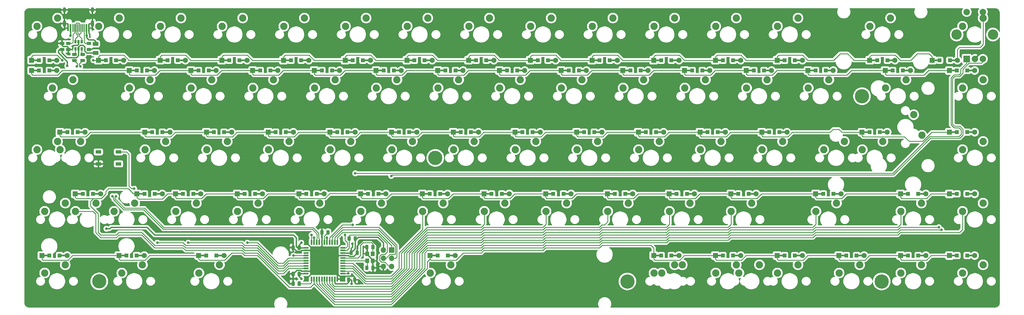
<source format=gbl>
G04 #@! TF.GenerationSoftware,KiCad,Pcbnew,(5.1.4)-1*
G04 #@! TF.CreationDate,2021-08-18T21:20:29+02:00*
G04 #@! TF.ProjectId,mini-eLiXiVy,6d696e69-2d65-44c6-9958-6956792e6b69,1a*
G04 #@! TF.SameCoordinates,Original*
G04 #@! TF.FileFunction,Copper,L2,Bot*
G04 #@! TF.FilePolarity,Positive*
%FSLAX46Y46*%
G04 Gerber Fmt 4.6, Leading zero omitted, Abs format (unit mm)*
G04 Created by KiCad (PCBNEW (5.1.4)-1) date 2021-08-18 21:20:29*
%MOMM*%
%LPD*%
G04 APERTURE LIST*
%ADD10C,2.250000*%
%ADD11C,2.000000*%
%ADD12C,3.200000*%
%ADD13R,2.000000X2.000000*%
%ADD14R,2.500000X0.500000*%
%ADD15R,1.200000X1.200000*%
%ADD16R,1.600000X1.600000*%
%ADD17C,1.600000*%
%ADD18R,0.650000X1.060000*%
%ADD19O,1.000000X1.600000*%
%ADD20O,1.000000X2.100000*%
%ADD21R,0.300000X2.450000*%
%ADD22R,0.600000X2.450000*%
%ADD23R,0.600000X2.150000*%
%ADD24R,1.700000X1.700000*%
%ADD25O,1.700000X1.700000*%
%ADD26R,1.800000X1.100000*%
%ADD27C,0.020000*%
%ADD28C,0.975000*%
%ADD29R,0.550000X1.500000*%
%ADD30R,1.500000X0.550000*%
%ADD31C,4.400000*%
%ADD32C,1.250000*%
%ADD33R,1.200000X1.400000*%
%ADD34C,0.800000*%
%ADD35C,0.381000*%
%ADD36C,0.254000*%
%ADD37C,0.250000*%
%ADD38C,0.174000*%
G04 APERTURE END LIST*
D10*
X304165000Y-22066250D03*
X310515000Y-19526250D03*
X291623750Y-55721250D03*
X289083750Y-49371250D03*
X23177500Y-41116250D03*
X29527500Y-38576250D03*
X273208750Y-60166250D03*
X279558750Y-57626250D03*
X304165000Y-41116250D03*
X310515000Y-38576250D03*
D11*
X310454050Y-17631000D03*
X305454050Y-17631000D03*
D12*
X313554050Y-24631000D03*
X302354050Y-24631000D03*
D11*
X310454050Y-32131000D03*
X307954050Y-32131000D03*
D13*
X305454050Y-32131000D03*
D14*
X210025000Y-32543750D03*
D15*
X211150000Y-32543750D03*
X214300000Y-32543750D03*
D14*
X215425000Y-32543750D03*
D16*
X208825000Y-32543750D03*
D17*
X216625000Y-32543750D03*
D14*
X301306250Y-92868750D03*
D15*
X302431250Y-92868750D03*
X305581250Y-92868750D03*
D14*
X306706250Y-92868750D03*
D16*
X300106250Y-92868750D03*
D17*
X307906250Y-92868750D03*
D14*
X286225000Y-92868750D03*
D15*
X287350000Y-92868750D03*
X290500000Y-92868750D03*
D14*
X291625000Y-92868750D03*
D16*
X285025000Y-92868750D03*
D17*
X292825000Y-92868750D03*
D14*
X267175000Y-92868750D03*
D15*
X268300000Y-92868750D03*
X271450000Y-92868750D03*
D14*
X272575000Y-92868750D03*
D16*
X265975000Y-92868750D03*
D17*
X273775000Y-92868750D03*
D14*
X248125000Y-92868750D03*
D15*
X249250000Y-92868750D03*
X252400000Y-92868750D03*
D14*
X253525000Y-92868750D03*
D16*
X246925000Y-92868750D03*
D17*
X254725000Y-92868750D03*
D14*
X229075000Y-92868750D03*
D15*
X230200000Y-92868750D03*
X233350000Y-92868750D03*
D14*
X234475000Y-92868750D03*
D16*
X227875000Y-92868750D03*
D17*
X235675000Y-92868750D03*
D14*
X210025000Y-92868750D03*
D15*
X211150000Y-92868750D03*
X214300000Y-92868750D03*
D14*
X215425000Y-92868750D03*
D16*
X208825000Y-92868750D03*
D17*
X216625000Y-92868750D03*
D14*
X140968750Y-92868750D03*
D15*
X142093750Y-92868750D03*
X145243750Y-92868750D03*
D14*
X146368750Y-92868750D03*
D16*
X139768750Y-92868750D03*
D17*
X147568750Y-92868750D03*
D14*
X69531250Y-92868750D03*
D15*
X70656250Y-92868750D03*
X73806250Y-92868750D03*
D14*
X74931250Y-92868750D03*
D16*
X68331250Y-92868750D03*
D17*
X76131250Y-92868750D03*
D14*
X44925000Y-92868750D03*
D15*
X46050000Y-92868750D03*
X49200000Y-92868750D03*
D14*
X50325000Y-92868750D03*
D16*
X43725000Y-92868750D03*
D17*
X51525000Y-92868750D03*
D14*
X21112500Y-92868750D03*
D15*
X22237500Y-92868750D03*
X25387500Y-92868750D03*
D14*
X26512500Y-92868750D03*
D16*
X19912500Y-92868750D03*
D17*
X27712500Y-92868750D03*
D14*
X301306250Y-73818750D03*
D15*
X302431250Y-73818750D03*
X305581250Y-73818750D03*
D14*
X306706250Y-73818750D03*
D16*
X300106250Y-73818750D03*
D17*
X307906250Y-73818750D03*
D14*
X286225000Y-73818750D03*
D15*
X287350000Y-73818750D03*
X290500000Y-73818750D03*
D14*
X291625000Y-73818750D03*
D16*
X285025000Y-73818750D03*
D17*
X292825000Y-73818750D03*
D14*
X260031250Y-73818750D03*
D15*
X261156250Y-73818750D03*
X264306250Y-73818750D03*
D14*
X265431250Y-73818750D03*
D16*
X258831250Y-73818750D03*
D17*
X266631250Y-73818750D03*
D14*
X233837500Y-73818750D03*
D15*
X234962500Y-73818750D03*
X238112500Y-73818750D03*
D14*
X239237500Y-73818750D03*
D16*
X232637500Y-73818750D03*
D17*
X240437500Y-73818750D03*
D14*
X214787500Y-73818750D03*
D15*
X215912500Y-73818750D03*
X219062500Y-73818750D03*
D14*
X220187500Y-73818750D03*
D16*
X213587500Y-73818750D03*
D17*
X221387500Y-73818750D03*
D14*
X195737500Y-73818750D03*
D15*
X196862500Y-73818750D03*
X200012500Y-73818750D03*
D14*
X201137500Y-73818750D03*
D16*
X194537500Y-73818750D03*
D17*
X202337500Y-73818750D03*
D14*
X176687500Y-73818750D03*
D15*
X177812500Y-73818750D03*
X180962500Y-73818750D03*
D14*
X182087500Y-73818750D03*
D16*
X175487500Y-73818750D03*
D17*
X183287500Y-73818750D03*
D14*
X157637500Y-73818750D03*
D15*
X158762500Y-73818750D03*
X161912500Y-73818750D03*
D14*
X163037500Y-73818750D03*
D16*
X156437500Y-73818750D03*
D17*
X164237500Y-73818750D03*
D14*
X138587500Y-73818750D03*
D15*
X139712500Y-73818750D03*
X142862500Y-73818750D03*
D14*
X143987500Y-73818750D03*
D16*
X137387500Y-73818750D03*
D17*
X145187500Y-73818750D03*
D14*
X119537500Y-73818750D03*
D15*
X120662500Y-73818750D03*
X123812500Y-73818750D03*
D14*
X124937500Y-73818750D03*
D16*
X118337500Y-73818750D03*
D17*
X126137500Y-73818750D03*
D14*
X100487500Y-73818750D03*
D15*
X101612500Y-73818750D03*
X104762500Y-73818750D03*
D14*
X105887500Y-73818750D03*
D16*
X99287500Y-73818750D03*
D17*
X107087500Y-73818750D03*
D14*
X81437500Y-73818750D03*
D15*
X82562500Y-73818750D03*
X85712500Y-73818750D03*
D14*
X86837500Y-73818750D03*
D16*
X80237500Y-73818750D03*
D17*
X88037500Y-73818750D03*
D14*
X62387500Y-73818750D03*
D15*
X63512500Y-73818750D03*
X66662500Y-73818750D03*
D14*
X67787500Y-73818750D03*
D16*
X61187500Y-73818750D03*
D17*
X68987500Y-73818750D03*
D14*
X50481250Y-73818750D03*
D15*
X51606250Y-73818750D03*
X54756250Y-73818750D03*
D14*
X55881250Y-73818750D03*
D16*
X49281250Y-73818750D03*
D17*
X57081250Y-73818750D03*
D14*
X31431250Y-73818750D03*
D15*
X32556250Y-73818750D03*
X35706250Y-73818750D03*
D14*
X36831250Y-73818750D03*
D16*
X30231250Y-73818750D03*
D17*
X38031250Y-73818750D03*
D14*
X301306250Y-54768750D03*
D15*
X302431250Y-54768750D03*
X305581250Y-54768750D03*
D14*
X306706250Y-54768750D03*
D16*
X300106250Y-54768750D03*
D17*
X307906250Y-54768750D03*
D14*
X274318750Y-54768750D03*
D15*
X275443750Y-54768750D03*
X278593750Y-54768750D03*
D14*
X279718750Y-54768750D03*
D16*
X273118750Y-54768750D03*
D17*
X280918750Y-54768750D03*
D14*
X243362500Y-54768750D03*
D15*
X244487500Y-54768750D03*
X247637500Y-54768750D03*
D14*
X248762500Y-54768750D03*
D16*
X242162500Y-54768750D03*
D17*
X249962500Y-54768750D03*
D14*
X224312500Y-54768750D03*
D15*
X225437500Y-54768750D03*
X228587500Y-54768750D03*
D14*
X229712500Y-54768750D03*
D16*
X223112500Y-54768750D03*
D17*
X230912500Y-54768750D03*
D14*
X205262500Y-54768750D03*
D15*
X206387500Y-54768750D03*
X209537500Y-54768750D03*
D14*
X210662500Y-54768750D03*
D16*
X204062500Y-54768750D03*
D17*
X211862500Y-54768750D03*
D14*
X186212500Y-54768750D03*
D15*
X187337500Y-54768750D03*
X190487500Y-54768750D03*
D14*
X191612500Y-54768750D03*
D16*
X185012500Y-54768750D03*
D17*
X192812500Y-54768750D03*
D14*
X167162500Y-54768750D03*
D15*
X168287500Y-54768750D03*
X171437500Y-54768750D03*
D14*
X172562500Y-54768750D03*
D16*
X165962500Y-54768750D03*
D17*
X173762500Y-54768750D03*
D14*
X148112500Y-54768750D03*
D15*
X149237500Y-54768750D03*
X152387500Y-54768750D03*
D14*
X153512500Y-54768750D03*
D16*
X146912500Y-54768750D03*
D17*
X154712500Y-54768750D03*
D14*
X129062500Y-54768750D03*
D15*
X130187500Y-54768750D03*
X133337500Y-54768750D03*
D14*
X134462500Y-54768750D03*
D16*
X127862500Y-54768750D03*
D17*
X135662500Y-54768750D03*
D14*
X110012500Y-54768750D03*
D15*
X111137500Y-54768750D03*
X114287500Y-54768750D03*
D14*
X115412500Y-54768750D03*
D16*
X108812500Y-54768750D03*
D17*
X116612500Y-54768750D03*
D14*
X90962500Y-54768750D03*
D15*
X92087500Y-54768750D03*
X95237500Y-54768750D03*
D14*
X96362500Y-54768750D03*
D16*
X89762500Y-54768750D03*
D17*
X97562500Y-54768750D03*
D14*
X71912500Y-54768750D03*
D15*
X73037500Y-54768750D03*
X76187500Y-54768750D03*
D14*
X77312500Y-54768750D03*
D16*
X70712500Y-54768750D03*
D17*
X78512500Y-54768750D03*
D14*
X52862500Y-54768750D03*
D15*
X53987500Y-54768750D03*
X57137500Y-54768750D03*
D14*
X58262500Y-54768750D03*
D16*
X51662500Y-54768750D03*
D17*
X59462500Y-54768750D03*
D14*
X26668750Y-54768750D03*
D15*
X27793750Y-54768750D03*
X30943750Y-54768750D03*
D14*
X32068750Y-54768750D03*
D16*
X25468750Y-54768750D03*
D17*
X33268750Y-54768750D03*
D14*
X301306250Y-35718750D03*
D15*
X302431250Y-35718750D03*
X305581250Y-35718750D03*
D14*
X306706250Y-35718750D03*
D16*
X300106250Y-35718750D03*
D17*
X307906250Y-35718750D03*
D14*
X281462500Y-35718750D03*
D15*
X282587500Y-35718750D03*
X285737500Y-35718750D03*
D14*
X286862500Y-35718750D03*
D16*
X280262500Y-35718750D03*
D17*
X288062500Y-35718750D03*
D14*
X257650000Y-35718750D03*
D15*
X258775000Y-35718750D03*
X261925000Y-35718750D03*
D14*
X263050000Y-35718750D03*
D16*
X256450000Y-35718750D03*
D17*
X264250000Y-35718750D03*
D14*
X238600000Y-35718750D03*
D15*
X239725000Y-35718750D03*
X242875000Y-35718750D03*
D14*
X244000000Y-35718750D03*
D16*
X237400000Y-35718750D03*
D17*
X245200000Y-35718750D03*
D14*
X219550000Y-35718750D03*
D15*
X220675000Y-35718750D03*
X223825000Y-35718750D03*
D14*
X224950000Y-35718750D03*
D16*
X218350000Y-35718750D03*
D17*
X226150000Y-35718750D03*
D14*
X200500000Y-35718750D03*
D15*
X201625000Y-35718750D03*
X204775000Y-35718750D03*
D14*
X205900000Y-35718750D03*
D16*
X199300000Y-35718750D03*
D17*
X207100000Y-35718750D03*
D14*
X181450000Y-35718750D03*
D15*
X182575000Y-35718750D03*
X185725000Y-35718750D03*
D14*
X186850000Y-35718750D03*
D16*
X180250000Y-35718750D03*
D17*
X188050000Y-35718750D03*
D14*
X162400000Y-35718750D03*
D15*
X163525000Y-35718750D03*
X166675000Y-35718750D03*
D14*
X167800000Y-35718750D03*
D16*
X161200000Y-35718750D03*
D17*
X169000000Y-35718750D03*
D14*
X143350000Y-35718750D03*
D15*
X144475000Y-35718750D03*
X147625000Y-35718750D03*
D14*
X148750000Y-35718750D03*
D16*
X142150000Y-35718750D03*
D17*
X149950000Y-35718750D03*
D14*
X124300000Y-35718750D03*
D15*
X125425000Y-35718750D03*
X128575000Y-35718750D03*
D14*
X129700000Y-35718750D03*
D16*
X123100000Y-35718750D03*
D17*
X130900000Y-35718750D03*
D14*
X105250000Y-35718750D03*
D15*
X106375000Y-35718750D03*
X109525000Y-35718750D03*
D14*
X110650000Y-35718750D03*
D16*
X104050000Y-35718750D03*
D17*
X111850000Y-35718750D03*
D14*
X86200000Y-35718750D03*
D15*
X87325000Y-35718750D03*
X90475000Y-35718750D03*
D14*
X91600000Y-35718750D03*
D16*
X85000000Y-35718750D03*
D17*
X92800000Y-35718750D03*
D14*
X67150000Y-35718750D03*
D15*
X68275000Y-35718750D03*
X71425000Y-35718750D03*
D14*
X72550000Y-35718750D03*
D16*
X65950000Y-35718750D03*
D17*
X73750000Y-35718750D03*
D14*
X48100000Y-35718750D03*
D15*
X49225000Y-35718750D03*
X52375000Y-35718750D03*
D14*
X53500000Y-35718750D03*
D16*
X46900000Y-35718750D03*
D17*
X54700000Y-35718750D03*
D14*
X17937500Y-35718750D03*
D15*
X19062500Y-35718750D03*
X22212500Y-35718750D03*
D14*
X23337500Y-35718750D03*
D16*
X16737500Y-35718750D03*
D17*
X24537500Y-35718750D03*
D14*
X295972250Y-32543750D03*
D15*
X297097250Y-32543750D03*
X300247250Y-32543750D03*
D14*
X301372250Y-32543750D03*
D16*
X294772250Y-32543750D03*
D17*
X302572250Y-32543750D03*
D14*
X276700000Y-32543750D03*
D15*
X277825000Y-32543750D03*
X280975000Y-32543750D03*
D14*
X282100000Y-32543750D03*
D16*
X275500000Y-32543750D03*
D17*
X283300000Y-32543750D03*
D14*
X248125000Y-32543750D03*
D15*
X249250000Y-32543750D03*
X252400000Y-32543750D03*
D14*
X253525000Y-32543750D03*
D16*
X246925000Y-32543750D03*
D17*
X254725000Y-32543750D03*
D14*
X229075000Y-32543750D03*
D15*
X230200000Y-32543750D03*
X233350000Y-32543750D03*
D14*
X234475000Y-32543750D03*
D16*
X227875000Y-32543750D03*
D17*
X235675000Y-32543750D03*
D14*
X190975000Y-32543750D03*
D15*
X192100000Y-32543750D03*
X195250000Y-32543750D03*
D14*
X196375000Y-32543750D03*
D16*
X189775000Y-32543750D03*
D17*
X197575000Y-32543750D03*
D14*
X171925000Y-32543750D03*
D15*
X173050000Y-32543750D03*
X176200000Y-32543750D03*
D14*
X177325000Y-32543750D03*
D16*
X170725000Y-32543750D03*
D17*
X178525000Y-32543750D03*
D14*
X152875000Y-32543750D03*
D15*
X154000000Y-32543750D03*
X157150000Y-32543750D03*
D14*
X158275000Y-32543750D03*
D16*
X151675000Y-32543750D03*
D17*
X159475000Y-32543750D03*
D14*
X133825000Y-32543750D03*
D15*
X134950000Y-32543750D03*
X138100000Y-32543750D03*
D14*
X139225000Y-32543750D03*
D16*
X132625000Y-32543750D03*
D17*
X140425000Y-32543750D03*
D14*
X114775000Y-32543750D03*
D15*
X115900000Y-32543750D03*
X119050000Y-32543750D03*
D14*
X120175000Y-32543750D03*
D16*
X113575000Y-32543750D03*
D17*
X121375000Y-32543750D03*
D14*
X95725000Y-32543750D03*
D15*
X96850000Y-32543750D03*
X100000000Y-32543750D03*
D14*
X101125000Y-32543750D03*
D16*
X94525000Y-32543750D03*
D17*
X102325000Y-32543750D03*
D14*
X76675000Y-32543750D03*
D15*
X77800000Y-32543750D03*
X80950000Y-32543750D03*
D14*
X82075000Y-32543750D03*
D16*
X75475000Y-32543750D03*
D17*
X83275000Y-32543750D03*
D14*
X57625000Y-32543750D03*
D15*
X58750000Y-32543750D03*
X61900000Y-32543750D03*
D14*
X63025000Y-32543750D03*
D16*
X56425000Y-32543750D03*
D17*
X64225000Y-32543750D03*
D14*
X38575000Y-32543750D03*
D15*
X39700000Y-32543750D03*
X42850000Y-32543750D03*
D14*
X43975000Y-32543750D03*
D16*
X37375000Y-32543750D03*
D17*
X45175000Y-32543750D03*
D14*
X17937500Y-32543750D03*
D15*
X19062500Y-32543750D03*
X22212500Y-32543750D03*
D14*
X23337500Y-32543750D03*
D16*
X16737500Y-32543750D03*
D17*
X24537500Y-32543750D03*
D10*
X37465000Y-22066250D03*
X43815000Y-19526250D03*
D18*
X30292000Y-26808250D03*
X31242000Y-26808250D03*
X32192000Y-26808250D03*
X32192000Y-29008250D03*
X30292000Y-29008250D03*
X31242000Y-29008250D03*
D10*
X94615000Y-22066250D03*
X100965000Y-19526250D03*
D19*
X35562000Y-17020850D03*
X26922000Y-17020850D03*
D20*
X35562000Y-21200850D03*
X26922000Y-21200850D03*
D21*
X30992000Y-22615850D03*
X31492000Y-22615850D03*
X31992000Y-22615850D03*
X30492000Y-22615850D03*
X32492000Y-22615850D03*
X29992000Y-22615850D03*
X32992000Y-22615850D03*
X29492000Y-22615850D03*
D22*
X28792000Y-22615850D03*
X33692000Y-22615850D03*
D23*
X28017000Y-22465850D03*
D22*
X34467000Y-22615850D03*
D24*
X127889000Y-91154250D03*
D25*
X125349000Y-91154250D03*
X127889000Y-93694250D03*
X125349000Y-93694250D03*
X127889000Y-96234250D03*
X125349000Y-96234250D03*
D26*
X43581250Y-64556250D03*
X37381250Y-60856250D03*
X43581250Y-60856250D03*
X37381250Y-64556250D03*
D27*
G36*
X26642142Y-26865424D02*
G01*
X26665803Y-26868934D01*
X26689007Y-26874746D01*
X26711529Y-26882804D01*
X26733153Y-26893032D01*
X26753670Y-26905329D01*
X26772883Y-26919579D01*
X26790607Y-26935643D01*
X26806671Y-26953367D01*
X26820921Y-26972580D01*
X26833218Y-26993097D01*
X26843446Y-27014721D01*
X26851504Y-27037243D01*
X26857316Y-27060447D01*
X26860826Y-27084108D01*
X26862000Y-27108000D01*
X26862000Y-27595500D01*
X26860826Y-27619392D01*
X26857316Y-27643053D01*
X26851504Y-27666257D01*
X26843446Y-27688779D01*
X26833218Y-27710403D01*
X26820921Y-27730920D01*
X26806671Y-27750133D01*
X26790607Y-27767857D01*
X26772883Y-27783921D01*
X26753670Y-27798171D01*
X26733153Y-27810468D01*
X26711529Y-27820696D01*
X26689007Y-27828754D01*
X26665803Y-27834566D01*
X26642142Y-27838076D01*
X26618250Y-27839250D01*
X25705750Y-27839250D01*
X25681858Y-27838076D01*
X25658197Y-27834566D01*
X25634993Y-27828754D01*
X25612471Y-27820696D01*
X25590847Y-27810468D01*
X25570330Y-27798171D01*
X25551117Y-27783921D01*
X25533393Y-27767857D01*
X25517329Y-27750133D01*
X25503079Y-27730920D01*
X25490782Y-27710403D01*
X25480554Y-27688779D01*
X25472496Y-27666257D01*
X25466684Y-27643053D01*
X25463174Y-27619392D01*
X25462000Y-27595500D01*
X25462000Y-27108000D01*
X25463174Y-27084108D01*
X25466684Y-27060447D01*
X25472496Y-27037243D01*
X25480554Y-27014721D01*
X25490782Y-26993097D01*
X25503079Y-26972580D01*
X25517329Y-26953367D01*
X25533393Y-26935643D01*
X25551117Y-26919579D01*
X25570330Y-26905329D01*
X25590847Y-26893032D01*
X25612471Y-26882804D01*
X25634993Y-26874746D01*
X25658197Y-26868934D01*
X25681858Y-26865424D01*
X25705750Y-26864250D01*
X26618250Y-26864250D01*
X26642142Y-26865424D01*
X26642142Y-26865424D01*
G37*
D28*
X26162000Y-27351750D03*
D27*
G36*
X26642142Y-28740424D02*
G01*
X26665803Y-28743934D01*
X26689007Y-28749746D01*
X26711529Y-28757804D01*
X26733153Y-28768032D01*
X26753670Y-28780329D01*
X26772883Y-28794579D01*
X26790607Y-28810643D01*
X26806671Y-28828367D01*
X26820921Y-28847580D01*
X26833218Y-28868097D01*
X26843446Y-28889721D01*
X26851504Y-28912243D01*
X26857316Y-28935447D01*
X26860826Y-28959108D01*
X26862000Y-28983000D01*
X26862000Y-29470500D01*
X26860826Y-29494392D01*
X26857316Y-29518053D01*
X26851504Y-29541257D01*
X26843446Y-29563779D01*
X26833218Y-29585403D01*
X26820921Y-29605920D01*
X26806671Y-29625133D01*
X26790607Y-29642857D01*
X26772883Y-29658921D01*
X26753670Y-29673171D01*
X26733153Y-29685468D01*
X26711529Y-29695696D01*
X26689007Y-29703754D01*
X26665803Y-29709566D01*
X26642142Y-29713076D01*
X26618250Y-29714250D01*
X25705750Y-29714250D01*
X25681858Y-29713076D01*
X25658197Y-29709566D01*
X25634993Y-29703754D01*
X25612471Y-29695696D01*
X25590847Y-29685468D01*
X25570330Y-29673171D01*
X25551117Y-29658921D01*
X25533393Y-29642857D01*
X25517329Y-29625133D01*
X25503079Y-29605920D01*
X25490782Y-29585403D01*
X25480554Y-29563779D01*
X25472496Y-29541257D01*
X25466684Y-29518053D01*
X25463174Y-29494392D01*
X25462000Y-29470500D01*
X25462000Y-28983000D01*
X25463174Y-28959108D01*
X25466684Y-28935447D01*
X25472496Y-28912243D01*
X25480554Y-28889721D01*
X25490782Y-28868097D01*
X25503079Y-28847580D01*
X25517329Y-28828367D01*
X25533393Y-28810643D01*
X25551117Y-28794579D01*
X25570330Y-28780329D01*
X25590847Y-28768032D01*
X25612471Y-28757804D01*
X25634993Y-28749746D01*
X25658197Y-28743934D01*
X25681858Y-28740424D01*
X25705750Y-28739250D01*
X26618250Y-28739250D01*
X26642142Y-28740424D01*
X26642142Y-28740424D01*
G37*
D28*
X26162000Y-29226750D03*
D10*
X137477500Y-79216250D03*
X143827500Y-76676250D03*
X108902500Y-60166250D03*
X115252500Y-57626250D03*
X266065000Y-98266250D03*
X272415000Y-95726250D03*
X194627500Y-79216250D03*
X200977500Y-76676250D03*
X218440000Y-41116250D03*
X224790000Y-38576250D03*
X142240000Y-41116250D03*
X148590000Y-38576250D03*
X56515000Y-22066250D03*
X62865000Y-19526250D03*
X30321250Y-79216250D03*
X36671250Y-76676250D03*
X118427500Y-79216250D03*
X124777500Y-76676250D03*
D29*
X103156250Y-88756250D03*
X103956250Y-88756250D03*
X104756250Y-88756250D03*
X105556250Y-88756250D03*
X106356250Y-88756250D03*
X107156250Y-88756250D03*
X107956250Y-88756250D03*
X108756250Y-88756250D03*
X109556250Y-88756250D03*
X110356250Y-88756250D03*
X111156250Y-88756250D03*
D30*
X112856250Y-90456250D03*
X112856250Y-91256250D03*
X112856250Y-92056250D03*
X112856250Y-92856250D03*
X112856250Y-93656250D03*
X112856250Y-94456250D03*
X112856250Y-95256250D03*
X112856250Y-96056250D03*
X112856250Y-96856250D03*
X112856250Y-97656250D03*
X112856250Y-98456250D03*
D29*
X111156250Y-100156250D03*
X110356250Y-100156250D03*
X109556250Y-100156250D03*
X108756250Y-100156250D03*
X107956250Y-100156250D03*
X107156250Y-100156250D03*
X106356250Y-100156250D03*
X105556250Y-100156250D03*
X104756250Y-100156250D03*
X103956250Y-100156250D03*
X103156250Y-100156250D03*
D30*
X101456250Y-98456250D03*
X101456250Y-97656250D03*
X101456250Y-96856250D03*
X101456250Y-96056250D03*
X101456250Y-95256250D03*
X101456250Y-94456250D03*
X101456250Y-93656250D03*
X101456250Y-92856250D03*
X101456250Y-92056250D03*
X101456250Y-91256250D03*
X101456250Y-90456250D03*
D31*
X279209500Y-100857050D03*
X273138900Y-43656250D03*
X200704450Y-100857050D03*
X141401800Y-62706250D03*
X37642800Y-100844350D03*
X37642800Y-43707050D03*
D10*
X61277500Y-79216250D03*
X67627500Y-76676250D03*
X80327500Y-79216250D03*
X86677500Y-76676250D03*
X66040000Y-41116250D03*
X72390000Y-38576250D03*
X161290000Y-41116250D03*
X167640000Y-38576250D03*
X304165000Y-79216250D03*
X310515000Y-76676250D03*
X123190000Y-41116250D03*
X129540000Y-38576250D03*
X18415000Y-60166250D03*
X24765000Y-57626250D03*
X70802500Y-60166250D03*
X77152500Y-57626250D03*
X247015000Y-98266250D03*
X253365000Y-95726250D03*
X104140000Y-41116250D03*
X110490000Y-38576250D03*
X46990000Y-41116250D03*
X53340000Y-38576250D03*
X199390000Y-41116250D03*
X205740000Y-38576250D03*
X156527500Y-79216250D03*
X162877500Y-76676250D03*
X175577500Y-79216250D03*
X181927500Y-76676250D03*
X42227500Y-79216250D03*
X48577500Y-76676250D03*
X208915000Y-98266250D03*
X215265000Y-95726250D03*
X204152500Y-60166250D03*
X210502500Y-57626250D03*
X185102500Y-60166250D03*
X191452500Y-57626250D03*
X166052500Y-60166250D03*
X172402500Y-57626250D03*
X261302500Y-60166250D03*
X267652500Y-57626250D03*
X304165000Y-60166250D03*
X310515000Y-57626250D03*
X180340000Y-41116250D03*
X186690000Y-38576250D03*
X147002500Y-60166250D03*
X153352500Y-57626250D03*
X127952500Y-60166250D03*
X134302500Y-57626250D03*
X227965000Y-98266250D03*
X234315000Y-95726250D03*
X18415000Y-22066250D03*
X24765000Y-19526250D03*
X247015000Y-22066250D03*
X253365000Y-19526250D03*
X85090000Y-41116250D03*
X91440000Y-38576250D03*
X227965000Y-22066250D03*
X234315000Y-19526250D03*
X89852500Y-60166250D03*
X96202500Y-57626250D03*
X99377500Y-79216250D03*
X105727500Y-76676250D03*
X285115000Y-79216250D03*
X291465000Y-76676250D03*
X304165000Y-98266250D03*
X310515000Y-95726250D03*
X285115000Y-98266250D03*
X291465000Y-95726250D03*
X51752500Y-60166250D03*
X58102500Y-57626250D03*
X256540000Y-41116250D03*
X262890000Y-38576250D03*
X237490000Y-41116250D03*
X243840000Y-38576250D03*
X223202500Y-60166250D03*
X229552500Y-57626250D03*
X139858750Y-98266250D03*
X146208750Y-95726250D03*
X275590000Y-22066250D03*
X281940000Y-19526250D03*
X25558750Y-60166250D03*
X31908750Y-57626250D03*
X258921250Y-79216250D03*
X265271250Y-76676250D03*
X280352500Y-41116250D03*
X286702500Y-38576250D03*
X211296250Y-98266250D03*
X217646250Y-95726250D03*
X44608750Y-98266250D03*
X50958750Y-95726250D03*
X20796250Y-79216250D03*
X27146250Y-76676250D03*
X20796250Y-98266250D03*
X27146250Y-95726250D03*
X68421250Y-98266250D03*
X74771250Y-95726250D03*
X235108750Y-98266250D03*
X241458750Y-95726250D03*
X232727500Y-79216250D03*
X239077500Y-76676250D03*
X242252500Y-60166250D03*
X248602500Y-57626250D03*
X189865000Y-22066250D03*
X196215000Y-19526250D03*
X170815000Y-22066250D03*
X177165000Y-19526250D03*
X151765000Y-22066250D03*
X158115000Y-19526250D03*
X132715000Y-22066250D03*
X139065000Y-19526250D03*
X113665000Y-22066250D03*
X120015000Y-19526250D03*
X75565000Y-22066250D03*
X81915000Y-19526250D03*
X208915000Y-22066250D03*
X215265000Y-19526250D03*
X213677500Y-79216250D03*
X220027500Y-76676250D03*
D27*
G36*
X37174704Y-29664894D02*
G01*
X37198973Y-29668494D01*
X37222771Y-29674455D01*
X37245871Y-29682720D01*
X37268049Y-29693210D01*
X37289093Y-29705823D01*
X37308798Y-29720437D01*
X37326977Y-29736913D01*
X37343453Y-29755092D01*
X37358067Y-29774797D01*
X37370680Y-29795841D01*
X37381170Y-29818019D01*
X37389435Y-29841119D01*
X37395396Y-29864917D01*
X37398996Y-29889186D01*
X37400200Y-29913690D01*
X37400200Y-30663690D01*
X37398996Y-30688194D01*
X37395396Y-30712463D01*
X37389435Y-30736261D01*
X37381170Y-30759361D01*
X37370680Y-30781539D01*
X37358067Y-30802583D01*
X37343453Y-30822288D01*
X37326977Y-30840467D01*
X37308798Y-30856943D01*
X37289093Y-30871557D01*
X37268049Y-30884170D01*
X37245871Y-30894660D01*
X37222771Y-30902925D01*
X37198973Y-30908886D01*
X37174704Y-30912486D01*
X37150200Y-30913690D01*
X35900200Y-30913690D01*
X35875696Y-30912486D01*
X35851427Y-30908886D01*
X35827629Y-30902925D01*
X35804529Y-30894660D01*
X35782351Y-30884170D01*
X35761307Y-30871557D01*
X35741602Y-30856943D01*
X35723423Y-30840467D01*
X35706947Y-30822288D01*
X35692333Y-30802583D01*
X35679720Y-30781539D01*
X35669230Y-30759361D01*
X35660965Y-30736261D01*
X35655004Y-30712463D01*
X35651404Y-30688194D01*
X35650200Y-30663690D01*
X35650200Y-29913690D01*
X35651404Y-29889186D01*
X35655004Y-29864917D01*
X35660965Y-29841119D01*
X35669230Y-29818019D01*
X35679720Y-29795841D01*
X35692333Y-29774797D01*
X35706947Y-29755092D01*
X35723423Y-29736913D01*
X35741602Y-29720437D01*
X35761307Y-29705823D01*
X35782351Y-29693210D01*
X35804529Y-29682720D01*
X35827629Y-29674455D01*
X35851427Y-29668494D01*
X35875696Y-29664894D01*
X35900200Y-29663690D01*
X37150200Y-29663690D01*
X37174704Y-29664894D01*
X37174704Y-29664894D01*
G37*
D32*
X36525200Y-30288690D03*
D27*
G36*
X37174704Y-26864894D02*
G01*
X37198973Y-26868494D01*
X37222771Y-26874455D01*
X37245871Y-26882720D01*
X37268049Y-26893210D01*
X37289093Y-26905823D01*
X37308798Y-26920437D01*
X37326977Y-26936913D01*
X37343453Y-26955092D01*
X37358067Y-26974797D01*
X37370680Y-26995841D01*
X37381170Y-27018019D01*
X37389435Y-27041119D01*
X37395396Y-27064917D01*
X37398996Y-27089186D01*
X37400200Y-27113690D01*
X37400200Y-27863690D01*
X37398996Y-27888194D01*
X37395396Y-27912463D01*
X37389435Y-27936261D01*
X37381170Y-27959361D01*
X37370680Y-27981539D01*
X37358067Y-28002583D01*
X37343453Y-28022288D01*
X37326977Y-28040467D01*
X37308798Y-28056943D01*
X37289093Y-28071557D01*
X37268049Y-28084170D01*
X37245871Y-28094660D01*
X37222771Y-28102925D01*
X37198973Y-28108886D01*
X37174704Y-28112486D01*
X37150200Y-28113690D01*
X35900200Y-28113690D01*
X35875696Y-28112486D01*
X35851427Y-28108886D01*
X35827629Y-28102925D01*
X35804529Y-28094660D01*
X35782351Y-28084170D01*
X35761307Y-28071557D01*
X35741602Y-28056943D01*
X35723423Y-28040467D01*
X35706947Y-28022288D01*
X35692333Y-28002583D01*
X35679720Y-27981539D01*
X35669230Y-27959361D01*
X35660965Y-27936261D01*
X35655004Y-27912463D01*
X35651404Y-27888194D01*
X35650200Y-27863690D01*
X35650200Y-27113690D01*
X35651404Y-27089186D01*
X35655004Y-27064917D01*
X35660965Y-27041119D01*
X35669230Y-27018019D01*
X35679720Y-26995841D01*
X35692333Y-26974797D01*
X35706947Y-26955092D01*
X35723423Y-26936913D01*
X35741602Y-26920437D01*
X35761307Y-26905823D01*
X35782351Y-26893210D01*
X35804529Y-26882720D01*
X35827629Y-26874455D01*
X35851427Y-26868494D01*
X35875696Y-26864894D01*
X35900200Y-26863690D01*
X37150200Y-26863690D01*
X37174704Y-26864894D01*
X37174704Y-26864894D01*
G37*
D32*
X36525200Y-27488690D03*
D27*
G36*
X34897142Y-28740424D02*
G01*
X34920803Y-28743934D01*
X34944007Y-28749746D01*
X34966529Y-28757804D01*
X34988153Y-28768032D01*
X35008670Y-28780329D01*
X35027883Y-28794579D01*
X35045607Y-28810643D01*
X35061671Y-28828367D01*
X35075921Y-28847580D01*
X35088218Y-28868097D01*
X35098446Y-28889721D01*
X35106504Y-28912243D01*
X35112316Y-28935447D01*
X35115826Y-28959108D01*
X35117000Y-28983000D01*
X35117000Y-29470500D01*
X35115826Y-29494392D01*
X35112316Y-29518053D01*
X35106504Y-29541257D01*
X35098446Y-29563779D01*
X35088218Y-29585403D01*
X35075921Y-29605920D01*
X35061671Y-29625133D01*
X35045607Y-29642857D01*
X35027883Y-29658921D01*
X35008670Y-29673171D01*
X34988153Y-29685468D01*
X34966529Y-29695696D01*
X34944007Y-29703754D01*
X34920803Y-29709566D01*
X34897142Y-29713076D01*
X34873250Y-29714250D01*
X33960750Y-29714250D01*
X33936858Y-29713076D01*
X33913197Y-29709566D01*
X33889993Y-29703754D01*
X33867471Y-29695696D01*
X33845847Y-29685468D01*
X33825330Y-29673171D01*
X33806117Y-29658921D01*
X33788393Y-29642857D01*
X33772329Y-29625133D01*
X33758079Y-29605920D01*
X33745782Y-29585403D01*
X33735554Y-29563779D01*
X33727496Y-29541257D01*
X33721684Y-29518053D01*
X33718174Y-29494392D01*
X33717000Y-29470500D01*
X33717000Y-28983000D01*
X33718174Y-28959108D01*
X33721684Y-28935447D01*
X33727496Y-28912243D01*
X33735554Y-28889721D01*
X33745782Y-28868097D01*
X33758079Y-28847580D01*
X33772329Y-28828367D01*
X33788393Y-28810643D01*
X33806117Y-28794579D01*
X33825330Y-28780329D01*
X33845847Y-28768032D01*
X33867471Y-28757804D01*
X33889993Y-28749746D01*
X33913197Y-28743934D01*
X33936858Y-28740424D01*
X33960750Y-28739250D01*
X34873250Y-28739250D01*
X34897142Y-28740424D01*
X34897142Y-28740424D01*
G37*
D28*
X34417000Y-29226750D03*
D27*
G36*
X34897142Y-26865424D02*
G01*
X34920803Y-26868934D01*
X34944007Y-26874746D01*
X34966529Y-26882804D01*
X34988153Y-26893032D01*
X35008670Y-26905329D01*
X35027883Y-26919579D01*
X35045607Y-26935643D01*
X35061671Y-26953367D01*
X35075921Y-26972580D01*
X35088218Y-26993097D01*
X35098446Y-27014721D01*
X35106504Y-27037243D01*
X35112316Y-27060447D01*
X35115826Y-27084108D01*
X35117000Y-27108000D01*
X35117000Y-27595500D01*
X35115826Y-27619392D01*
X35112316Y-27643053D01*
X35106504Y-27666257D01*
X35098446Y-27688779D01*
X35088218Y-27710403D01*
X35075921Y-27730920D01*
X35061671Y-27750133D01*
X35045607Y-27767857D01*
X35027883Y-27783921D01*
X35008670Y-27798171D01*
X34988153Y-27810468D01*
X34966529Y-27820696D01*
X34944007Y-27828754D01*
X34920803Y-27834566D01*
X34897142Y-27838076D01*
X34873250Y-27839250D01*
X33960750Y-27839250D01*
X33936858Y-27838076D01*
X33913197Y-27834566D01*
X33889993Y-27828754D01*
X33867471Y-27820696D01*
X33845847Y-27810468D01*
X33825330Y-27798171D01*
X33806117Y-27783921D01*
X33788393Y-27767857D01*
X33772329Y-27750133D01*
X33758079Y-27730920D01*
X33745782Y-27710403D01*
X33735554Y-27688779D01*
X33727496Y-27666257D01*
X33721684Y-27643053D01*
X33718174Y-27619392D01*
X33717000Y-27595500D01*
X33717000Y-27108000D01*
X33718174Y-27084108D01*
X33721684Y-27060447D01*
X33727496Y-27037243D01*
X33735554Y-27014721D01*
X33745782Y-26993097D01*
X33758079Y-26972580D01*
X33772329Y-26953367D01*
X33788393Y-26935643D01*
X33806117Y-26919579D01*
X33825330Y-26905329D01*
X33845847Y-26893032D01*
X33867471Y-26882804D01*
X33889993Y-26874746D01*
X33913197Y-26868934D01*
X33936858Y-26865424D01*
X33960750Y-26864250D01*
X34873250Y-26864250D01*
X34897142Y-26865424D01*
X34897142Y-26865424D01*
G37*
D28*
X34417000Y-27351750D03*
D27*
G36*
X28547142Y-28740424D02*
G01*
X28570803Y-28743934D01*
X28594007Y-28749746D01*
X28616529Y-28757804D01*
X28638153Y-28768032D01*
X28658670Y-28780329D01*
X28677883Y-28794579D01*
X28695607Y-28810643D01*
X28711671Y-28828367D01*
X28725921Y-28847580D01*
X28738218Y-28868097D01*
X28748446Y-28889721D01*
X28756504Y-28912243D01*
X28762316Y-28935447D01*
X28765826Y-28959108D01*
X28767000Y-28983000D01*
X28767000Y-29470500D01*
X28765826Y-29494392D01*
X28762316Y-29518053D01*
X28756504Y-29541257D01*
X28748446Y-29563779D01*
X28738218Y-29585403D01*
X28725921Y-29605920D01*
X28711671Y-29625133D01*
X28695607Y-29642857D01*
X28677883Y-29658921D01*
X28658670Y-29673171D01*
X28638153Y-29685468D01*
X28616529Y-29695696D01*
X28594007Y-29703754D01*
X28570803Y-29709566D01*
X28547142Y-29713076D01*
X28523250Y-29714250D01*
X27610750Y-29714250D01*
X27586858Y-29713076D01*
X27563197Y-29709566D01*
X27539993Y-29703754D01*
X27517471Y-29695696D01*
X27495847Y-29685468D01*
X27475330Y-29673171D01*
X27456117Y-29658921D01*
X27438393Y-29642857D01*
X27422329Y-29625133D01*
X27408079Y-29605920D01*
X27395782Y-29585403D01*
X27385554Y-29563779D01*
X27377496Y-29541257D01*
X27371684Y-29518053D01*
X27368174Y-29494392D01*
X27367000Y-29470500D01*
X27367000Y-28983000D01*
X27368174Y-28959108D01*
X27371684Y-28935447D01*
X27377496Y-28912243D01*
X27385554Y-28889721D01*
X27395782Y-28868097D01*
X27408079Y-28847580D01*
X27422329Y-28828367D01*
X27438393Y-28810643D01*
X27456117Y-28794579D01*
X27475330Y-28780329D01*
X27495847Y-28768032D01*
X27517471Y-28757804D01*
X27539993Y-28749746D01*
X27563197Y-28743934D01*
X27586858Y-28740424D01*
X27610750Y-28739250D01*
X28523250Y-28739250D01*
X28547142Y-28740424D01*
X28547142Y-28740424D01*
G37*
D28*
X28067000Y-29226750D03*
D27*
G36*
X28547142Y-26865424D02*
G01*
X28570803Y-26868934D01*
X28594007Y-26874746D01*
X28616529Y-26882804D01*
X28638153Y-26893032D01*
X28658670Y-26905329D01*
X28677883Y-26919579D01*
X28695607Y-26935643D01*
X28711671Y-26953367D01*
X28725921Y-26972580D01*
X28738218Y-26993097D01*
X28748446Y-27014721D01*
X28756504Y-27037243D01*
X28762316Y-27060447D01*
X28765826Y-27084108D01*
X28767000Y-27108000D01*
X28767000Y-27595500D01*
X28765826Y-27619392D01*
X28762316Y-27643053D01*
X28756504Y-27666257D01*
X28748446Y-27688779D01*
X28738218Y-27710403D01*
X28725921Y-27730920D01*
X28711671Y-27750133D01*
X28695607Y-27767857D01*
X28677883Y-27783921D01*
X28658670Y-27798171D01*
X28638153Y-27810468D01*
X28616529Y-27820696D01*
X28594007Y-27828754D01*
X28570803Y-27834566D01*
X28547142Y-27838076D01*
X28523250Y-27839250D01*
X27610750Y-27839250D01*
X27586858Y-27838076D01*
X27563197Y-27834566D01*
X27539993Y-27828754D01*
X27517471Y-27820696D01*
X27495847Y-27810468D01*
X27475330Y-27798171D01*
X27456117Y-27783921D01*
X27438393Y-27767857D01*
X27422329Y-27750133D01*
X27408079Y-27730920D01*
X27395782Y-27710403D01*
X27385554Y-27688779D01*
X27377496Y-27666257D01*
X27371684Y-27643053D01*
X27368174Y-27619392D01*
X27367000Y-27595500D01*
X27367000Y-27108000D01*
X27368174Y-27084108D01*
X27371684Y-27060447D01*
X27377496Y-27037243D01*
X27385554Y-27014721D01*
X27395782Y-26993097D01*
X27408079Y-26972580D01*
X27422329Y-26953367D01*
X27438393Y-26935643D01*
X27456117Y-26919579D01*
X27475330Y-26905329D01*
X27495847Y-26893032D01*
X27517471Y-26882804D01*
X27539993Y-26874746D01*
X27563197Y-26868934D01*
X27586858Y-26865424D01*
X27610750Y-26864250D01*
X28523250Y-26864250D01*
X28547142Y-26865424D01*
X28547142Y-26865424D01*
G37*
D28*
X28067000Y-27351750D03*
D33*
X122039750Y-94505356D03*
X122039750Y-92305356D03*
X120339750Y-92305356D03*
X120339750Y-94505356D03*
D27*
G36*
X116933892Y-86893074D02*
G01*
X116957553Y-86896584D01*
X116980757Y-86902396D01*
X117003279Y-86910454D01*
X117024903Y-86920682D01*
X117045420Y-86932979D01*
X117064633Y-86947229D01*
X117082357Y-86963293D01*
X117098421Y-86981017D01*
X117112671Y-87000230D01*
X117124968Y-87020747D01*
X117135196Y-87042371D01*
X117143254Y-87064893D01*
X117149066Y-87088097D01*
X117152576Y-87111758D01*
X117153750Y-87135650D01*
X117153750Y-88048150D01*
X117152576Y-88072042D01*
X117149066Y-88095703D01*
X117143254Y-88118907D01*
X117135196Y-88141429D01*
X117124968Y-88163053D01*
X117112671Y-88183570D01*
X117098421Y-88202783D01*
X117082357Y-88220507D01*
X117064633Y-88236571D01*
X117045420Y-88250821D01*
X117024903Y-88263118D01*
X117003279Y-88273346D01*
X116980757Y-88281404D01*
X116957553Y-88287216D01*
X116933892Y-88290726D01*
X116910000Y-88291900D01*
X116422500Y-88291900D01*
X116398608Y-88290726D01*
X116374947Y-88287216D01*
X116351743Y-88281404D01*
X116329221Y-88273346D01*
X116307597Y-88263118D01*
X116287080Y-88250821D01*
X116267867Y-88236571D01*
X116250143Y-88220507D01*
X116234079Y-88202783D01*
X116219829Y-88183570D01*
X116207532Y-88163053D01*
X116197304Y-88141429D01*
X116189246Y-88118907D01*
X116183434Y-88095703D01*
X116179924Y-88072042D01*
X116178750Y-88048150D01*
X116178750Y-87135650D01*
X116179924Y-87111758D01*
X116183434Y-87088097D01*
X116189246Y-87064893D01*
X116197304Y-87042371D01*
X116207532Y-87020747D01*
X116219829Y-87000230D01*
X116234079Y-86981017D01*
X116250143Y-86963293D01*
X116267867Y-86947229D01*
X116287080Y-86932979D01*
X116307597Y-86920682D01*
X116329221Y-86910454D01*
X116351743Y-86902396D01*
X116374947Y-86896584D01*
X116398608Y-86893074D01*
X116422500Y-86891900D01*
X116910000Y-86891900D01*
X116933892Y-86893074D01*
X116933892Y-86893074D01*
G37*
D28*
X116666250Y-87591900D03*
D27*
G36*
X115058892Y-86893074D02*
G01*
X115082553Y-86896584D01*
X115105757Y-86902396D01*
X115128279Y-86910454D01*
X115149903Y-86920682D01*
X115170420Y-86932979D01*
X115189633Y-86947229D01*
X115207357Y-86963293D01*
X115223421Y-86981017D01*
X115237671Y-87000230D01*
X115249968Y-87020747D01*
X115260196Y-87042371D01*
X115268254Y-87064893D01*
X115274066Y-87088097D01*
X115277576Y-87111758D01*
X115278750Y-87135650D01*
X115278750Y-88048150D01*
X115277576Y-88072042D01*
X115274066Y-88095703D01*
X115268254Y-88118907D01*
X115260196Y-88141429D01*
X115249968Y-88163053D01*
X115237671Y-88183570D01*
X115223421Y-88202783D01*
X115207357Y-88220507D01*
X115189633Y-88236571D01*
X115170420Y-88250821D01*
X115149903Y-88263118D01*
X115128279Y-88273346D01*
X115105757Y-88281404D01*
X115082553Y-88287216D01*
X115058892Y-88290726D01*
X115035000Y-88291900D01*
X114547500Y-88291900D01*
X114523608Y-88290726D01*
X114499947Y-88287216D01*
X114476743Y-88281404D01*
X114454221Y-88273346D01*
X114432597Y-88263118D01*
X114412080Y-88250821D01*
X114392867Y-88236571D01*
X114375143Y-88220507D01*
X114359079Y-88202783D01*
X114344829Y-88183570D01*
X114332532Y-88163053D01*
X114322304Y-88141429D01*
X114314246Y-88118907D01*
X114308434Y-88095703D01*
X114304924Y-88072042D01*
X114303750Y-88048150D01*
X114303750Y-87135650D01*
X114304924Y-87111758D01*
X114308434Y-87088097D01*
X114314246Y-87064893D01*
X114322304Y-87042371D01*
X114332532Y-87020747D01*
X114344829Y-87000230D01*
X114359079Y-86981017D01*
X114375143Y-86963293D01*
X114392867Y-86947229D01*
X114412080Y-86932979D01*
X114432597Y-86920682D01*
X114454221Y-86910454D01*
X114476743Y-86902396D01*
X114499947Y-86896584D01*
X114523608Y-86893074D01*
X114547500Y-86891900D01*
X115035000Y-86891900D01*
X115058892Y-86893074D01*
X115058892Y-86893074D01*
G37*
D28*
X114791250Y-87591900D03*
D27*
G36*
X120519892Y-95948174D02*
G01*
X120543553Y-95951684D01*
X120566757Y-95957496D01*
X120589279Y-95965554D01*
X120610903Y-95975782D01*
X120631420Y-95988079D01*
X120650633Y-96002329D01*
X120668357Y-96018393D01*
X120684421Y-96036117D01*
X120698671Y-96055330D01*
X120710968Y-96075847D01*
X120721196Y-96097471D01*
X120729254Y-96119993D01*
X120735066Y-96143197D01*
X120738576Y-96166858D01*
X120739750Y-96190750D01*
X120739750Y-97103250D01*
X120738576Y-97127142D01*
X120735066Y-97150803D01*
X120729254Y-97174007D01*
X120721196Y-97196529D01*
X120710968Y-97218153D01*
X120698671Y-97238670D01*
X120684421Y-97257883D01*
X120668357Y-97275607D01*
X120650633Y-97291671D01*
X120631420Y-97305921D01*
X120610903Y-97318218D01*
X120589279Y-97328446D01*
X120566757Y-97336504D01*
X120543553Y-97342316D01*
X120519892Y-97345826D01*
X120496000Y-97347000D01*
X120008500Y-97347000D01*
X119984608Y-97345826D01*
X119960947Y-97342316D01*
X119937743Y-97336504D01*
X119915221Y-97328446D01*
X119893597Y-97318218D01*
X119873080Y-97305921D01*
X119853867Y-97291671D01*
X119836143Y-97275607D01*
X119820079Y-97257883D01*
X119805829Y-97238670D01*
X119793532Y-97218153D01*
X119783304Y-97196529D01*
X119775246Y-97174007D01*
X119769434Y-97150803D01*
X119765924Y-97127142D01*
X119764750Y-97103250D01*
X119764750Y-96190750D01*
X119765924Y-96166858D01*
X119769434Y-96143197D01*
X119775246Y-96119993D01*
X119783304Y-96097471D01*
X119793532Y-96075847D01*
X119805829Y-96055330D01*
X119820079Y-96036117D01*
X119836143Y-96018393D01*
X119853867Y-96002329D01*
X119873080Y-95988079D01*
X119893597Y-95975782D01*
X119915221Y-95965554D01*
X119937743Y-95957496D01*
X119960947Y-95951684D01*
X119984608Y-95948174D01*
X120008500Y-95947000D01*
X120496000Y-95947000D01*
X120519892Y-95948174D01*
X120519892Y-95948174D01*
G37*
D28*
X120252250Y-96647000D03*
D27*
G36*
X122394892Y-95948174D02*
G01*
X122418553Y-95951684D01*
X122441757Y-95957496D01*
X122464279Y-95965554D01*
X122485903Y-95975782D01*
X122506420Y-95988079D01*
X122525633Y-96002329D01*
X122543357Y-96018393D01*
X122559421Y-96036117D01*
X122573671Y-96055330D01*
X122585968Y-96075847D01*
X122596196Y-96097471D01*
X122604254Y-96119993D01*
X122610066Y-96143197D01*
X122613576Y-96166858D01*
X122614750Y-96190750D01*
X122614750Y-97103250D01*
X122613576Y-97127142D01*
X122610066Y-97150803D01*
X122604254Y-97174007D01*
X122596196Y-97196529D01*
X122585968Y-97218153D01*
X122573671Y-97238670D01*
X122559421Y-97257883D01*
X122543357Y-97275607D01*
X122525633Y-97291671D01*
X122506420Y-97305921D01*
X122485903Y-97318218D01*
X122464279Y-97328446D01*
X122441757Y-97336504D01*
X122418553Y-97342316D01*
X122394892Y-97345826D01*
X122371000Y-97347000D01*
X121883500Y-97347000D01*
X121859608Y-97345826D01*
X121835947Y-97342316D01*
X121812743Y-97336504D01*
X121790221Y-97328446D01*
X121768597Y-97318218D01*
X121748080Y-97305921D01*
X121728867Y-97291671D01*
X121711143Y-97275607D01*
X121695079Y-97257883D01*
X121680829Y-97238670D01*
X121668532Y-97218153D01*
X121658304Y-97196529D01*
X121650246Y-97174007D01*
X121644434Y-97150803D01*
X121640924Y-97127142D01*
X121639750Y-97103250D01*
X121639750Y-96190750D01*
X121640924Y-96166858D01*
X121644434Y-96143197D01*
X121650246Y-96119993D01*
X121658304Y-96097471D01*
X121668532Y-96075847D01*
X121680829Y-96055330D01*
X121695079Y-96036117D01*
X121711143Y-96018393D01*
X121728867Y-96002329D01*
X121748080Y-95988079D01*
X121768597Y-95975782D01*
X121790221Y-95965554D01*
X121812743Y-95957496D01*
X121835947Y-95951684D01*
X121859608Y-95948174D01*
X121883500Y-95947000D01*
X122371000Y-95947000D01*
X122394892Y-95948174D01*
X122394892Y-95948174D01*
G37*
D28*
X122127250Y-96647000D03*
D27*
G36*
X120519892Y-89534674D02*
G01*
X120543553Y-89538184D01*
X120566757Y-89543996D01*
X120589279Y-89552054D01*
X120610903Y-89562282D01*
X120631420Y-89574579D01*
X120650633Y-89588829D01*
X120668357Y-89604893D01*
X120684421Y-89622617D01*
X120698671Y-89641830D01*
X120710968Y-89662347D01*
X120721196Y-89683971D01*
X120729254Y-89706493D01*
X120735066Y-89729697D01*
X120738576Y-89753358D01*
X120739750Y-89777250D01*
X120739750Y-90689750D01*
X120738576Y-90713642D01*
X120735066Y-90737303D01*
X120729254Y-90760507D01*
X120721196Y-90783029D01*
X120710968Y-90804653D01*
X120698671Y-90825170D01*
X120684421Y-90844383D01*
X120668357Y-90862107D01*
X120650633Y-90878171D01*
X120631420Y-90892421D01*
X120610903Y-90904718D01*
X120589279Y-90914946D01*
X120566757Y-90923004D01*
X120543553Y-90928816D01*
X120519892Y-90932326D01*
X120496000Y-90933500D01*
X120008500Y-90933500D01*
X119984608Y-90932326D01*
X119960947Y-90928816D01*
X119937743Y-90923004D01*
X119915221Y-90914946D01*
X119893597Y-90904718D01*
X119873080Y-90892421D01*
X119853867Y-90878171D01*
X119836143Y-90862107D01*
X119820079Y-90844383D01*
X119805829Y-90825170D01*
X119793532Y-90804653D01*
X119783304Y-90783029D01*
X119775246Y-90760507D01*
X119769434Y-90737303D01*
X119765924Y-90713642D01*
X119764750Y-90689750D01*
X119764750Y-89777250D01*
X119765924Y-89753358D01*
X119769434Y-89729697D01*
X119775246Y-89706493D01*
X119783304Y-89683971D01*
X119793532Y-89662347D01*
X119805829Y-89641830D01*
X119820079Y-89622617D01*
X119836143Y-89604893D01*
X119853867Y-89588829D01*
X119873080Y-89574579D01*
X119893597Y-89562282D01*
X119915221Y-89552054D01*
X119937743Y-89543996D01*
X119960947Y-89538184D01*
X119984608Y-89534674D01*
X120008500Y-89533500D01*
X120496000Y-89533500D01*
X120519892Y-89534674D01*
X120519892Y-89534674D01*
G37*
D28*
X120252250Y-90233500D03*
D27*
G36*
X122394892Y-89534674D02*
G01*
X122418553Y-89538184D01*
X122441757Y-89543996D01*
X122464279Y-89552054D01*
X122485903Y-89562282D01*
X122506420Y-89574579D01*
X122525633Y-89588829D01*
X122543357Y-89604893D01*
X122559421Y-89622617D01*
X122573671Y-89641830D01*
X122585968Y-89662347D01*
X122596196Y-89683971D01*
X122604254Y-89706493D01*
X122610066Y-89729697D01*
X122613576Y-89753358D01*
X122614750Y-89777250D01*
X122614750Y-90689750D01*
X122613576Y-90713642D01*
X122610066Y-90737303D01*
X122604254Y-90760507D01*
X122596196Y-90783029D01*
X122585968Y-90804653D01*
X122573671Y-90825170D01*
X122559421Y-90844383D01*
X122543357Y-90862107D01*
X122525633Y-90878171D01*
X122506420Y-90892421D01*
X122485903Y-90904718D01*
X122464279Y-90914946D01*
X122441757Y-90923004D01*
X122418553Y-90928816D01*
X122394892Y-90932326D01*
X122371000Y-90933500D01*
X121883500Y-90933500D01*
X121859608Y-90932326D01*
X121835947Y-90928816D01*
X121812743Y-90923004D01*
X121790221Y-90914946D01*
X121768597Y-90904718D01*
X121748080Y-90892421D01*
X121728867Y-90878171D01*
X121711143Y-90862107D01*
X121695079Y-90844383D01*
X121680829Y-90825170D01*
X121668532Y-90804653D01*
X121658304Y-90783029D01*
X121650246Y-90760507D01*
X121644434Y-90737303D01*
X121640924Y-90713642D01*
X121639750Y-90689750D01*
X121639750Y-89777250D01*
X121640924Y-89753358D01*
X121644434Y-89729697D01*
X121650246Y-89706493D01*
X121658304Y-89683971D01*
X121668532Y-89662347D01*
X121680829Y-89641830D01*
X121695079Y-89622617D01*
X121711143Y-89604893D01*
X121728867Y-89588829D01*
X121748080Y-89574579D01*
X121768597Y-89562282D01*
X121790221Y-89552054D01*
X121812743Y-89543996D01*
X121835947Y-89538184D01*
X121859608Y-89534674D01*
X121883500Y-89533500D01*
X122371000Y-89533500D01*
X122394892Y-89534674D01*
X122394892Y-89534674D01*
G37*
D28*
X122127250Y-90233500D03*
D27*
G36*
X99630142Y-100837674D02*
G01*
X99653803Y-100841184D01*
X99677007Y-100846996D01*
X99699529Y-100855054D01*
X99721153Y-100865282D01*
X99741670Y-100877579D01*
X99760883Y-100891829D01*
X99778607Y-100907893D01*
X99794671Y-100925617D01*
X99808921Y-100944830D01*
X99821218Y-100965347D01*
X99831446Y-100986971D01*
X99839504Y-101009493D01*
X99845316Y-101032697D01*
X99848826Y-101056358D01*
X99850000Y-101080250D01*
X99850000Y-101992750D01*
X99848826Y-102016642D01*
X99845316Y-102040303D01*
X99839504Y-102063507D01*
X99831446Y-102086029D01*
X99821218Y-102107653D01*
X99808921Y-102128170D01*
X99794671Y-102147383D01*
X99778607Y-102165107D01*
X99760883Y-102181171D01*
X99741670Y-102195421D01*
X99721153Y-102207718D01*
X99699529Y-102217946D01*
X99677007Y-102226004D01*
X99653803Y-102231816D01*
X99630142Y-102235326D01*
X99606250Y-102236500D01*
X99118750Y-102236500D01*
X99094858Y-102235326D01*
X99071197Y-102231816D01*
X99047993Y-102226004D01*
X99025471Y-102217946D01*
X99003847Y-102207718D01*
X98983330Y-102195421D01*
X98964117Y-102181171D01*
X98946393Y-102165107D01*
X98930329Y-102147383D01*
X98916079Y-102128170D01*
X98903782Y-102107653D01*
X98893554Y-102086029D01*
X98885496Y-102063507D01*
X98879684Y-102040303D01*
X98876174Y-102016642D01*
X98875000Y-101992750D01*
X98875000Y-101080250D01*
X98876174Y-101056358D01*
X98879684Y-101032697D01*
X98885496Y-101009493D01*
X98893554Y-100986971D01*
X98903782Y-100965347D01*
X98916079Y-100944830D01*
X98930329Y-100925617D01*
X98946393Y-100907893D01*
X98964117Y-100891829D01*
X98983330Y-100877579D01*
X99003847Y-100865282D01*
X99025471Y-100855054D01*
X99047993Y-100846996D01*
X99071197Y-100841184D01*
X99094858Y-100837674D01*
X99118750Y-100836500D01*
X99606250Y-100836500D01*
X99630142Y-100837674D01*
X99630142Y-100837674D01*
G37*
D28*
X99362500Y-101536500D03*
D27*
G36*
X97755142Y-100837674D02*
G01*
X97778803Y-100841184D01*
X97802007Y-100846996D01*
X97824529Y-100855054D01*
X97846153Y-100865282D01*
X97866670Y-100877579D01*
X97885883Y-100891829D01*
X97903607Y-100907893D01*
X97919671Y-100925617D01*
X97933921Y-100944830D01*
X97946218Y-100965347D01*
X97956446Y-100986971D01*
X97964504Y-101009493D01*
X97970316Y-101032697D01*
X97973826Y-101056358D01*
X97975000Y-101080250D01*
X97975000Y-101992750D01*
X97973826Y-102016642D01*
X97970316Y-102040303D01*
X97964504Y-102063507D01*
X97956446Y-102086029D01*
X97946218Y-102107653D01*
X97933921Y-102128170D01*
X97919671Y-102147383D01*
X97903607Y-102165107D01*
X97885883Y-102181171D01*
X97866670Y-102195421D01*
X97846153Y-102207718D01*
X97824529Y-102217946D01*
X97802007Y-102226004D01*
X97778803Y-102231816D01*
X97755142Y-102235326D01*
X97731250Y-102236500D01*
X97243750Y-102236500D01*
X97219858Y-102235326D01*
X97196197Y-102231816D01*
X97172993Y-102226004D01*
X97150471Y-102217946D01*
X97128847Y-102207718D01*
X97108330Y-102195421D01*
X97089117Y-102181171D01*
X97071393Y-102165107D01*
X97055329Y-102147383D01*
X97041079Y-102128170D01*
X97028782Y-102107653D01*
X97018554Y-102086029D01*
X97010496Y-102063507D01*
X97004684Y-102040303D01*
X97001174Y-102016642D01*
X97000000Y-101992750D01*
X97000000Y-101080250D01*
X97001174Y-101056358D01*
X97004684Y-101032697D01*
X97010496Y-101009493D01*
X97018554Y-100986971D01*
X97028782Y-100965347D01*
X97041079Y-100944830D01*
X97055329Y-100925617D01*
X97071393Y-100907893D01*
X97089117Y-100891829D01*
X97108330Y-100877579D01*
X97128847Y-100865282D01*
X97150471Y-100855054D01*
X97172993Y-100846996D01*
X97196197Y-100841184D01*
X97219858Y-100837674D01*
X97243750Y-100836500D01*
X97731250Y-100836500D01*
X97755142Y-100837674D01*
X97755142Y-100837674D01*
G37*
D28*
X97487500Y-101536500D03*
D27*
G36*
X30452142Y-32144024D02*
G01*
X30475803Y-32147534D01*
X30499007Y-32153346D01*
X30521529Y-32161404D01*
X30543153Y-32171632D01*
X30563670Y-32183929D01*
X30582883Y-32198179D01*
X30600607Y-32214243D01*
X30616671Y-32231967D01*
X30630921Y-32251180D01*
X30643218Y-32271697D01*
X30653446Y-32293321D01*
X30661504Y-32315843D01*
X30667316Y-32339047D01*
X30670826Y-32362708D01*
X30672000Y-32386600D01*
X30672000Y-32874100D01*
X30670826Y-32897992D01*
X30667316Y-32921653D01*
X30661504Y-32944857D01*
X30653446Y-32967379D01*
X30643218Y-32989003D01*
X30630921Y-33009520D01*
X30616671Y-33028733D01*
X30600607Y-33046457D01*
X30582883Y-33062521D01*
X30563670Y-33076771D01*
X30543153Y-33089068D01*
X30521529Y-33099296D01*
X30499007Y-33107354D01*
X30475803Y-33113166D01*
X30452142Y-33116676D01*
X30428250Y-33117850D01*
X29515750Y-33117850D01*
X29491858Y-33116676D01*
X29468197Y-33113166D01*
X29444993Y-33107354D01*
X29422471Y-33099296D01*
X29400847Y-33089068D01*
X29380330Y-33076771D01*
X29361117Y-33062521D01*
X29343393Y-33046457D01*
X29327329Y-33028733D01*
X29313079Y-33009520D01*
X29300782Y-32989003D01*
X29290554Y-32967379D01*
X29282496Y-32944857D01*
X29276684Y-32921653D01*
X29273174Y-32897992D01*
X29272000Y-32874100D01*
X29272000Y-32386600D01*
X29273174Y-32362708D01*
X29276684Y-32339047D01*
X29282496Y-32315843D01*
X29290554Y-32293321D01*
X29300782Y-32271697D01*
X29313079Y-32251180D01*
X29327329Y-32231967D01*
X29343393Y-32214243D01*
X29361117Y-32198179D01*
X29380330Y-32183929D01*
X29400847Y-32171632D01*
X29422471Y-32161404D01*
X29444993Y-32153346D01*
X29468197Y-32147534D01*
X29491858Y-32144024D01*
X29515750Y-32142850D01*
X30428250Y-32142850D01*
X30452142Y-32144024D01*
X30452142Y-32144024D01*
G37*
D28*
X29972000Y-32630350D03*
D27*
G36*
X30452142Y-30269024D02*
G01*
X30475803Y-30272534D01*
X30499007Y-30278346D01*
X30521529Y-30286404D01*
X30543153Y-30296632D01*
X30563670Y-30308929D01*
X30582883Y-30323179D01*
X30600607Y-30339243D01*
X30616671Y-30356967D01*
X30630921Y-30376180D01*
X30643218Y-30396697D01*
X30653446Y-30418321D01*
X30661504Y-30440843D01*
X30667316Y-30464047D01*
X30670826Y-30487708D01*
X30672000Y-30511600D01*
X30672000Y-30999100D01*
X30670826Y-31022992D01*
X30667316Y-31046653D01*
X30661504Y-31069857D01*
X30653446Y-31092379D01*
X30643218Y-31114003D01*
X30630921Y-31134520D01*
X30616671Y-31153733D01*
X30600607Y-31171457D01*
X30582883Y-31187521D01*
X30563670Y-31201771D01*
X30543153Y-31214068D01*
X30521529Y-31224296D01*
X30499007Y-31232354D01*
X30475803Y-31238166D01*
X30452142Y-31241676D01*
X30428250Y-31242850D01*
X29515750Y-31242850D01*
X29491858Y-31241676D01*
X29468197Y-31238166D01*
X29444993Y-31232354D01*
X29422471Y-31224296D01*
X29400847Y-31214068D01*
X29380330Y-31201771D01*
X29361117Y-31187521D01*
X29343393Y-31171457D01*
X29327329Y-31153733D01*
X29313079Y-31134520D01*
X29300782Y-31114003D01*
X29290554Y-31092379D01*
X29282496Y-31069857D01*
X29276684Y-31046653D01*
X29273174Y-31022992D01*
X29272000Y-30999100D01*
X29272000Y-30511600D01*
X29273174Y-30487708D01*
X29276684Y-30464047D01*
X29282496Y-30440843D01*
X29290554Y-30418321D01*
X29300782Y-30396697D01*
X29313079Y-30376180D01*
X29327329Y-30356967D01*
X29343393Y-30339243D01*
X29361117Y-30323179D01*
X29380330Y-30308929D01*
X29400847Y-30296632D01*
X29422471Y-30286404D01*
X29444993Y-30278346D01*
X29468197Y-30272534D01*
X29491858Y-30269024D01*
X29515750Y-30267850D01*
X30428250Y-30267850D01*
X30452142Y-30269024D01*
X30452142Y-30269024D01*
G37*
D28*
X29972000Y-30755350D03*
D27*
G36*
X32992142Y-32144024D02*
G01*
X33015803Y-32147534D01*
X33039007Y-32153346D01*
X33061529Y-32161404D01*
X33083153Y-32171632D01*
X33103670Y-32183929D01*
X33122883Y-32198179D01*
X33140607Y-32214243D01*
X33156671Y-32231967D01*
X33170921Y-32251180D01*
X33183218Y-32271697D01*
X33193446Y-32293321D01*
X33201504Y-32315843D01*
X33207316Y-32339047D01*
X33210826Y-32362708D01*
X33212000Y-32386600D01*
X33212000Y-32874100D01*
X33210826Y-32897992D01*
X33207316Y-32921653D01*
X33201504Y-32944857D01*
X33193446Y-32967379D01*
X33183218Y-32989003D01*
X33170921Y-33009520D01*
X33156671Y-33028733D01*
X33140607Y-33046457D01*
X33122883Y-33062521D01*
X33103670Y-33076771D01*
X33083153Y-33089068D01*
X33061529Y-33099296D01*
X33039007Y-33107354D01*
X33015803Y-33113166D01*
X32992142Y-33116676D01*
X32968250Y-33117850D01*
X32055750Y-33117850D01*
X32031858Y-33116676D01*
X32008197Y-33113166D01*
X31984993Y-33107354D01*
X31962471Y-33099296D01*
X31940847Y-33089068D01*
X31920330Y-33076771D01*
X31901117Y-33062521D01*
X31883393Y-33046457D01*
X31867329Y-33028733D01*
X31853079Y-33009520D01*
X31840782Y-32989003D01*
X31830554Y-32967379D01*
X31822496Y-32944857D01*
X31816684Y-32921653D01*
X31813174Y-32897992D01*
X31812000Y-32874100D01*
X31812000Y-32386600D01*
X31813174Y-32362708D01*
X31816684Y-32339047D01*
X31822496Y-32315843D01*
X31830554Y-32293321D01*
X31840782Y-32271697D01*
X31853079Y-32251180D01*
X31867329Y-32231967D01*
X31883393Y-32214243D01*
X31901117Y-32198179D01*
X31920330Y-32183929D01*
X31940847Y-32171632D01*
X31962471Y-32161404D01*
X31984993Y-32153346D01*
X32008197Y-32147534D01*
X32031858Y-32144024D01*
X32055750Y-32142850D01*
X32968250Y-32142850D01*
X32992142Y-32144024D01*
X32992142Y-32144024D01*
G37*
D28*
X32512000Y-32630350D03*
D27*
G36*
X32992142Y-30269024D02*
G01*
X33015803Y-30272534D01*
X33039007Y-30278346D01*
X33061529Y-30286404D01*
X33083153Y-30296632D01*
X33103670Y-30308929D01*
X33122883Y-30323179D01*
X33140607Y-30339243D01*
X33156671Y-30356967D01*
X33170921Y-30376180D01*
X33183218Y-30396697D01*
X33193446Y-30418321D01*
X33201504Y-30440843D01*
X33207316Y-30464047D01*
X33210826Y-30487708D01*
X33212000Y-30511600D01*
X33212000Y-30999100D01*
X33210826Y-31022992D01*
X33207316Y-31046653D01*
X33201504Y-31069857D01*
X33193446Y-31092379D01*
X33183218Y-31114003D01*
X33170921Y-31134520D01*
X33156671Y-31153733D01*
X33140607Y-31171457D01*
X33122883Y-31187521D01*
X33103670Y-31201771D01*
X33083153Y-31214068D01*
X33061529Y-31224296D01*
X33039007Y-31232354D01*
X33015803Y-31238166D01*
X32992142Y-31241676D01*
X32968250Y-31242850D01*
X32055750Y-31242850D01*
X32031858Y-31241676D01*
X32008197Y-31238166D01*
X31984993Y-31232354D01*
X31962471Y-31224296D01*
X31940847Y-31214068D01*
X31920330Y-31201771D01*
X31901117Y-31187521D01*
X31883393Y-31171457D01*
X31867329Y-31153733D01*
X31853079Y-31134520D01*
X31840782Y-31114003D01*
X31830554Y-31092379D01*
X31822496Y-31069857D01*
X31816684Y-31046653D01*
X31813174Y-31022992D01*
X31812000Y-30999100D01*
X31812000Y-30511600D01*
X31813174Y-30487708D01*
X31816684Y-30464047D01*
X31822496Y-30440843D01*
X31830554Y-30418321D01*
X31840782Y-30396697D01*
X31853079Y-30376180D01*
X31867329Y-30356967D01*
X31883393Y-30339243D01*
X31901117Y-30323179D01*
X31920330Y-30308929D01*
X31940847Y-30296632D01*
X31962471Y-30286404D01*
X31984993Y-30278346D01*
X32008197Y-30272534D01*
X32031858Y-30269024D01*
X32055750Y-30267850D01*
X32968250Y-30267850D01*
X32992142Y-30269024D01*
X32992142Y-30269024D01*
G37*
D28*
X32512000Y-30755350D03*
D27*
G36*
X97755142Y-89725174D02*
G01*
X97778803Y-89728684D01*
X97802007Y-89734496D01*
X97824529Y-89742554D01*
X97846153Y-89752782D01*
X97866670Y-89765079D01*
X97885883Y-89779329D01*
X97903607Y-89795393D01*
X97919671Y-89813117D01*
X97933921Y-89832330D01*
X97946218Y-89852847D01*
X97956446Y-89874471D01*
X97964504Y-89896993D01*
X97970316Y-89920197D01*
X97973826Y-89943858D01*
X97975000Y-89967750D01*
X97975000Y-90880250D01*
X97973826Y-90904142D01*
X97970316Y-90927803D01*
X97964504Y-90951007D01*
X97956446Y-90973529D01*
X97946218Y-90995153D01*
X97933921Y-91015670D01*
X97919671Y-91034883D01*
X97903607Y-91052607D01*
X97885883Y-91068671D01*
X97866670Y-91082921D01*
X97846153Y-91095218D01*
X97824529Y-91105446D01*
X97802007Y-91113504D01*
X97778803Y-91119316D01*
X97755142Y-91122826D01*
X97731250Y-91124000D01*
X97243750Y-91124000D01*
X97219858Y-91122826D01*
X97196197Y-91119316D01*
X97172993Y-91113504D01*
X97150471Y-91105446D01*
X97128847Y-91095218D01*
X97108330Y-91082921D01*
X97089117Y-91068671D01*
X97071393Y-91052607D01*
X97055329Y-91034883D01*
X97041079Y-91015670D01*
X97028782Y-90995153D01*
X97018554Y-90973529D01*
X97010496Y-90951007D01*
X97004684Y-90927803D01*
X97001174Y-90904142D01*
X97000000Y-90880250D01*
X97000000Y-89967750D01*
X97001174Y-89943858D01*
X97004684Y-89920197D01*
X97010496Y-89896993D01*
X97018554Y-89874471D01*
X97028782Y-89852847D01*
X97041079Y-89832330D01*
X97055329Y-89813117D01*
X97071393Y-89795393D01*
X97089117Y-89779329D01*
X97108330Y-89765079D01*
X97128847Y-89752782D01*
X97150471Y-89742554D01*
X97172993Y-89734496D01*
X97196197Y-89728684D01*
X97219858Y-89725174D01*
X97243750Y-89724000D01*
X97731250Y-89724000D01*
X97755142Y-89725174D01*
X97755142Y-89725174D01*
G37*
D28*
X97487500Y-90424000D03*
D27*
G36*
X99630142Y-89725174D02*
G01*
X99653803Y-89728684D01*
X99677007Y-89734496D01*
X99699529Y-89742554D01*
X99721153Y-89752782D01*
X99741670Y-89765079D01*
X99760883Y-89779329D01*
X99778607Y-89795393D01*
X99794671Y-89813117D01*
X99808921Y-89832330D01*
X99821218Y-89852847D01*
X99831446Y-89874471D01*
X99839504Y-89896993D01*
X99845316Y-89920197D01*
X99848826Y-89943858D01*
X99850000Y-89967750D01*
X99850000Y-90880250D01*
X99848826Y-90904142D01*
X99845316Y-90927803D01*
X99839504Y-90951007D01*
X99831446Y-90973529D01*
X99821218Y-90995153D01*
X99808921Y-91015670D01*
X99794671Y-91034883D01*
X99778607Y-91052607D01*
X99760883Y-91068671D01*
X99741670Y-91082921D01*
X99721153Y-91095218D01*
X99699529Y-91105446D01*
X99677007Y-91113504D01*
X99653803Y-91119316D01*
X99630142Y-91122826D01*
X99606250Y-91124000D01*
X99118750Y-91124000D01*
X99094858Y-91122826D01*
X99071197Y-91119316D01*
X99047993Y-91113504D01*
X99025471Y-91105446D01*
X99003847Y-91095218D01*
X98983330Y-91082921D01*
X98964117Y-91068671D01*
X98946393Y-91052607D01*
X98930329Y-91034883D01*
X98916079Y-91015670D01*
X98903782Y-90995153D01*
X98893554Y-90973529D01*
X98885496Y-90951007D01*
X98879684Y-90927803D01*
X98876174Y-90904142D01*
X98875000Y-90880250D01*
X98875000Y-89967750D01*
X98876174Y-89943858D01*
X98879684Y-89920197D01*
X98885496Y-89896993D01*
X98893554Y-89874471D01*
X98903782Y-89852847D01*
X98916079Y-89832330D01*
X98930329Y-89813117D01*
X98946393Y-89795393D01*
X98964117Y-89779329D01*
X98983330Y-89765079D01*
X99003847Y-89752782D01*
X99025471Y-89742554D01*
X99047993Y-89734496D01*
X99071197Y-89728684D01*
X99094858Y-89725174D01*
X99118750Y-89724000D01*
X99606250Y-89724000D01*
X99630142Y-89725174D01*
X99630142Y-89725174D01*
G37*
D28*
X99362500Y-90424000D03*
D27*
G36*
X99630142Y-97853174D02*
G01*
X99653803Y-97856684D01*
X99677007Y-97862496D01*
X99699529Y-97870554D01*
X99721153Y-97880782D01*
X99741670Y-97893079D01*
X99760883Y-97907329D01*
X99778607Y-97923393D01*
X99794671Y-97941117D01*
X99808921Y-97960330D01*
X99821218Y-97980847D01*
X99831446Y-98002471D01*
X99839504Y-98024993D01*
X99845316Y-98048197D01*
X99848826Y-98071858D01*
X99850000Y-98095750D01*
X99850000Y-99008250D01*
X99848826Y-99032142D01*
X99845316Y-99055803D01*
X99839504Y-99079007D01*
X99831446Y-99101529D01*
X99821218Y-99123153D01*
X99808921Y-99143670D01*
X99794671Y-99162883D01*
X99778607Y-99180607D01*
X99760883Y-99196671D01*
X99741670Y-99210921D01*
X99721153Y-99223218D01*
X99699529Y-99233446D01*
X99677007Y-99241504D01*
X99653803Y-99247316D01*
X99630142Y-99250826D01*
X99606250Y-99252000D01*
X99118750Y-99252000D01*
X99094858Y-99250826D01*
X99071197Y-99247316D01*
X99047993Y-99241504D01*
X99025471Y-99233446D01*
X99003847Y-99223218D01*
X98983330Y-99210921D01*
X98964117Y-99196671D01*
X98946393Y-99180607D01*
X98930329Y-99162883D01*
X98916079Y-99143670D01*
X98903782Y-99123153D01*
X98893554Y-99101529D01*
X98885496Y-99079007D01*
X98879684Y-99055803D01*
X98876174Y-99032142D01*
X98875000Y-99008250D01*
X98875000Y-98095750D01*
X98876174Y-98071858D01*
X98879684Y-98048197D01*
X98885496Y-98024993D01*
X98893554Y-98002471D01*
X98903782Y-97980847D01*
X98916079Y-97960330D01*
X98930329Y-97941117D01*
X98946393Y-97923393D01*
X98964117Y-97907329D01*
X98983330Y-97893079D01*
X99003847Y-97880782D01*
X99025471Y-97870554D01*
X99047993Y-97862496D01*
X99071197Y-97856684D01*
X99094858Y-97853174D01*
X99118750Y-97852000D01*
X99606250Y-97852000D01*
X99630142Y-97853174D01*
X99630142Y-97853174D01*
G37*
D28*
X99362500Y-98552000D03*
D27*
G36*
X97755142Y-97853174D02*
G01*
X97778803Y-97856684D01*
X97802007Y-97862496D01*
X97824529Y-97870554D01*
X97846153Y-97880782D01*
X97866670Y-97893079D01*
X97885883Y-97907329D01*
X97903607Y-97923393D01*
X97919671Y-97941117D01*
X97933921Y-97960330D01*
X97946218Y-97980847D01*
X97956446Y-98002471D01*
X97964504Y-98024993D01*
X97970316Y-98048197D01*
X97973826Y-98071858D01*
X97975000Y-98095750D01*
X97975000Y-99008250D01*
X97973826Y-99032142D01*
X97970316Y-99055803D01*
X97964504Y-99079007D01*
X97956446Y-99101529D01*
X97946218Y-99123153D01*
X97933921Y-99143670D01*
X97919671Y-99162883D01*
X97903607Y-99180607D01*
X97885883Y-99196671D01*
X97866670Y-99210921D01*
X97846153Y-99223218D01*
X97824529Y-99233446D01*
X97802007Y-99241504D01*
X97778803Y-99247316D01*
X97755142Y-99250826D01*
X97731250Y-99252000D01*
X97243750Y-99252000D01*
X97219858Y-99250826D01*
X97196197Y-99247316D01*
X97172993Y-99241504D01*
X97150471Y-99233446D01*
X97128847Y-99223218D01*
X97108330Y-99210921D01*
X97089117Y-99196671D01*
X97071393Y-99180607D01*
X97055329Y-99162883D01*
X97041079Y-99143670D01*
X97028782Y-99123153D01*
X97018554Y-99101529D01*
X97010496Y-99079007D01*
X97004684Y-99055803D01*
X97001174Y-99032142D01*
X97000000Y-99008250D01*
X97000000Y-98095750D01*
X97001174Y-98071858D01*
X97004684Y-98048197D01*
X97010496Y-98024993D01*
X97018554Y-98002471D01*
X97028782Y-97980847D01*
X97041079Y-97960330D01*
X97055329Y-97941117D01*
X97071393Y-97923393D01*
X97089117Y-97907329D01*
X97108330Y-97893079D01*
X97128847Y-97880782D01*
X97150471Y-97870554D01*
X97172993Y-97862496D01*
X97196197Y-97856684D01*
X97219858Y-97853174D01*
X97243750Y-97852000D01*
X97731250Y-97852000D01*
X97755142Y-97853174D01*
X97755142Y-97853174D01*
G37*
D28*
X97487500Y-98552000D03*
D27*
G36*
X114900142Y-99599424D02*
G01*
X114923803Y-99602934D01*
X114947007Y-99608746D01*
X114969529Y-99616804D01*
X114991153Y-99627032D01*
X115011670Y-99639329D01*
X115030883Y-99653579D01*
X115048607Y-99669643D01*
X115064671Y-99687367D01*
X115078921Y-99706580D01*
X115091218Y-99727097D01*
X115101446Y-99748721D01*
X115109504Y-99771243D01*
X115115316Y-99794447D01*
X115118826Y-99818108D01*
X115120000Y-99842000D01*
X115120000Y-100754500D01*
X115118826Y-100778392D01*
X115115316Y-100802053D01*
X115109504Y-100825257D01*
X115101446Y-100847779D01*
X115091218Y-100869403D01*
X115078921Y-100889920D01*
X115064671Y-100909133D01*
X115048607Y-100926857D01*
X115030883Y-100942921D01*
X115011670Y-100957171D01*
X114991153Y-100969468D01*
X114969529Y-100979696D01*
X114947007Y-100987754D01*
X114923803Y-100993566D01*
X114900142Y-100997076D01*
X114876250Y-100998250D01*
X114388750Y-100998250D01*
X114364858Y-100997076D01*
X114341197Y-100993566D01*
X114317993Y-100987754D01*
X114295471Y-100979696D01*
X114273847Y-100969468D01*
X114253330Y-100957171D01*
X114234117Y-100942921D01*
X114216393Y-100926857D01*
X114200329Y-100909133D01*
X114186079Y-100889920D01*
X114173782Y-100869403D01*
X114163554Y-100847779D01*
X114155496Y-100825257D01*
X114149684Y-100802053D01*
X114146174Y-100778392D01*
X114145000Y-100754500D01*
X114145000Y-99842000D01*
X114146174Y-99818108D01*
X114149684Y-99794447D01*
X114155496Y-99771243D01*
X114163554Y-99748721D01*
X114173782Y-99727097D01*
X114186079Y-99706580D01*
X114200329Y-99687367D01*
X114216393Y-99669643D01*
X114234117Y-99653579D01*
X114253330Y-99639329D01*
X114273847Y-99627032D01*
X114295471Y-99616804D01*
X114317993Y-99608746D01*
X114341197Y-99602934D01*
X114364858Y-99599424D01*
X114388750Y-99598250D01*
X114876250Y-99598250D01*
X114900142Y-99599424D01*
X114900142Y-99599424D01*
G37*
D28*
X114632500Y-100298250D03*
D27*
G36*
X116775142Y-99599424D02*
G01*
X116798803Y-99602934D01*
X116822007Y-99608746D01*
X116844529Y-99616804D01*
X116866153Y-99627032D01*
X116886670Y-99639329D01*
X116905883Y-99653579D01*
X116923607Y-99669643D01*
X116939671Y-99687367D01*
X116953921Y-99706580D01*
X116966218Y-99727097D01*
X116976446Y-99748721D01*
X116984504Y-99771243D01*
X116990316Y-99794447D01*
X116993826Y-99818108D01*
X116995000Y-99842000D01*
X116995000Y-100754500D01*
X116993826Y-100778392D01*
X116990316Y-100802053D01*
X116984504Y-100825257D01*
X116976446Y-100847779D01*
X116966218Y-100869403D01*
X116953921Y-100889920D01*
X116939671Y-100909133D01*
X116923607Y-100926857D01*
X116905883Y-100942921D01*
X116886670Y-100957171D01*
X116866153Y-100969468D01*
X116844529Y-100979696D01*
X116822007Y-100987754D01*
X116798803Y-100993566D01*
X116775142Y-100997076D01*
X116751250Y-100998250D01*
X116263750Y-100998250D01*
X116239858Y-100997076D01*
X116216197Y-100993566D01*
X116192993Y-100987754D01*
X116170471Y-100979696D01*
X116148847Y-100969468D01*
X116128330Y-100957171D01*
X116109117Y-100942921D01*
X116091393Y-100926857D01*
X116075329Y-100909133D01*
X116061079Y-100889920D01*
X116048782Y-100869403D01*
X116038554Y-100847779D01*
X116030496Y-100825257D01*
X116024684Y-100802053D01*
X116021174Y-100778392D01*
X116020000Y-100754500D01*
X116020000Y-99842000D01*
X116021174Y-99818108D01*
X116024684Y-99794447D01*
X116030496Y-99771243D01*
X116038554Y-99748721D01*
X116048782Y-99727097D01*
X116061079Y-99706580D01*
X116075329Y-99687367D01*
X116091393Y-99669643D01*
X116109117Y-99653579D01*
X116128330Y-99639329D01*
X116148847Y-99627032D01*
X116170471Y-99616804D01*
X116192993Y-99608746D01*
X116216197Y-99602934D01*
X116239858Y-99599424D01*
X116263750Y-99598250D01*
X116751250Y-99598250D01*
X116775142Y-99599424D01*
X116775142Y-99599424D01*
G37*
D28*
X116507500Y-100298250D03*
D27*
G36*
X115662142Y-91312674D02*
G01*
X115685803Y-91316184D01*
X115709007Y-91321996D01*
X115731529Y-91330054D01*
X115753153Y-91340282D01*
X115773670Y-91352579D01*
X115792883Y-91366829D01*
X115810607Y-91382893D01*
X115826671Y-91400617D01*
X115840921Y-91419830D01*
X115853218Y-91440347D01*
X115863446Y-91461971D01*
X115871504Y-91484493D01*
X115877316Y-91507697D01*
X115880826Y-91531358D01*
X115882000Y-91555250D01*
X115882000Y-92467750D01*
X115880826Y-92491642D01*
X115877316Y-92515303D01*
X115871504Y-92538507D01*
X115863446Y-92561029D01*
X115853218Y-92582653D01*
X115840921Y-92603170D01*
X115826671Y-92622383D01*
X115810607Y-92640107D01*
X115792883Y-92656171D01*
X115773670Y-92670421D01*
X115753153Y-92682718D01*
X115731529Y-92692946D01*
X115709007Y-92701004D01*
X115685803Y-92706816D01*
X115662142Y-92710326D01*
X115638250Y-92711500D01*
X115150750Y-92711500D01*
X115126858Y-92710326D01*
X115103197Y-92706816D01*
X115079993Y-92701004D01*
X115057471Y-92692946D01*
X115035847Y-92682718D01*
X115015330Y-92670421D01*
X114996117Y-92656171D01*
X114978393Y-92640107D01*
X114962329Y-92622383D01*
X114948079Y-92603170D01*
X114935782Y-92582653D01*
X114925554Y-92561029D01*
X114917496Y-92538507D01*
X114911684Y-92515303D01*
X114908174Y-92491642D01*
X114907000Y-92467750D01*
X114907000Y-91555250D01*
X114908174Y-91531358D01*
X114911684Y-91507697D01*
X114917496Y-91484493D01*
X114925554Y-91461971D01*
X114935782Y-91440347D01*
X114948079Y-91419830D01*
X114962329Y-91400617D01*
X114978393Y-91382893D01*
X114996117Y-91366829D01*
X115015330Y-91352579D01*
X115035847Y-91340282D01*
X115057471Y-91330054D01*
X115079993Y-91321996D01*
X115103197Y-91316184D01*
X115126858Y-91312674D01*
X115150750Y-91311500D01*
X115638250Y-91311500D01*
X115662142Y-91312674D01*
X115662142Y-91312674D01*
G37*
D28*
X115394500Y-92011500D03*
D27*
G36*
X117537142Y-91312674D02*
G01*
X117560803Y-91316184D01*
X117584007Y-91321996D01*
X117606529Y-91330054D01*
X117628153Y-91340282D01*
X117648670Y-91352579D01*
X117667883Y-91366829D01*
X117685607Y-91382893D01*
X117701671Y-91400617D01*
X117715921Y-91419830D01*
X117728218Y-91440347D01*
X117738446Y-91461971D01*
X117746504Y-91484493D01*
X117752316Y-91507697D01*
X117755826Y-91531358D01*
X117757000Y-91555250D01*
X117757000Y-92467750D01*
X117755826Y-92491642D01*
X117752316Y-92515303D01*
X117746504Y-92538507D01*
X117738446Y-92561029D01*
X117728218Y-92582653D01*
X117715921Y-92603170D01*
X117701671Y-92622383D01*
X117685607Y-92640107D01*
X117667883Y-92656171D01*
X117648670Y-92670421D01*
X117628153Y-92682718D01*
X117606529Y-92692946D01*
X117584007Y-92701004D01*
X117560803Y-92706816D01*
X117537142Y-92710326D01*
X117513250Y-92711500D01*
X117025750Y-92711500D01*
X117001858Y-92710326D01*
X116978197Y-92706816D01*
X116954993Y-92701004D01*
X116932471Y-92692946D01*
X116910847Y-92682718D01*
X116890330Y-92670421D01*
X116871117Y-92656171D01*
X116853393Y-92640107D01*
X116837329Y-92622383D01*
X116823079Y-92603170D01*
X116810782Y-92582653D01*
X116800554Y-92561029D01*
X116792496Y-92538507D01*
X116786684Y-92515303D01*
X116783174Y-92491642D01*
X116782000Y-92467750D01*
X116782000Y-91555250D01*
X116783174Y-91531358D01*
X116786684Y-91507697D01*
X116792496Y-91484493D01*
X116800554Y-91461971D01*
X116810782Y-91440347D01*
X116823079Y-91419830D01*
X116837329Y-91400617D01*
X116853393Y-91382893D01*
X116871117Y-91366829D01*
X116890330Y-91352579D01*
X116910847Y-91340282D01*
X116932471Y-91330054D01*
X116954993Y-91321996D01*
X116978197Y-91316184D01*
X117001858Y-91312674D01*
X117025750Y-91311500D01*
X117513250Y-91311500D01*
X117537142Y-91312674D01*
X117537142Y-91312674D01*
G37*
D28*
X117269500Y-92011500D03*
D27*
G36*
X108520142Y-85026174D02*
G01*
X108543803Y-85029684D01*
X108567007Y-85035496D01*
X108589529Y-85043554D01*
X108611153Y-85053782D01*
X108631670Y-85066079D01*
X108650883Y-85080329D01*
X108668607Y-85096393D01*
X108684671Y-85114117D01*
X108698921Y-85133330D01*
X108711218Y-85153847D01*
X108721446Y-85175471D01*
X108729504Y-85197993D01*
X108735316Y-85221197D01*
X108738826Y-85244858D01*
X108740000Y-85268750D01*
X108740000Y-86181250D01*
X108738826Y-86205142D01*
X108735316Y-86228803D01*
X108729504Y-86252007D01*
X108721446Y-86274529D01*
X108711218Y-86296153D01*
X108698921Y-86316670D01*
X108684671Y-86335883D01*
X108668607Y-86353607D01*
X108650883Y-86369671D01*
X108631670Y-86383921D01*
X108611153Y-86396218D01*
X108589529Y-86406446D01*
X108567007Y-86414504D01*
X108543803Y-86420316D01*
X108520142Y-86423826D01*
X108496250Y-86425000D01*
X108008750Y-86425000D01*
X107984858Y-86423826D01*
X107961197Y-86420316D01*
X107937993Y-86414504D01*
X107915471Y-86406446D01*
X107893847Y-86396218D01*
X107873330Y-86383921D01*
X107854117Y-86369671D01*
X107836393Y-86353607D01*
X107820329Y-86335883D01*
X107806079Y-86316670D01*
X107793782Y-86296153D01*
X107783554Y-86274529D01*
X107775496Y-86252007D01*
X107769684Y-86228803D01*
X107766174Y-86205142D01*
X107765000Y-86181250D01*
X107765000Y-85268750D01*
X107766174Y-85244858D01*
X107769684Y-85221197D01*
X107775496Y-85197993D01*
X107783554Y-85175471D01*
X107793782Y-85153847D01*
X107806079Y-85133330D01*
X107820329Y-85114117D01*
X107836393Y-85096393D01*
X107854117Y-85080329D01*
X107873330Y-85066079D01*
X107893847Y-85053782D01*
X107915471Y-85043554D01*
X107937993Y-85035496D01*
X107961197Y-85029684D01*
X107984858Y-85026174D01*
X108008750Y-85025000D01*
X108496250Y-85025000D01*
X108520142Y-85026174D01*
X108520142Y-85026174D01*
G37*
D28*
X108252500Y-85725000D03*
D27*
G36*
X106645142Y-85026174D02*
G01*
X106668803Y-85029684D01*
X106692007Y-85035496D01*
X106714529Y-85043554D01*
X106736153Y-85053782D01*
X106756670Y-85066079D01*
X106775883Y-85080329D01*
X106793607Y-85096393D01*
X106809671Y-85114117D01*
X106823921Y-85133330D01*
X106836218Y-85153847D01*
X106846446Y-85175471D01*
X106854504Y-85197993D01*
X106860316Y-85221197D01*
X106863826Y-85244858D01*
X106865000Y-85268750D01*
X106865000Y-86181250D01*
X106863826Y-86205142D01*
X106860316Y-86228803D01*
X106854504Y-86252007D01*
X106846446Y-86274529D01*
X106836218Y-86296153D01*
X106823921Y-86316670D01*
X106809671Y-86335883D01*
X106793607Y-86353607D01*
X106775883Y-86369671D01*
X106756670Y-86383921D01*
X106736153Y-86396218D01*
X106714529Y-86406446D01*
X106692007Y-86414504D01*
X106668803Y-86420316D01*
X106645142Y-86423826D01*
X106621250Y-86425000D01*
X106133750Y-86425000D01*
X106109858Y-86423826D01*
X106086197Y-86420316D01*
X106062993Y-86414504D01*
X106040471Y-86406446D01*
X106018847Y-86396218D01*
X105998330Y-86383921D01*
X105979117Y-86369671D01*
X105961393Y-86353607D01*
X105945329Y-86335883D01*
X105931079Y-86316670D01*
X105918782Y-86296153D01*
X105908554Y-86274529D01*
X105900496Y-86252007D01*
X105894684Y-86228803D01*
X105891174Y-86205142D01*
X105890000Y-86181250D01*
X105890000Y-85268750D01*
X105891174Y-85244858D01*
X105894684Y-85221197D01*
X105900496Y-85197993D01*
X105908554Y-85175471D01*
X105918782Y-85153847D01*
X105931079Y-85133330D01*
X105945329Y-85114117D01*
X105961393Y-85096393D01*
X105979117Y-85080329D01*
X105998330Y-85066079D01*
X106018847Y-85053782D01*
X106040471Y-85043554D01*
X106062993Y-85035496D01*
X106086197Y-85029684D01*
X106109858Y-85026174D01*
X106133750Y-85025000D01*
X106621250Y-85025000D01*
X106645142Y-85026174D01*
X106645142Y-85026174D01*
G37*
D28*
X106377500Y-85725000D03*
D34*
X103981250Y-87312500D03*
X100012500Y-88900000D03*
X100012500Y-100012500D03*
X107950000Y-87312500D03*
X115824000Y-89249250D03*
X115570000Y-101568250D03*
X27781250Y-34290000D03*
X39846250Y-84582000D03*
X296862500Y-84137500D03*
X35814000Y-32543750D03*
X26193750Y-32543750D03*
X297656250Y-84931250D03*
X103187500Y-86518750D03*
X28790900Y-24987250D03*
X33719000Y-24987250D03*
X48418750Y-72231250D03*
X55562500Y-88900000D03*
X65087500Y-88900000D03*
X83343750Y-88900000D03*
X97631250Y-92868750D03*
X113506250Y-86518750D03*
X115887500Y-83343750D03*
X116681250Y-67468750D03*
X114522250Y-98383250D03*
X127793750Y-68262500D03*
X31767000Y-34466750D03*
X42784250Y-74549000D03*
X30717000Y-34466750D03*
X41734250Y-74549000D03*
D35*
X35562000Y-21200850D02*
X35562000Y-17020850D01*
X26922000Y-21200850D02*
X26922000Y-17020850D01*
X26922000Y-17020850D02*
X35562000Y-17020850D01*
X106356250Y-89887250D02*
X106356250Y-88756250D01*
X104987250Y-91256250D02*
X106356250Y-89887250D01*
X112856250Y-92856250D02*
X106587250Y-92856250D01*
X106587250Y-92856250D02*
X106587250Y-95474750D01*
X101456250Y-97656250D02*
X103956250Y-97656250D01*
X106587250Y-95474750D02*
X108768750Y-97656250D01*
X103956250Y-97656250D02*
X108768750Y-97656250D01*
X98043737Y-90980237D02*
X97487500Y-90424000D01*
X98578010Y-91514510D02*
X98043737Y-90980237D01*
X99868970Y-91514510D02*
X98578010Y-91514510D01*
X100127230Y-91256250D02*
X99868970Y-91514510D01*
X101456250Y-91256250D02*
X100127230Y-91256250D01*
X103956250Y-91256250D02*
X104987250Y-91256250D01*
X101456250Y-91256250D02*
X103956250Y-91256250D01*
X105687375Y-91956375D02*
X104987250Y-91256250D01*
X106587250Y-92856250D02*
X105687375Y-91956375D01*
X108768750Y-97656250D02*
X110328348Y-97656250D01*
X103956250Y-91256250D02*
X100012500Y-87312500D01*
X120339750Y-90321000D02*
X120252250Y-90233500D01*
X120339750Y-92305356D02*
X120339750Y-90321000D01*
X122039750Y-96559500D02*
X122127250Y-96647000D01*
X122039750Y-94505356D02*
X122039750Y-96559500D01*
X122039750Y-94405356D02*
X122039750Y-94505356D01*
X122039750Y-94202454D02*
X122039750Y-94505356D01*
X120339750Y-92502454D02*
X122039750Y-94202454D01*
X120339750Y-92305356D02*
X120339750Y-92502454D01*
X34681000Y-21200850D02*
X35562000Y-21200850D01*
X34467000Y-21414850D02*
X34681000Y-21200850D01*
X34467000Y-22615850D02*
X34467000Y-21414850D01*
X116178990Y-93102010D02*
X116713263Y-92567737D01*
X114642270Y-92856250D02*
X114888030Y-93102010D01*
X114888030Y-93102010D02*
X116178990Y-93102010D01*
X116713263Y-92567737D02*
X117269500Y-92011500D01*
X112856250Y-92856250D02*
X114642270Y-92856250D01*
X109684027Y-91956375D02*
X112712500Y-88900000D01*
X105687375Y-91956375D02*
X109684027Y-91956375D01*
X103956250Y-97656250D02*
X101600000Y-100012500D01*
X122127250Y-96647000D02*
X123158250Y-96647000D01*
X123158250Y-96647000D02*
X123571000Y-96234250D01*
X123571000Y-96234250D02*
X125349000Y-96234250D01*
X106356250Y-85746250D02*
X106377500Y-85725000D01*
X106356250Y-88756250D02*
X106356250Y-85746250D01*
X120252250Y-90233500D02*
X119316500Y-90233500D01*
X119316500Y-90233500D02*
X119062500Y-90487500D01*
X119062500Y-90487500D02*
X119062500Y-92075000D01*
X116507500Y-101098250D02*
X116977500Y-101568250D01*
X116507500Y-100298250D02*
X116507500Y-101098250D01*
X116977500Y-101568250D02*
X117983000Y-101568250D01*
X116507500Y-100298250D02*
X117095000Y-100298250D01*
X117729000Y-100298250D02*
X118999000Y-101568250D01*
X117095000Y-100298250D02*
X117729000Y-100298250D01*
X28017000Y-21394792D02*
X27823058Y-21200850D01*
X27823058Y-21200850D02*
X26922000Y-21200850D01*
X25400000Y-24225250D02*
X27009400Y-22615850D01*
X27009400Y-22615850D02*
X28017000Y-22615850D01*
X28017000Y-22615850D02*
X28017000Y-21394792D01*
X26162000Y-27939250D02*
X26512000Y-28289250D01*
X26162000Y-27351750D02*
X26162000Y-27939250D01*
X28067000Y-28639250D02*
X27717000Y-28289250D01*
X28067000Y-29226750D02*
X28067000Y-28639250D01*
X27717000Y-28289250D02*
X26512000Y-28289250D01*
X35220600Y-22615850D02*
X35560000Y-22955250D01*
X34467000Y-22615850D02*
X35220600Y-22615850D01*
X35217000Y-29226750D02*
X35519500Y-28924250D01*
X34417000Y-29226750D02*
X35217000Y-29226750D01*
X35519500Y-28924250D02*
X37719000Y-28924250D01*
X29161500Y-29226750D02*
X28067000Y-29226750D01*
X31242000Y-27578676D02*
X30912426Y-27908250D01*
X31242000Y-26808250D02*
X31242000Y-27578676D01*
X30912426Y-27908250D02*
X29834098Y-27908250D01*
X29834098Y-27908250D02*
X29464000Y-28278348D01*
X29464000Y-28278348D02*
X29464000Y-28924250D01*
X29464000Y-28924250D02*
X29161500Y-29226750D01*
X34467000Y-24221850D02*
X34671000Y-24425850D01*
X34467000Y-22615850D02*
X34467000Y-24221850D01*
X34671000Y-24425850D02*
X34671000Y-25495250D01*
X123539250Y-93986856D02*
X123020750Y-94505356D01*
X121762869Y-88106250D02*
X123539250Y-89882631D01*
X117269500Y-89899250D02*
X117269500Y-92011500D01*
X119062500Y-88106250D02*
X117269500Y-89899250D01*
X119062500Y-88106250D02*
X121762869Y-88106250D01*
X123020750Y-94505356D02*
X122039750Y-94505356D01*
X123539250Y-89882631D02*
X123539250Y-93986856D01*
X116183001Y-99173751D02*
X111845849Y-99173751D01*
X116507500Y-99498250D02*
X116183001Y-99173751D01*
X116507500Y-100298250D02*
X116507500Y-99498250D01*
X99868970Y-97461490D02*
X98578010Y-97461490D01*
X101456250Y-97656250D02*
X100063730Y-97656250D01*
X98043737Y-97995763D02*
X97487500Y-98552000D01*
X100063730Y-97656250D02*
X99868970Y-97461490D01*
X98578010Y-97461490D02*
X98043737Y-97995763D01*
X97487500Y-98552000D02*
X97487500Y-101536500D01*
X111156250Y-98484152D02*
X111156250Y-100156250D01*
X110328348Y-97656250D02*
X111156250Y-98484152D01*
X111156250Y-98484152D02*
X111845849Y-99173751D01*
D36*
X107156250Y-88756250D02*
X107156250Y-86821250D01*
X107156250Y-86821250D02*
X108252500Y-85725000D01*
D35*
X103956250Y-88756250D02*
X103956250Y-87337500D01*
X103956250Y-87337500D02*
X103981250Y-87312500D01*
X99393750Y-90456250D02*
X99362500Y-90487500D01*
X99394750Y-90456250D02*
X99362500Y-90424000D01*
X101456250Y-90456250D02*
X99394750Y-90456250D01*
X99362500Y-89550000D02*
X100012500Y-88900000D01*
X99362500Y-90424000D02*
X99362500Y-89550000D01*
X107956250Y-87318750D02*
X107950000Y-87312500D01*
X107956250Y-88756250D02*
X107956250Y-87318750D01*
X112856250Y-92056250D02*
X115349750Y-92056250D01*
X115349750Y-92056250D02*
X115394500Y-92011500D01*
X125476000Y-90709750D02*
X124841000Y-90709750D01*
X115394500Y-92011500D02*
X115394500Y-90694750D01*
X115824000Y-90265250D02*
X115824000Y-89249250D01*
X115394500Y-90694750D02*
X115824000Y-90265250D01*
X125349000Y-89952169D02*
X125349000Y-91154250D01*
X123698000Y-87185500D02*
X125349000Y-88836500D01*
X125349000Y-88836500D02*
X125349000Y-89952169D01*
X115570000Y-101568250D02*
X115570000Y-100552250D01*
X115316000Y-100298250D02*
X114632500Y-100298250D01*
X115570000Y-100552250D02*
X115316000Y-100298250D01*
X110356250Y-101287250D02*
X110356250Y-100156250D01*
X110669000Y-101600000D02*
X110356250Y-101287250D01*
X114130750Y-101600000D02*
X110669000Y-101600000D01*
X114632500Y-101098250D02*
X114130750Y-101600000D01*
X114632500Y-100298250D02*
X114632500Y-101098250D01*
X31242000Y-28400348D02*
X31734098Y-27908250D01*
X31242000Y-29008250D02*
X31242000Y-28400348D01*
X31734098Y-27908250D02*
X32639000Y-27908250D01*
X32639000Y-27908250D02*
X33147000Y-28416250D01*
X33147000Y-28416250D02*
X33147000Y-29686250D01*
X31242000Y-31082330D02*
X31242000Y-29008250D01*
X30606080Y-31718250D02*
X31242000Y-31082330D01*
X27559000Y-31718250D02*
X30606080Y-31718250D01*
X26162000Y-29226750D02*
X26162000Y-30321250D01*
X26162000Y-30321250D02*
X27559000Y-31718250D01*
X33147000Y-29686250D02*
X33749440Y-30288690D01*
X116666250Y-90739750D02*
X116666250Y-87591900D01*
X115394500Y-92011500D02*
X116666250Y-90739750D01*
X117660150Y-87185500D02*
X123698000Y-87185500D01*
X117253750Y-87591900D02*
X117660150Y-87185500D01*
X116666250Y-87591900D02*
X117253750Y-87591900D01*
X101456250Y-98456250D02*
X99458250Y-98456250D01*
X99458250Y-98456250D02*
X99362500Y-98552000D01*
X99362500Y-98552000D02*
X99362500Y-99362500D01*
X99362500Y-99362500D02*
X100012500Y-100012500D01*
X27781250Y-32961308D02*
X27781250Y-34290000D01*
X25019000Y-30199058D02*
X27781250Y-32961308D01*
X25019000Y-29569750D02*
X25019000Y-30199058D01*
X26162000Y-29226750D02*
X25362000Y-29226750D01*
X25362000Y-29226750D02*
X25019000Y-29569750D01*
X98425000Y-87312500D02*
X97631250Y-86518750D01*
X41271849Y-84140651D02*
X52387500Y-84140651D01*
X40830500Y-84582000D02*
X41271849Y-84140651D01*
X39846250Y-84582000D02*
X40830500Y-84582000D01*
X97631250Y-86518750D02*
X54768750Y-86518750D01*
X54768750Y-86518750D02*
X52387500Y-84140651D01*
X98425000Y-90074000D02*
X98425000Y-87312500D01*
X98775000Y-90424000D02*
X98425000Y-90074000D01*
X99362500Y-90424000D02*
X98775000Y-90424000D01*
X33749440Y-30288690D02*
X36525200Y-30288690D01*
D36*
X266379717Y-30540349D02*
X268665349Y-30540349D01*
X256381250Y-32543750D02*
X264376316Y-32543750D01*
X264376316Y-32543750D02*
X266379717Y-30540349D01*
X270668750Y-32543750D02*
X275500000Y-32543750D01*
X268665349Y-30540349D02*
X270668750Y-32543750D01*
X106362500Y-101600000D02*
X106356250Y-100156250D01*
X110331250Y-105568750D02*
X106362500Y-101600000D01*
X127793750Y-105568750D02*
X110331250Y-105568750D01*
X136525000Y-96837500D02*
X127793750Y-105568750D01*
X232568750Y-85725000D02*
X231775000Y-86518750D01*
X155575000Y-89693750D02*
X138906250Y-89693750D01*
X174625000Y-88900000D02*
X156368750Y-88900000D01*
X258762500Y-84931250D02*
X257968750Y-85725000D01*
X284162500Y-84931250D02*
X258762500Y-84931250D01*
X296862500Y-84137500D02*
X284956250Y-84137500D01*
X284956250Y-84137500D02*
X284162500Y-84931250D01*
X192881250Y-87312500D02*
X192087500Y-88106250D01*
X231775000Y-86518750D02*
X213518750Y-86518750D01*
X192087500Y-88106250D02*
X175418750Y-88106250D01*
X213518750Y-86518750D02*
X212725000Y-87312500D01*
X136525000Y-92075000D02*
X136525000Y-96837500D01*
X212725000Y-87312500D02*
X192881250Y-87312500D01*
X175418750Y-88106250D02*
X174625000Y-88900000D01*
X156368750Y-88900000D02*
X155575000Y-89693750D01*
X257968750Y-85725000D02*
X232568750Y-85725000D01*
X138906250Y-89693750D02*
X136525000Y-92075000D01*
X254793750Y-30956250D02*
X256381250Y-32543750D01*
X247458500Y-30956250D02*
X254793750Y-30956250D01*
X246925000Y-32543750D02*
X246925000Y-31489750D01*
X246925000Y-31489750D02*
X247458500Y-30956250D01*
X237331250Y-32543750D02*
X246925000Y-32543750D01*
X235743750Y-30956250D02*
X237331250Y-32543750D01*
X228408500Y-30956250D02*
X235743750Y-30956250D01*
X227875000Y-32543750D02*
X227875000Y-31489750D01*
X227875000Y-31489750D02*
X228408500Y-30956250D01*
X199231250Y-32543750D02*
X208825000Y-32543750D01*
X197643750Y-30956250D02*
X199231250Y-32543750D01*
X190308500Y-30956250D02*
X197643750Y-30956250D01*
X189775000Y-32543750D02*
X189775000Y-31489750D01*
X189775000Y-31489750D02*
X190308500Y-30956250D01*
X180181250Y-32543750D02*
X189775000Y-32543750D01*
X161131250Y-32543750D02*
X170725000Y-32543750D01*
X171258500Y-30956250D02*
X178593750Y-30956250D01*
X178593750Y-30956250D02*
X180181250Y-32543750D01*
X170725000Y-31489750D02*
X171258500Y-30956250D01*
X170725000Y-32543750D02*
X170725000Y-31489750D01*
X151675000Y-31489750D02*
X152208500Y-30956250D01*
X152208500Y-30956250D02*
X159543750Y-30956250D01*
X151675000Y-32543750D02*
X151675000Y-31489750D01*
X142081250Y-32543750D02*
X151675000Y-32543750D01*
X159543750Y-30956250D02*
X161131250Y-32543750D01*
X132625000Y-32543750D02*
X132625000Y-31489750D01*
X133158500Y-30956250D02*
X140493750Y-30956250D01*
X140493750Y-30956250D02*
X142081250Y-32543750D01*
X123031250Y-32543750D02*
X132625000Y-32543750D01*
X132625000Y-31489750D02*
X133158500Y-30956250D01*
X103981250Y-32543750D02*
X113575000Y-32543750D01*
X121443750Y-30956250D02*
X123031250Y-32543750D01*
X113575000Y-31489750D02*
X114108500Y-30956250D01*
X114108500Y-30956250D02*
X121443750Y-30956250D01*
X113575000Y-32543750D02*
X113575000Y-31489750D01*
X95058500Y-30956250D02*
X102393750Y-30956250D01*
X94525000Y-31489750D02*
X95058500Y-30956250D01*
X102393750Y-30956250D02*
X103981250Y-32543750D01*
X84931250Y-32543750D02*
X94525000Y-32543750D01*
X94525000Y-32543750D02*
X94525000Y-31489750D01*
X83343750Y-30956250D02*
X84931250Y-32543750D01*
X75475000Y-32543750D02*
X75475000Y-31489750D01*
X76008500Y-30956250D02*
X83343750Y-30956250D01*
X75475000Y-31489750D02*
X76008500Y-30956250D01*
X65881250Y-32543750D02*
X75475000Y-32543750D01*
X64293750Y-30956250D02*
X65881250Y-32543750D01*
X56425000Y-31489750D02*
X56958500Y-30956250D01*
X56958500Y-30956250D02*
X64293750Y-30956250D01*
X56425000Y-32543750D02*
X56425000Y-31489750D01*
X46831250Y-32543750D02*
X56425000Y-32543750D01*
X37908500Y-30956250D02*
X45243750Y-30956250D01*
X37375000Y-31489750D02*
X37908500Y-30956250D01*
X45243750Y-30956250D02*
X46831250Y-32543750D01*
X37375000Y-32543750D02*
X37375000Y-31489750D01*
X208825000Y-31489750D02*
X209358500Y-30956250D01*
X208825000Y-32543750D02*
X208825000Y-31489750D01*
X216693750Y-30956250D02*
X218281250Y-32543750D01*
X218281250Y-32543750D02*
X227875000Y-32543750D01*
X209358500Y-30956250D02*
X216693750Y-30956250D01*
X37375000Y-32543750D02*
X35814000Y-32543750D01*
X16737500Y-31489750D02*
X16737500Y-32543750D01*
X26193750Y-32543750D02*
X26205462Y-32543750D01*
X17271000Y-30956250D02*
X16737500Y-31489750D01*
X26205462Y-32543750D02*
X24617962Y-30956250D01*
X24617962Y-30956250D02*
X17271000Y-30956250D01*
X275500000Y-31489750D02*
X275500000Y-32543750D01*
X276033500Y-30956250D02*
X275500000Y-31489750D01*
X283368750Y-30956250D02*
X276033500Y-30956250D01*
X294772250Y-32543750D02*
X294772250Y-31489750D01*
X294772250Y-31489750D02*
X293822849Y-30540349D01*
X293822849Y-30540349D02*
X290192217Y-30540349D01*
X290192217Y-30540349D02*
X288188816Y-32543750D01*
X288188816Y-32543750D02*
X284956250Y-32543750D01*
X284956250Y-32543750D02*
X283368750Y-30956250D01*
X47251499Y-37124249D02*
X54950751Y-37124249D01*
X46900000Y-35718750D02*
X46900000Y-36772750D01*
X46900000Y-36772750D02*
X47251499Y-37124249D01*
X54950751Y-37124249D02*
X56356250Y-35718750D01*
X56356250Y-35718750D02*
X65950000Y-35718750D01*
X75406250Y-35718750D02*
X85000000Y-35718750D01*
X74000751Y-37124249D02*
X75406250Y-35718750D01*
X66301499Y-37124249D02*
X74000751Y-37124249D01*
X65950000Y-35718750D02*
X65950000Y-36772750D01*
X65950000Y-36772750D02*
X66301499Y-37124249D01*
X85351499Y-37124249D02*
X93050751Y-37124249D01*
X85000000Y-35718750D02*
X85000000Y-36772750D01*
X85000000Y-36772750D02*
X85351499Y-37124249D01*
X93050751Y-37124249D02*
X94456250Y-35718750D01*
X94456250Y-35718750D02*
X104050000Y-35718750D01*
X104401499Y-37124249D02*
X112100751Y-37124249D01*
X104050000Y-35718750D02*
X104050000Y-36772750D01*
X104050000Y-36772750D02*
X104401499Y-37124249D01*
X112100751Y-37124249D02*
X113506250Y-35718750D01*
X113506250Y-35718750D02*
X123100000Y-35718750D01*
X123451499Y-37124249D02*
X131150751Y-37124249D01*
X123100000Y-35718750D02*
X123100000Y-36772750D01*
X123100000Y-36772750D02*
X123451499Y-37124249D01*
X131150751Y-37124249D02*
X132556250Y-35718750D01*
X132556250Y-35718750D02*
X142150000Y-35718750D01*
X142501499Y-37124249D02*
X150200751Y-37124249D01*
X142150000Y-35718750D02*
X142150000Y-36772750D01*
X142150000Y-36772750D02*
X142501499Y-37124249D01*
X150200751Y-37124249D02*
X151606250Y-35718750D01*
X151606250Y-35718750D02*
X161200000Y-35718750D01*
X161551499Y-37124249D02*
X169250751Y-37124249D01*
X161200000Y-35718750D02*
X161200000Y-36772750D01*
X161200000Y-36772750D02*
X161551499Y-37124249D01*
X169250751Y-37124249D02*
X170656250Y-35718750D01*
X170656250Y-35718750D02*
X180250000Y-35718750D01*
X180601499Y-37124249D02*
X188300751Y-37124249D01*
X180250000Y-35718750D02*
X180250000Y-36772750D01*
X180250000Y-36772750D02*
X180601499Y-37124249D01*
X188300751Y-37124249D02*
X189706250Y-35718750D01*
X189706250Y-35718750D02*
X199300000Y-35718750D01*
X199651499Y-37124249D02*
X207350751Y-37124249D01*
X199300000Y-35718750D02*
X199300000Y-36772750D01*
X199300000Y-36772750D02*
X199651499Y-37124249D01*
X207350751Y-37124249D02*
X208756250Y-35718750D01*
X208756250Y-35718750D02*
X218350000Y-35718750D01*
X218701499Y-37124249D02*
X226400751Y-37124249D01*
X218350000Y-35718750D02*
X218350000Y-36772750D01*
X218350000Y-36772750D02*
X218701499Y-37124249D01*
X226400751Y-37124249D02*
X227806250Y-35718750D01*
X227806250Y-35718750D02*
X237400000Y-35718750D01*
X237751499Y-37124249D02*
X245450751Y-37124249D01*
X237400000Y-35718750D02*
X237400000Y-36772750D01*
X237400000Y-36772750D02*
X237751499Y-37124249D01*
X246856250Y-35718750D02*
X256450000Y-35718750D01*
X245450751Y-37124249D02*
X246856250Y-35718750D01*
X256450000Y-36772750D02*
X256801499Y-37124249D01*
X256450000Y-35718750D02*
X256450000Y-36772750D01*
X256801499Y-37124249D02*
X268469501Y-37124249D01*
X268469501Y-37124249D02*
X269875000Y-35718750D01*
X269875000Y-35718750D02*
X280262500Y-35718750D01*
X292282001Y-37124249D02*
X293687500Y-35718750D01*
X280613999Y-37124249D02*
X292282001Y-37124249D01*
X280262500Y-35718750D02*
X280262500Y-36772750D01*
X280262500Y-36772750D02*
X280613999Y-37124249D01*
X293687500Y-35718750D02*
X300106250Y-35718750D01*
X110331250Y-106362500D02*
X105568750Y-101600000D01*
X127793750Y-106362500D02*
X110331250Y-106362500D01*
X137318750Y-96837500D02*
X127793750Y-106362500D01*
X137318750Y-92075000D02*
X137318750Y-96837500D01*
X105568750Y-101600000D02*
X105556250Y-100156250D01*
X232568750Y-86518750D02*
X231775000Y-87312500D01*
X257968750Y-86518750D02*
X232568750Y-86518750D01*
X258762500Y-85725000D02*
X257968750Y-86518750D01*
X284162500Y-85725000D02*
X258762500Y-85725000D01*
X297656250Y-84931250D02*
X284956250Y-84931250D01*
X155575000Y-90487500D02*
X138906250Y-90487500D01*
X192087500Y-88900000D02*
X175418750Y-88900000D01*
X284956250Y-84931250D02*
X284162500Y-85725000D01*
X231775000Y-87312500D02*
X213518750Y-87312500D01*
X213518750Y-87312500D02*
X212725000Y-88106250D01*
X212725000Y-88106250D02*
X192881250Y-88106250D01*
X192881250Y-88106250D02*
X192087500Y-88900000D01*
X174625000Y-89693750D02*
X156368750Y-89693750D01*
X175418750Y-88900000D02*
X174625000Y-89693750D01*
X156368750Y-89693750D02*
X155575000Y-90487500D01*
X138906250Y-90487500D02*
X137318750Y-92075000D01*
X24788251Y-37124249D02*
X26193750Y-35718750D01*
X17088999Y-37124249D02*
X24788251Y-37124249D01*
X16737500Y-35718750D02*
X16737500Y-36772750D01*
X16737500Y-36772750D02*
X17088999Y-37124249D01*
X26193750Y-35718750D02*
X46900000Y-35718750D01*
X52013999Y-56174249D02*
X59713251Y-56174249D01*
X51662500Y-54768750D02*
X51662500Y-55822750D01*
X51662500Y-55822750D02*
X52013999Y-56174249D01*
X61118750Y-54768750D02*
X70712500Y-54768750D01*
X59713251Y-56174249D02*
X61118750Y-54768750D01*
X71063999Y-56174249D02*
X78763251Y-56174249D01*
X70712500Y-54768750D02*
X70712500Y-55822750D01*
X70712500Y-55822750D02*
X71063999Y-56174249D01*
X80168750Y-54768750D02*
X89762500Y-54768750D01*
X78763251Y-56174249D02*
X80168750Y-54768750D01*
X90113999Y-56174249D02*
X97813251Y-56174249D01*
X89762500Y-54768750D02*
X89762500Y-55822750D01*
X89762500Y-55822750D02*
X90113999Y-56174249D01*
X99218750Y-54768750D02*
X108812500Y-54768750D01*
X97813251Y-56174249D02*
X99218750Y-54768750D01*
X128213999Y-56174249D02*
X135913251Y-56174249D01*
X127862500Y-54768750D02*
X127862500Y-55822750D01*
X127862500Y-55822750D02*
X128213999Y-56174249D01*
X137318750Y-54768750D02*
X146912500Y-54768750D01*
X135913251Y-56174249D02*
X137318750Y-54768750D01*
X146912500Y-54768750D02*
X146912500Y-55822750D01*
X147263999Y-56174249D02*
X154963251Y-56174249D01*
X146912500Y-55822750D02*
X147263999Y-56174249D01*
X156368750Y-54768750D02*
X165962500Y-54768750D01*
X154963251Y-56174249D02*
X156368750Y-54768750D01*
X166313999Y-56174249D02*
X174013251Y-56174249D01*
X165962500Y-54768750D02*
X165962500Y-55822750D01*
X165962500Y-55822750D02*
X166313999Y-56174249D01*
X175418750Y-54768750D02*
X185012500Y-54768750D01*
X174013251Y-56174249D02*
X175418750Y-54768750D01*
X185363999Y-56174249D02*
X193063251Y-56174249D01*
X185012500Y-54768750D02*
X185012500Y-55822750D01*
X185012500Y-55822750D02*
X185363999Y-56174249D01*
X194468750Y-54768750D02*
X204062500Y-54768750D01*
X193063251Y-56174249D02*
X194468750Y-54768750D01*
X204413999Y-56174249D02*
X212113251Y-56174249D01*
X204062500Y-54768750D02*
X204062500Y-55822750D01*
X204062500Y-55822750D02*
X204413999Y-56174249D01*
X213518750Y-54768750D02*
X223112500Y-54768750D01*
X212113251Y-56174249D02*
X213518750Y-54768750D01*
X223463999Y-56174249D02*
X231163251Y-56174249D01*
X223112500Y-54768750D02*
X223112500Y-55822750D01*
X223112500Y-55822750D02*
X223463999Y-56174249D01*
X232568750Y-54768750D02*
X242162500Y-54768750D01*
X231163251Y-56174249D02*
X232568750Y-54768750D01*
X287633713Y-57572251D02*
X291921711Y-57572251D01*
X291921711Y-57572251D02*
X294725212Y-54768750D01*
X286235711Y-56174249D02*
X287633713Y-57572251D01*
X273470249Y-56174249D02*
X286235711Y-56174249D01*
X273118750Y-55822750D02*
X273470249Y-56174249D01*
X273118750Y-54768750D02*
X273118750Y-55822750D01*
X267493750Y-54768750D02*
X273118750Y-54768750D01*
X242162500Y-54768750D02*
X242162500Y-55822750D01*
X242162500Y-55822750D02*
X242513999Y-56174249D01*
X242513999Y-56174249D02*
X250224963Y-56174249D01*
X250224963Y-56174249D02*
X251630462Y-54768750D01*
X251630462Y-54768750D02*
X263325518Y-54768750D01*
X263325518Y-54768750D02*
X264224019Y-53870249D01*
X264224019Y-53870249D02*
X266000981Y-53870249D01*
X266899482Y-54768750D02*
X267493750Y-54768750D01*
X266000981Y-53870249D02*
X266899482Y-54768750D01*
X294725212Y-54768750D02*
X300106250Y-54768750D01*
X103156250Y-88756250D02*
X103156250Y-86550000D01*
X103156250Y-86550000D02*
X103187500Y-86518750D01*
X118280462Y-54768750D02*
X127862500Y-54768750D01*
X116874963Y-56174249D02*
X118280462Y-54768750D01*
X109163999Y-56174249D02*
X116874963Y-56174249D01*
X108812500Y-54768750D02*
X108812500Y-55822750D01*
X108812500Y-55822750D02*
X109163999Y-56174249D01*
X33519501Y-56174249D02*
X34925000Y-54768750D01*
X25820249Y-56174249D02*
X33519501Y-56174249D01*
X25468750Y-54768750D02*
X25468750Y-55822750D01*
X25468750Y-55822750D02*
X25820249Y-56174249D01*
X34925000Y-54768750D02*
X51662500Y-54768750D01*
X258831250Y-73818750D02*
X259885250Y-73818750D01*
X285376499Y-75224249D02*
X293075751Y-75224249D01*
X285025000Y-73818750D02*
X285025000Y-74872750D01*
X285025000Y-74872750D02*
X285376499Y-75224249D01*
X293075751Y-75224249D02*
X294481250Y-73818750D01*
X259182749Y-75224249D02*
X266882001Y-75224249D01*
X258831250Y-73818750D02*
X258831250Y-74872750D01*
X258831250Y-74872750D02*
X259182749Y-75224249D01*
X268287500Y-73818750D02*
X285025000Y-73818750D01*
X266882001Y-75224249D02*
X268287500Y-73818750D01*
X61538999Y-75224249D02*
X69238251Y-75224249D01*
X61187500Y-73818750D02*
X61187500Y-74872750D01*
X61187500Y-74872750D02*
X61538999Y-75224249D01*
X70643750Y-73818750D02*
X80237500Y-73818750D01*
X69238251Y-75224249D02*
X70643750Y-73818750D01*
X80588999Y-75224249D02*
X88288251Y-75224249D01*
X80237500Y-73818750D02*
X80237500Y-74872750D01*
X80237500Y-74872750D02*
X80588999Y-75224249D01*
X89693750Y-73818750D02*
X99287500Y-73818750D01*
X88288251Y-75224249D02*
X89693750Y-73818750D01*
X118815999Y-75224249D02*
X126388251Y-75224249D01*
X118401000Y-73755250D02*
X118401000Y-74809250D01*
X118401000Y-74809250D02*
X118815999Y-75224249D01*
X127793750Y-73818750D02*
X137387500Y-73818750D01*
X126388251Y-75224249D02*
X127793750Y-73818750D01*
X137738999Y-75224249D02*
X145438251Y-75224249D01*
X137387500Y-73818750D02*
X137387500Y-74872750D01*
X137387500Y-74872750D02*
X137738999Y-75224249D01*
X146843750Y-73818750D02*
X156437500Y-73818750D01*
X145438251Y-75224249D02*
X146843750Y-73818750D01*
X156788999Y-75224249D02*
X164488251Y-75224249D01*
X156437500Y-73818750D02*
X156437500Y-74872750D01*
X156437500Y-74872750D02*
X156788999Y-75224249D01*
X165893750Y-73818750D02*
X175487500Y-73818750D01*
X164488251Y-75224249D02*
X165893750Y-73818750D01*
X175838999Y-75224249D02*
X183538251Y-75224249D01*
X175487500Y-73818750D02*
X175487500Y-74872750D01*
X175487500Y-74872750D02*
X175838999Y-75224249D01*
X184943750Y-73818750D02*
X194537500Y-73818750D01*
X183538251Y-75224249D02*
X184943750Y-73818750D01*
X194888999Y-75224249D02*
X202588251Y-75224249D01*
X194537500Y-73818750D02*
X194537500Y-74872750D01*
X194537500Y-74872750D02*
X194888999Y-75224249D01*
X203993750Y-73818750D02*
X213587500Y-73818750D01*
X202588251Y-75224249D02*
X203993750Y-73818750D01*
X213938999Y-75224249D02*
X221638251Y-75224249D01*
X213587500Y-73818750D02*
X213587500Y-74872750D01*
X213587500Y-74872750D02*
X213938999Y-75224249D01*
X223043750Y-73818750D02*
X232637500Y-73818750D01*
X221638251Y-75224249D02*
X223043750Y-73818750D01*
X232988999Y-75224249D02*
X240688251Y-75224249D01*
X232637500Y-73818750D02*
X232637500Y-74872750D01*
X232637500Y-74872750D02*
X232988999Y-75224249D01*
X242093750Y-73818750D02*
X258831250Y-73818750D01*
X240688251Y-75224249D02*
X242093750Y-73818750D01*
X294481250Y-73818750D02*
X300106250Y-73818750D01*
X30231250Y-74872750D02*
X30582749Y-75224249D01*
X30231250Y-73818750D02*
X30231250Y-74872750D01*
X30582749Y-75224249D02*
X35900751Y-75224249D01*
X108807250Y-73755250D02*
X118401000Y-73755250D01*
X107338251Y-75224249D02*
X108807250Y-73755250D01*
X99638999Y-75224249D02*
X107338251Y-75224249D01*
X99287500Y-73818750D02*
X99287500Y-74872750D01*
X99287500Y-74872750D02*
X99638999Y-75224249D01*
X58749212Y-73818750D02*
X61187500Y-73818750D01*
X57161712Y-75406250D02*
X58749212Y-73818750D01*
X49814750Y-75406250D02*
X57161712Y-75406250D01*
X49281250Y-73818750D02*
X49281250Y-74872750D01*
X49281250Y-74872750D02*
X49814750Y-75406250D01*
X38282001Y-75224249D02*
X39687500Y-73818750D01*
X35900751Y-75224249D02*
X38282001Y-75224249D01*
X39687500Y-73818750D02*
X39687500Y-73025000D01*
X39687500Y-73025000D02*
X40481250Y-72231250D01*
X40481250Y-72231250D02*
X46639750Y-72231250D01*
X48227250Y-73818750D02*
X49281250Y-73818750D01*
X46639750Y-72231250D02*
X48227250Y-73818750D01*
X96031250Y-96056250D02*
X101456250Y-96056250D01*
X94456250Y-97631250D02*
X96031250Y-96056250D01*
X38100000Y-86518750D02*
X42862500Y-86518750D01*
X86518750Y-91281250D02*
X92868750Y-97631250D01*
X37306250Y-85725000D02*
X38100000Y-86518750D01*
X37306250Y-80010000D02*
X37306250Y-85725000D01*
X34925000Y-77628750D02*
X37306250Y-80010000D01*
X63500000Y-89693750D02*
X64293750Y-90487500D01*
X34925000Y-76200000D02*
X34925000Y-77628750D01*
X42862500Y-86518750D02*
X43656250Y-85725000D01*
X92868750Y-97631250D02*
X94456250Y-97631250D01*
X43656250Y-85725000D02*
X50800000Y-85725000D01*
X50800000Y-85725000D02*
X54768750Y-89693750D01*
X54768750Y-89693750D02*
X63500000Y-89693750D01*
X64293750Y-90487500D02*
X81756250Y-90487500D01*
X35900751Y-75224249D02*
X34925000Y-76200000D01*
X81756250Y-90487500D02*
X82550000Y-91281250D01*
X82550000Y-91281250D02*
X86518750Y-91281250D01*
X103956250Y-100156250D02*
X103956250Y-101575000D01*
X285376499Y-94274249D02*
X293075751Y-94274249D01*
X285025000Y-92868750D02*
X285025000Y-93922750D01*
X285025000Y-93922750D02*
X285376499Y-94274249D01*
X293075751Y-94274249D02*
X294481250Y-92868750D01*
X139768750Y-92868750D02*
X139768750Y-93922750D01*
X294481250Y-92868750D02*
X300106250Y-92868750D01*
X20295749Y-94274249D02*
X27963251Y-94274249D01*
X19944250Y-92868750D02*
X19944250Y-93922750D01*
X19944250Y-93922750D02*
X20295749Y-94274249D01*
X27963251Y-94274249D02*
X29368750Y-92868750D01*
X29368750Y-92868750D02*
X43756750Y-92868750D01*
X44108249Y-94274249D02*
X51775751Y-94274249D01*
X43756750Y-92868750D02*
X43756750Y-93922750D01*
X43756750Y-93922750D02*
X44108249Y-94274249D01*
X51775751Y-94274249D02*
X53181250Y-92868750D01*
X53181250Y-92868750D02*
X68331250Y-92868750D01*
X274025751Y-94274249D02*
X275431250Y-92868750D01*
X265975000Y-92868750D02*
X265975000Y-93922750D01*
X275431250Y-92868750D02*
X285025000Y-92868750D01*
X265975000Y-93922750D02*
X266326499Y-94274249D01*
X266326499Y-94274249D02*
X274025751Y-94274249D01*
X246925000Y-92868750D02*
X246925000Y-93922750D01*
X246925000Y-93922750D02*
X247276499Y-94274249D01*
X256381250Y-92868750D02*
X265975000Y-92868750D01*
X254975751Y-94274249D02*
X256381250Y-92868750D01*
X247276499Y-94274249D02*
X254975751Y-94274249D01*
X110331250Y-107950000D02*
X103956250Y-101575000D01*
X127793750Y-107950000D02*
X110331250Y-107950000D01*
X138906250Y-96837500D02*
X127793750Y-107950000D01*
X139768750Y-93922750D02*
X138906250Y-94785250D01*
X138906250Y-94785250D02*
X138906250Y-96837500D01*
X237331250Y-92868750D02*
X246925000Y-92868750D01*
X235925751Y-94274249D02*
X237331250Y-92868750D01*
X228226499Y-94274249D02*
X235925751Y-94274249D01*
X227875000Y-92868750D02*
X227875000Y-93922750D01*
X227875000Y-93922750D02*
X228226499Y-94274249D01*
X207962500Y-89693750D02*
X208825000Y-90556250D01*
X175418750Y-90487500D02*
X192087500Y-90487500D01*
X208825000Y-90556250D02*
X208825000Y-92868750D01*
X174625000Y-91281250D02*
X175418750Y-90487500D01*
X192881250Y-89693750D02*
X207962500Y-89693750D01*
X140120249Y-94274249D02*
X147819501Y-94274249D01*
X192087500Y-90487500D02*
X192881250Y-89693750D01*
X139768750Y-93922750D02*
X140120249Y-94274249D01*
X147819501Y-94274249D02*
X150018750Y-92075000D01*
X150018750Y-92075000D02*
X155575000Y-92075000D01*
X155575000Y-92075000D02*
X156368750Y-91281250D01*
X156368750Y-91281250D02*
X174625000Y-91281250D01*
X209176499Y-94274249D02*
X216875751Y-94274249D01*
X208825000Y-92868750D02*
X208825000Y-93922750D01*
X208825000Y-93922750D02*
X209176499Y-94274249D01*
X218281250Y-92868750D02*
X227875000Y-92868750D01*
X216875751Y-94274249D02*
X218281250Y-92868750D01*
X102820000Y-102711250D02*
X103956250Y-101575000D01*
X96361250Y-102711250D02*
X102820000Y-102711250D01*
X86518750Y-92868750D02*
X96361250Y-102711250D01*
X82550000Y-92868750D02*
X86518750Y-92868750D01*
X68331250Y-93922750D02*
X68682749Y-94274249D01*
X68682749Y-94274249D02*
X76382001Y-94274249D01*
X76382001Y-94274249D02*
X78581250Y-92075000D01*
X78581250Y-92075000D02*
X81756250Y-92075000D01*
X68331250Y-92868750D02*
X68331250Y-93922750D01*
X81756250Y-92075000D02*
X82550000Y-92868750D01*
D35*
X28792000Y-24986150D02*
X28790900Y-24987250D01*
X28792000Y-22615850D02*
X28792000Y-24986150D01*
X33692000Y-22615850D02*
X33692000Y-24960250D01*
X33692000Y-24960250D02*
X33719000Y-24987250D01*
X33719000Y-25552935D02*
X34359815Y-26193750D01*
X33719000Y-24987250D02*
X33719000Y-25552935D01*
X35955260Y-26193750D02*
X34359815Y-26193750D01*
X36525200Y-26763690D02*
X35955260Y-26193750D01*
X36525200Y-27488690D02*
X36525200Y-26763690D01*
D36*
X125827501Y-94871251D02*
X127190500Y-96234250D01*
X127190500Y-96234250D02*
X127889000Y-96234250D01*
X124171999Y-94259211D02*
X124784039Y-94871251D01*
X124784039Y-94871251D02*
X125827501Y-94871251D01*
X124171999Y-93129289D02*
X124171999Y-94259211D01*
X124784039Y-92517249D02*
X124171999Y-93129289D01*
X125764001Y-92517249D02*
X124784039Y-92517249D01*
X123825000Y-86518750D02*
X126526001Y-89219751D01*
X126526001Y-89219751D02*
X126526001Y-91755249D01*
X126526001Y-91755249D02*
X125764001Y-92517249D01*
X114791250Y-88391900D02*
X114791250Y-87591900D01*
X114791250Y-90566131D02*
X114791250Y-88391900D01*
X114101131Y-91256250D02*
X114791250Y-90566131D01*
X112856250Y-91256250D02*
X114101131Y-91256250D01*
X114791250Y-86791900D02*
X115064400Y-86518750D01*
X114791250Y-87591900D02*
X114791250Y-86791900D01*
X115064400Y-86518750D02*
X123825000Y-86518750D01*
X46092500Y-60856250D02*
X43581250Y-60856250D01*
X46831250Y-61595000D02*
X46092500Y-60856250D01*
X48418750Y-72231250D02*
X47625000Y-72231250D01*
X47625000Y-72231250D02*
X46831250Y-71437500D01*
X46831250Y-61595000D02*
X46831250Y-71437500D01*
X110356250Y-87287500D02*
X110356250Y-88756250D01*
X112712500Y-84931250D02*
X110356250Y-87287500D01*
X123954602Y-84931250D02*
X112712500Y-84931250D01*
X126174500Y-93694250D02*
X127351501Y-92517249D01*
X125349000Y-93694250D02*
X126174500Y-93694250D01*
X127351501Y-92517249D02*
X128814603Y-92517249D01*
X128814603Y-92517249D02*
X129066001Y-92265851D01*
X129066001Y-92265851D02*
X129066001Y-90042649D01*
X129066001Y-90042649D02*
X123954602Y-84931250D01*
X109556250Y-87293750D02*
X109556250Y-88756250D01*
X129091081Y-93694250D02*
X129520011Y-93265320D01*
X127889000Y-93694250D02*
X129091081Y-93694250D01*
X129520011Y-93265320D02*
X129520011Y-89705511D01*
X129520011Y-89705511D02*
X123952000Y-84137500D01*
X123952000Y-84137500D02*
X112712500Y-84137500D01*
X112712500Y-84137500D02*
X109556250Y-87293750D01*
X111156250Y-87281250D02*
X112712500Y-85725000D01*
X111156250Y-88756250D02*
X111156250Y-87281250D01*
X112712500Y-85725000D02*
X123825000Y-85725000D01*
X127889000Y-89789000D02*
X127889000Y-91154250D01*
X123825000Y-85725000D02*
X127889000Y-89789000D01*
X132556250Y-92075000D02*
X138906250Y-85725000D01*
X132556250Y-96837500D02*
X132556250Y-92075000D01*
X127793750Y-101600000D02*
X132556250Y-96837500D01*
X119856250Y-101600000D02*
X127793750Y-101600000D01*
X112856250Y-97656250D02*
X115887500Y-97656250D01*
X192881250Y-83343750D02*
X193675000Y-83343750D01*
X115887500Y-97656250D02*
X119856250Y-101600000D01*
X138906250Y-85725000D02*
X155575000Y-85725000D01*
X174625000Y-84931250D02*
X175418750Y-84137500D01*
X155575000Y-85725000D02*
X156368750Y-84931250D01*
X156368750Y-84931250D02*
X174625000Y-84931250D01*
X175418750Y-84137500D02*
X192087500Y-84137500D01*
X192087500Y-84137500D02*
X192881250Y-83343750D01*
X193675000Y-83343750D02*
X194627500Y-82391250D01*
X194627500Y-82391250D02*
X194627500Y-79216250D01*
X235267500Y-98425000D02*
X235108750Y-98266250D01*
X109556250Y-101618750D02*
X109556250Y-100156250D01*
X110331250Y-102393750D02*
X109556250Y-101618750D01*
X127793750Y-102393750D02*
X110331250Y-102393750D01*
X133350000Y-96837500D02*
X127793750Y-102393750D01*
X133350000Y-92075000D02*
X133350000Y-96837500D01*
X155575000Y-86518750D02*
X138906250Y-86518750D01*
X138906250Y-86518750D02*
X133350000Y-92075000D01*
X174625000Y-85725000D02*
X156368750Y-85725000D01*
X156368750Y-85725000D02*
X155575000Y-86518750D01*
X213677500Y-83185000D02*
X212725000Y-84137500D01*
X213677500Y-79216250D02*
X213677500Y-83185000D01*
X192881250Y-84137500D02*
X192087500Y-84931250D01*
X192087500Y-84931250D02*
X175418750Y-84931250D01*
X212725000Y-84137500D02*
X192881250Y-84137500D01*
X175418750Y-84931250D02*
X174625000Y-85725000D01*
X82550000Y-90487500D02*
X86518750Y-90487500D01*
X81756250Y-89693750D02*
X82550000Y-90487500D01*
X64293750Y-89693750D02*
X81756250Y-89693750D01*
X63500000Y-88900000D02*
X64293750Y-89693750D01*
X55562500Y-88900000D02*
X63500000Y-88900000D01*
X94456250Y-96837500D02*
X96043750Y-95256250D01*
X86518750Y-90487500D02*
X92868750Y-96837500D01*
X92868750Y-96837500D02*
X94456250Y-96837500D01*
X96043750Y-95256250D02*
X101456250Y-95256250D01*
X92868750Y-96043750D02*
X94456250Y-96043750D01*
X86518750Y-89693750D02*
X92868750Y-96043750D01*
X82550000Y-89693750D02*
X86518750Y-89693750D01*
X81756250Y-88900000D02*
X82550000Y-89693750D01*
X65087500Y-88900000D02*
X81756250Y-88900000D01*
X94456250Y-96043750D02*
X96043750Y-94456250D01*
X96043750Y-94456250D02*
X101456250Y-94456250D01*
X101456250Y-93656250D02*
X96050000Y-93656250D01*
X96050000Y-93656250D02*
X94456250Y-95250000D01*
X94456250Y-95250000D02*
X92868750Y-95250000D01*
X92868750Y-95250000D02*
X86518750Y-88900000D01*
X86518750Y-88900000D02*
X83343750Y-88900000D01*
X101443750Y-92868750D02*
X101456250Y-92856250D01*
X97631250Y-92868750D02*
X101443750Y-92868750D01*
X113860250Y-90456250D02*
X114300000Y-90016500D01*
X112856250Y-90456250D02*
X113860250Y-90456250D01*
X114300000Y-90016500D02*
X114300000Y-88900000D01*
X114300000Y-88900000D02*
X113506250Y-88106250D01*
X113506250Y-88106250D02*
X113506250Y-86518750D01*
X137477500Y-84772500D02*
X137477500Y-79216250D01*
X115881250Y-95256250D02*
X119843750Y-99218750D01*
X112856250Y-95256250D02*
X115881250Y-95256250D01*
X119843750Y-99218750D02*
X127793750Y-99218750D01*
X127793750Y-99218750D02*
X130175000Y-96837500D01*
X130175000Y-96837500D02*
X130175000Y-92075000D01*
X130175000Y-92075000D02*
X137477500Y-84772500D01*
X119831250Y-100012500D02*
X115875000Y-96056250D01*
X127793750Y-100012500D02*
X119831250Y-100012500D01*
X156527500Y-83185000D02*
X155575000Y-84137500D01*
X115875000Y-96056250D02*
X112856250Y-96056250D01*
X156527500Y-79216250D02*
X156527500Y-83185000D01*
X155575000Y-84137500D02*
X138906250Y-84137500D01*
X138906250Y-84137500D02*
X130968750Y-92075000D01*
X130968750Y-92075000D02*
X130968750Y-96837500D01*
X130968750Y-96837500D02*
X127793750Y-100012500D01*
X112856250Y-96856250D02*
X115887500Y-96856250D01*
X155575000Y-84931250D02*
X156368750Y-84137500D01*
X138906250Y-84931250D02*
X155575000Y-84931250D01*
X131762500Y-92075000D02*
X138906250Y-84931250D01*
X174625000Y-84137500D02*
X175577500Y-83185000D01*
X131762500Y-96837500D02*
X131762500Y-92075000D01*
X119856250Y-100806250D02*
X127793750Y-100806250D01*
X127793750Y-100806250D02*
X131762500Y-96837500D01*
X156368750Y-84137500D02*
X174625000Y-84137500D01*
X175577500Y-83185000D02*
X175577500Y-79216250D01*
X115887500Y-96856250D02*
X119856250Y-100806250D01*
X108756250Y-101600000D02*
X108756250Y-100156250D01*
X212725000Y-84931250D02*
X192881250Y-84931250D01*
X232727500Y-79216250D02*
X232727500Y-83185000D01*
X231775000Y-84137500D02*
X213518750Y-84137500D01*
X232727500Y-83185000D02*
X231775000Y-84137500D01*
X192881250Y-84931250D02*
X192087500Y-85725000D01*
X174625000Y-86518750D02*
X156368750Y-86518750D01*
X192087500Y-85725000D02*
X175418750Y-85725000D01*
X175418750Y-85725000D02*
X174625000Y-86518750D01*
X138906250Y-87312500D02*
X134143750Y-92075000D01*
X156368750Y-86518750D02*
X155575000Y-87312500D01*
X213518750Y-84137500D02*
X212725000Y-84931250D01*
X155575000Y-87312500D02*
X138906250Y-87312500D01*
X110331250Y-103187500D02*
X108756250Y-101600000D01*
X134143750Y-92075000D02*
X134143750Y-96837500D01*
X134143750Y-96837500D02*
X127793750Y-103187500D01*
X127793750Y-103187500D02*
X110331250Y-103187500D01*
X107956250Y-101606250D02*
X107956250Y-100156250D01*
X110331250Y-103981250D02*
X107956250Y-101606250D01*
X231775000Y-84931250D02*
X213518750Y-84931250D01*
X258921250Y-79216250D02*
X258921250Y-83185000D01*
X127793750Y-103981250D02*
X110331250Y-103981250D01*
X258921250Y-83185000D02*
X257968750Y-84137500D01*
X192087500Y-86518750D02*
X175418750Y-86518750D01*
X212725000Y-85725000D02*
X192881250Y-85725000D01*
X257968750Y-84137500D02*
X232568750Y-84137500D01*
X192881250Y-85725000D02*
X192087500Y-86518750D01*
X213518750Y-84931250D02*
X212725000Y-85725000D01*
X175418750Y-86518750D02*
X174625000Y-87312500D01*
X174625000Y-87312500D02*
X156368750Y-87312500D01*
X156368750Y-87312500D02*
X155575000Y-88106250D01*
X232568750Y-84137500D02*
X231775000Y-84931250D01*
X155575000Y-88106250D02*
X138906250Y-88106250D01*
X134937500Y-92075000D02*
X134937500Y-96837500D01*
X138906250Y-88106250D02*
X134937500Y-92075000D01*
X134937500Y-96837500D02*
X127793750Y-103981250D01*
X82550000Y-92075000D02*
X81756250Y-91281250D01*
X86518750Y-92075000D02*
X82550000Y-92075000D01*
X50800000Y-86518750D02*
X43656250Y-86518750D01*
X92868750Y-98425000D02*
X86518750Y-92075000D01*
X94493750Y-98425000D02*
X92868750Y-98425000D01*
X96062500Y-96856250D02*
X94493750Y-98425000D01*
X43656250Y-86518750D02*
X42862500Y-87312500D01*
X81756250Y-91281250D02*
X64293750Y-91281250D01*
X36512500Y-85725000D02*
X36512500Y-80041750D01*
X64293750Y-91281250D02*
X63500000Y-90487500D01*
X63500000Y-90487500D02*
X54768750Y-90487500D01*
X42862500Y-87312500D02*
X38100000Y-87312500D01*
X36512500Y-80041750D02*
X35687000Y-79216250D01*
X35687000Y-79216250D02*
X30321250Y-79216250D01*
X54768750Y-90487500D02*
X50800000Y-86518750D01*
X101456250Y-96856250D02*
X96062500Y-96856250D01*
X38100000Y-87312500D02*
X36512500Y-85725000D01*
X107156250Y-101600000D02*
X107156250Y-100156250D01*
X127793750Y-104775000D02*
X110331250Y-104775000D01*
X135731250Y-96837500D02*
X127793750Y-104775000D01*
X135731250Y-92075000D02*
X135731250Y-96837500D01*
X232568750Y-84931250D02*
X231775000Y-85725000D01*
X257968750Y-84931250D02*
X232568750Y-84931250D01*
X175418750Y-87312500D02*
X174625000Y-88106250D01*
X258762500Y-84137500D02*
X257968750Y-84931250D01*
X284162500Y-84137500D02*
X258762500Y-84137500D01*
X285115000Y-79216250D02*
X285115000Y-83185000D01*
X285115000Y-83185000D02*
X284162500Y-84137500D01*
X155575000Y-88900000D02*
X138906250Y-88900000D01*
X156368750Y-88106250D02*
X155575000Y-88900000D01*
X213518750Y-85725000D02*
X212725000Y-86518750D01*
X110331250Y-104775000D02*
X107156250Y-101600000D01*
X174625000Y-88106250D02*
X156368750Y-88106250D01*
X231775000Y-85725000D02*
X213518750Y-85725000D01*
X212725000Y-86518750D02*
X192881250Y-86518750D01*
X192881250Y-86518750D02*
X192087500Y-87312500D01*
X138906250Y-88900000D02*
X135731250Y-92075000D01*
X192087500Y-87312500D02*
X175418750Y-87312500D01*
X304165000Y-84772500D02*
X304165000Y-79216250D01*
X284956250Y-85725000D02*
X303212500Y-85725000D01*
X284162500Y-86518750D02*
X284956250Y-85725000D01*
X258762500Y-86518750D02*
X284162500Y-86518750D01*
X257968750Y-87312500D02*
X258762500Y-86518750D01*
X138112500Y-92075000D02*
X138906250Y-91281250D01*
X232568750Y-87312500D02*
X257968750Y-87312500D01*
X138112500Y-96837500D02*
X138112500Y-92075000D01*
X174625000Y-90487500D02*
X175418750Y-89693750D01*
X127793750Y-107156250D02*
X138112500Y-96837500D01*
X110331250Y-107156250D02*
X127793750Y-107156250D01*
X138906250Y-91281250D02*
X155575000Y-91281250D01*
X155575000Y-91281250D02*
X156368750Y-90487500D01*
X212725000Y-88900000D02*
X213518750Y-88106250D01*
X156368750Y-90487500D02*
X174625000Y-90487500D01*
X104775000Y-101600000D02*
X110331250Y-107156250D01*
X231775000Y-88106250D02*
X232568750Y-87312500D01*
X303212500Y-85725000D02*
X304165000Y-84772500D01*
X175418750Y-89693750D02*
X192087500Y-89693750D01*
X104756250Y-100156250D02*
X104775000Y-101600000D01*
X192087500Y-89693750D02*
X192881250Y-88900000D01*
X192881250Y-88900000D02*
X212725000Y-88900000D01*
X213518750Y-88106250D02*
X231775000Y-88106250D01*
X99950000Y-101536500D02*
X99362500Y-101536500D01*
X102780000Y-101536500D02*
X99950000Y-101536500D01*
X103156250Y-101160250D02*
X102780000Y-101536500D01*
X103156250Y-100156250D02*
X103156250Y-101160250D01*
X34417000Y-27351750D02*
X33352500Y-27351750D01*
X32992000Y-24094850D02*
X32992000Y-22615850D01*
X32991999Y-26991249D02*
X32992000Y-24094850D01*
X33352500Y-27351750D02*
X32991999Y-26991249D01*
X29992000Y-24094850D02*
X29992000Y-22615850D01*
X29517901Y-24568949D02*
X29992000Y-24094850D01*
X29517901Y-26965349D02*
X29517901Y-24568949D01*
X28067000Y-27351750D02*
X29131500Y-27351750D01*
X29131500Y-27351750D02*
X29517901Y-26965349D01*
X30292000Y-25883629D02*
X31041990Y-25133639D01*
X30292000Y-26782850D02*
X30292000Y-25883629D01*
X31041990Y-25133639D02*
X31041990Y-24825340D01*
X30492000Y-24263350D02*
X30492000Y-22615850D01*
X31041990Y-24825340D02*
X30492000Y-24263350D01*
X30492000Y-21152248D02*
X30593998Y-21050250D01*
X30492000Y-22615850D02*
X30492000Y-21152248D01*
X31492000Y-21136850D02*
X31492000Y-22615850D01*
X31405400Y-21050250D02*
X31492000Y-21136850D01*
X30593998Y-21050250D02*
X31405400Y-21050250D01*
X30992000Y-24094850D02*
X30992000Y-22615850D01*
X31496000Y-24598850D02*
X30992000Y-24094850D01*
X31496000Y-25114250D02*
X31496000Y-24598850D01*
X32192000Y-25810250D02*
X31496000Y-25114250D01*
X32192000Y-26782850D02*
X32192000Y-25810250D01*
X31969001Y-22638849D02*
X31992000Y-22615850D01*
X31969001Y-24102451D02*
X31969001Y-22638849D01*
X31496000Y-24598850D02*
X31496000Y-24575452D01*
X31496000Y-24575452D02*
X31969001Y-24102451D01*
X32192000Y-30435350D02*
X32512000Y-30755350D01*
X32192000Y-28982850D02*
X32192000Y-30435350D01*
X30292000Y-30435350D02*
X29972000Y-30755350D01*
X30292000Y-28982850D02*
X30292000Y-30435350D01*
X120339750Y-96559500D02*
X120252250Y-96647000D01*
X120339750Y-94505356D02*
X120339750Y-96559500D01*
X120290644Y-94456250D02*
X120339750Y-94505356D01*
X112856250Y-94456250D02*
X120290644Y-94456250D01*
X122039750Y-90321000D02*
X122127250Y-90233500D01*
X122039750Y-92305356D02*
X122039750Y-90321000D01*
X122127250Y-89202500D02*
X122127250Y-90233500D01*
X117481250Y-93656250D02*
X118268750Y-92868750D01*
X118268750Y-92868750D02*
X118268750Y-89693750D01*
X118268750Y-89693750D02*
X119062500Y-88900000D01*
X119062500Y-88900000D02*
X121824750Y-88900000D01*
X112856250Y-93656250D02*
X117481250Y-93656250D01*
X121824750Y-88900000D02*
X122127250Y-89202500D01*
X302572250Y-29215250D02*
X302572250Y-32543750D01*
X303212500Y-28575000D02*
X302572250Y-29215250D01*
X309562500Y-28575000D02*
X303212500Y-28575000D01*
X310515000Y-19526250D02*
X310515000Y-27622500D01*
X310515000Y-27622500D02*
X309562500Y-28575000D01*
X310515000Y-17691950D02*
X310454050Y-17631000D01*
X310515000Y-19526250D02*
X310515000Y-17691950D01*
X112712500Y-83368750D02*
X115862500Y-83368750D01*
X115862500Y-83368750D02*
X115887500Y-83343750D01*
X108756250Y-87325000D02*
X112712500Y-83368750D01*
X108756250Y-88756250D02*
X108756250Y-87325000D01*
X305454050Y-33477200D02*
X305454050Y-32131000D01*
X303625250Y-35306000D02*
X305454050Y-33477200D01*
X303625250Y-36539946D02*
X303625250Y-35306000D01*
X303108946Y-37056250D02*
X303625250Y-36539946D01*
D37*
X303108946Y-56106250D02*
X303756250Y-55458946D01*
X294028446Y-56106250D02*
X303108946Y-56106250D01*
X282665946Y-67468750D02*
X294028446Y-56106250D01*
X116681250Y-67468750D02*
X282665946Y-67468750D01*
X303756250Y-55458946D02*
X303756250Y-54078554D01*
X303756250Y-54078554D02*
X303108946Y-53431250D01*
X303108946Y-53431250D02*
X301521446Y-53431250D01*
X301521446Y-53431250D02*
X300581250Y-52491054D01*
X300581250Y-52491054D02*
X300581250Y-37996446D01*
X300581250Y-37996446D02*
X301521446Y-37056250D01*
X301521446Y-37056250D02*
X303108946Y-37056250D01*
D36*
X112856250Y-98456250D02*
X114449250Y-98456250D01*
X114449250Y-98456250D02*
X114522250Y-98383250D01*
X310454050Y-33049200D02*
X310454050Y-32131000D01*
X310045249Y-33458001D02*
X310454050Y-33049200D01*
X304260250Y-35331751D02*
X306115315Y-33458001D01*
X306115315Y-33458001D02*
X310045249Y-33458001D01*
X304260250Y-36547012D02*
X304260250Y-35331751D01*
X303251012Y-37556250D02*
X304260250Y-36547012D01*
X301728554Y-37556250D02*
X303251012Y-37556250D01*
D37*
X301081250Y-38203554D02*
X301728554Y-37556250D01*
X303316054Y-52931250D02*
X301728554Y-52931250D01*
X304256250Y-53871446D02*
X303316054Y-52931250D01*
X304256250Y-55666054D02*
X304256250Y-53871446D01*
X303316054Y-56606250D02*
X304256250Y-55666054D01*
X301728554Y-52931250D02*
X301081250Y-52283946D01*
X282873054Y-67968750D02*
X294235554Y-56606250D01*
X301081250Y-52283946D02*
X301081250Y-38203554D01*
X128087500Y-67968750D02*
X282873054Y-67968750D01*
X127793750Y-68262500D02*
X128087500Y-67968750D01*
X294235554Y-56606250D02*
X303316054Y-56606250D01*
X32512000Y-32630350D02*
X31492000Y-33650350D01*
X31492000Y-33650350D02*
X31492000Y-34191750D01*
X31492000Y-34191750D02*
X31767000Y-34466750D01*
X45410804Y-78236000D02*
X51602054Y-78236000D01*
X42509250Y-75334446D02*
X45410804Y-78236000D01*
X57571054Y-84205000D02*
X103608554Y-84205000D01*
X42784250Y-74549000D02*
X42509250Y-74824000D01*
X51602054Y-78236000D02*
X57571054Y-84205000D01*
X105406250Y-86002696D02*
X105406250Y-87481249D01*
X105556250Y-87631249D02*
X105556250Y-88756250D01*
X103608554Y-84205000D02*
X105406250Y-86002696D01*
X42509250Y-74824000D02*
X42509250Y-75334446D01*
X105406250Y-87481249D02*
X105556250Y-87631249D01*
X30992000Y-33650350D02*
X30992000Y-34191750D01*
X30992000Y-34191750D02*
X30717000Y-34466750D01*
X29972000Y-32630350D02*
X30992000Y-33650350D01*
X104756250Y-87631249D02*
X104756250Y-88756250D01*
X104906250Y-86209804D02*
X104906250Y-87481249D01*
X51394946Y-78736000D02*
X57363946Y-84705000D01*
X104906250Y-87481249D02*
X104756250Y-87631249D01*
X57363946Y-84705000D02*
X103401446Y-84705000D01*
X103401446Y-84705000D02*
X104906250Y-86209804D01*
X42009250Y-74824000D02*
X42009250Y-75541554D01*
X42009250Y-75541554D02*
X45203696Y-78736000D01*
X41734250Y-74549000D02*
X42009250Y-74824000D01*
X45203696Y-78736000D02*
X51394946Y-78736000D01*
D38*
G36*
X25809711Y-16679339D02*
G01*
X25965661Y-16853850D01*
X26755000Y-16853850D01*
X26755000Y-16833850D01*
X27089000Y-16833850D01*
X27089000Y-16853850D01*
X27878339Y-16853850D01*
X28034289Y-16679339D01*
X28022145Y-16590250D01*
X34461855Y-16590250D01*
X34449711Y-16679339D01*
X34605661Y-16853850D01*
X35395000Y-16853850D01*
X35395000Y-16833850D01*
X35729000Y-16833850D01*
X35729000Y-16853850D01*
X36518339Y-16853850D01*
X36674289Y-16679339D01*
X36662145Y-16590250D01*
X265634143Y-16590250D01*
X265615917Y-16617527D01*
X265456182Y-17003160D01*
X265374750Y-17412547D01*
X265374750Y-17829953D01*
X265456182Y-18239340D01*
X265615917Y-18624973D01*
X265847815Y-18972034D01*
X266142966Y-19267185D01*
X266490027Y-19499083D01*
X266875660Y-19658818D01*
X267285047Y-19740250D01*
X267702453Y-19740250D01*
X268111840Y-19658818D01*
X268497473Y-19499083D01*
X268710347Y-19356845D01*
X280220000Y-19356845D01*
X280220000Y-19695655D01*
X280286099Y-20027955D01*
X280415756Y-20340975D01*
X280603989Y-20622686D01*
X280843564Y-20862261D01*
X281125275Y-21050494D01*
X281438295Y-21180151D01*
X281770595Y-21246250D01*
X282109405Y-21246250D01*
X282441705Y-21180151D01*
X282754725Y-21050494D01*
X283036436Y-20862261D01*
X283276011Y-20622686D01*
X283464244Y-20340975D01*
X283593901Y-20027955D01*
X283660000Y-19695655D01*
X283660000Y-19356845D01*
X283593901Y-19024545D01*
X283464244Y-18711525D01*
X283276011Y-18429814D01*
X283036436Y-18190239D01*
X282754725Y-18002006D01*
X282441705Y-17872349D01*
X282109405Y-17806250D01*
X281770595Y-17806250D01*
X281438295Y-17872349D01*
X281125275Y-18002006D01*
X280843564Y-18190239D01*
X280603989Y-18429814D01*
X280415756Y-18711525D01*
X280286099Y-19024545D01*
X280220000Y-19356845D01*
X268710347Y-19356845D01*
X268844534Y-19267185D01*
X269139685Y-18972034D01*
X269371583Y-18624973D01*
X269531318Y-18239340D01*
X269612750Y-17829953D01*
X269612750Y-17412547D01*
X269531318Y-17003160D01*
X269371583Y-16617527D01*
X269353357Y-16590250D01*
X289446643Y-16590250D01*
X289428417Y-16617527D01*
X289268682Y-17003160D01*
X289187250Y-17412547D01*
X289187250Y-17829953D01*
X289268682Y-18239340D01*
X289428417Y-18624973D01*
X289660315Y-18972034D01*
X289955466Y-19267185D01*
X290302527Y-19499083D01*
X290688160Y-19658818D01*
X291097547Y-19740250D01*
X291514953Y-19740250D01*
X291924340Y-19658818D01*
X292309973Y-19499083D01*
X292657034Y-19267185D01*
X292952185Y-18972034D01*
X293184083Y-18624973D01*
X293343818Y-18239340D01*
X293425250Y-17829953D01*
X293425250Y-17412547D01*
X293343818Y-17003160D01*
X293184083Y-16617527D01*
X293165857Y-16590250D01*
X304239128Y-16590250D01*
X304215132Y-16614246D01*
X304040579Y-16875484D01*
X303920344Y-17165756D01*
X303859050Y-17473906D01*
X303859050Y-17788094D01*
X303920344Y-18096244D01*
X304040579Y-18386516D01*
X304215132Y-18647754D01*
X304437296Y-18869918D01*
X304698534Y-19044471D01*
X304988806Y-19164706D01*
X305296956Y-19226000D01*
X305611144Y-19226000D01*
X305919294Y-19164706D01*
X306209566Y-19044471D01*
X306470804Y-18869918D01*
X306692968Y-18647754D01*
X306867521Y-18386516D01*
X306987756Y-18096244D01*
X307049050Y-17788094D01*
X307049050Y-17473906D01*
X306987756Y-17165756D01*
X306867521Y-16875484D01*
X306692968Y-16614246D01*
X306668972Y-16590250D01*
X309239128Y-16590250D01*
X309215132Y-16614246D01*
X309040579Y-16875484D01*
X308920344Y-17165756D01*
X308859050Y-17473906D01*
X308859050Y-17788094D01*
X308920344Y-18096244D01*
X309040579Y-18386516D01*
X309124249Y-18511738D01*
X308990756Y-18711525D01*
X308861099Y-19024545D01*
X308795000Y-19356845D01*
X308795000Y-19695655D01*
X308861099Y-20027955D01*
X308990756Y-20340975D01*
X309178989Y-20622686D01*
X309418564Y-20862261D01*
X309700275Y-21050494D01*
X309793000Y-21088902D01*
X309793000Y-22762992D01*
X309625328Y-22595320D01*
X309201304Y-22311996D01*
X308730154Y-22116840D01*
X308229984Y-22017350D01*
X307720016Y-22017350D01*
X307219846Y-22116840D01*
X306748696Y-22311996D01*
X306324672Y-22595320D01*
X305964070Y-22955922D01*
X305680746Y-23379946D01*
X305485590Y-23851096D01*
X305386100Y-24351266D01*
X305386100Y-24861234D01*
X305485590Y-25361404D01*
X305680746Y-25832554D01*
X305964070Y-26256578D01*
X306324672Y-26617180D01*
X306748696Y-26900504D01*
X307219846Y-27095660D01*
X307720016Y-27195150D01*
X308229984Y-27195150D01*
X308730154Y-27095660D01*
X309201304Y-26900504D01*
X309625328Y-26617180D01*
X309793001Y-26449507D01*
X309793001Y-27323437D01*
X309263439Y-27853000D01*
X303247954Y-27853000D01*
X303212499Y-27849508D01*
X303177044Y-27853000D01*
X303177035Y-27853000D01*
X303070963Y-27863447D01*
X302934866Y-27904732D01*
X302892830Y-27927201D01*
X302809437Y-27971775D01*
X302748216Y-28022018D01*
X302699499Y-28061999D01*
X302676891Y-28089547D01*
X302086797Y-28679641D01*
X302059249Y-28702250D01*
X302036642Y-28729797D01*
X301969025Y-28812188D01*
X301933190Y-28879231D01*
X301901982Y-28937617D01*
X301860697Y-29073714D01*
X301850250Y-29179786D01*
X301850250Y-29179795D01*
X301846758Y-29215250D01*
X301850250Y-29250705D01*
X301850251Y-31348422D01*
X301682989Y-31460183D01*
X301488683Y-31654489D01*
X301461032Y-31695872D01*
X301389418Y-31695872D01*
X301344367Y-31611587D01*
X301270014Y-31520986D01*
X301179413Y-31446633D01*
X301076048Y-31391383D01*
X300963890Y-31357360D01*
X300847250Y-31345872D01*
X299647250Y-31345872D01*
X299530610Y-31357360D01*
X299418452Y-31391383D01*
X299315087Y-31446633D01*
X299224486Y-31520986D01*
X299150133Y-31611587D01*
X299094883Y-31714952D01*
X299060860Y-31827110D01*
X299049372Y-31943750D01*
X299049372Y-33143750D01*
X299060860Y-33260390D01*
X299094883Y-33372548D01*
X299150133Y-33475913D01*
X299224486Y-33566514D01*
X299315087Y-33640867D01*
X299418452Y-33696117D01*
X299530610Y-33730140D01*
X299647250Y-33741628D01*
X300847250Y-33741628D01*
X300963890Y-33730140D01*
X301076048Y-33696117D01*
X301179413Y-33640867D01*
X301270014Y-33566514D01*
X301344367Y-33475913D01*
X301389418Y-33391628D01*
X301461032Y-33391628D01*
X301488683Y-33433011D01*
X301682989Y-33627317D01*
X301911470Y-33779983D01*
X302165343Y-33885141D01*
X302434854Y-33938750D01*
X302709646Y-33938750D01*
X302979157Y-33885141D01*
X303233030Y-33779983D01*
X303461511Y-33627317D01*
X303655817Y-33433011D01*
X303808483Y-33204530D01*
X303856172Y-33089399D01*
X303856172Y-33131000D01*
X303867660Y-33247640D01*
X303901683Y-33359798D01*
X303956933Y-33463163D01*
X304031286Y-33553764D01*
X304121887Y-33628117D01*
X304225252Y-33683367D01*
X304226456Y-33683732D01*
X303314631Y-34595558D01*
X303260048Y-34566383D01*
X303147890Y-34532360D01*
X303031250Y-34520872D01*
X301831250Y-34520872D01*
X301714610Y-34532360D01*
X301602452Y-34566383D01*
X301499087Y-34621633D01*
X301445574Y-34665550D01*
X301403367Y-34586587D01*
X301329014Y-34495986D01*
X301238413Y-34421633D01*
X301135048Y-34366383D01*
X301022890Y-34332360D01*
X300906250Y-34320872D01*
X299306250Y-34320872D01*
X299189610Y-34332360D01*
X299077452Y-34366383D01*
X298974087Y-34421633D01*
X298883486Y-34495986D01*
X298809133Y-34586587D01*
X298753883Y-34689952D01*
X298719860Y-34802110D01*
X298708372Y-34918750D01*
X298708372Y-34996750D01*
X293722963Y-34996750D01*
X293687500Y-34993257D01*
X293652037Y-34996750D01*
X293652035Y-34996750D01*
X293545963Y-35007197D01*
X293418094Y-35045986D01*
X293409866Y-35048482D01*
X293284437Y-35115525D01*
X293235723Y-35155504D01*
X293174499Y-35205749D01*
X293151891Y-35233297D01*
X291982940Y-36402249D01*
X289283553Y-36402249D01*
X289298733Y-36379530D01*
X289403891Y-36125657D01*
X289457500Y-35856146D01*
X289457500Y-35581354D01*
X289403891Y-35311843D01*
X289298733Y-35057970D01*
X289146067Y-34829489D01*
X288951761Y-34635183D01*
X288723280Y-34482517D01*
X288469407Y-34377359D01*
X288199896Y-34323750D01*
X287925104Y-34323750D01*
X287655593Y-34377359D01*
X287401720Y-34482517D01*
X287173239Y-34635183D01*
X286978933Y-34829489D01*
X286951282Y-34870872D01*
X286879668Y-34870872D01*
X286834617Y-34786587D01*
X286760264Y-34695986D01*
X286669663Y-34621633D01*
X286566298Y-34566383D01*
X286454140Y-34532360D01*
X286337500Y-34520872D01*
X285137500Y-34520872D01*
X285020860Y-34532360D01*
X284908702Y-34566383D01*
X284805337Y-34621633D01*
X284714736Y-34695986D01*
X284640383Y-34786587D01*
X284585133Y-34889952D01*
X284551110Y-35002110D01*
X284539622Y-35118750D01*
X284539622Y-36318750D01*
X284547846Y-36402249D01*
X283777154Y-36402249D01*
X283785378Y-36318750D01*
X283785378Y-35118750D01*
X283773890Y-35002110D01*
X283739867Y-34889952D01*
X283684617Y-34786587D01*
X283610264Y-34695986D01*
X283519663Y-34621633D01*
X283416298Y-34566383D01*
X283304140Y-34532360D01*
X283187500Y-34520872D01*
X281987500Y-34520872D01*
X281870860Y-34532360D01*
X281758702Y-34566383D01*
X281655337Y-34621633D01*
X281601824Y-34665550D01*
X281559617Y-34586587D01*
X281485264Y-34495986D01*
X281394663Y-34421633D01*
X281291298Y-34366383D01*
X281179140Y-34332360D01*
X281062500Y-34320872D01*
X279462500Y-34320872D01*
X279345860Y-34332360D01*
X279233702Y-34366383D01*
X279130337Y-34421633D01*
X279039736Y-34495986D01*
X278965383Y-34586587D01*
X278910133Y-34689952D01*
X278876110Y-34802110D01*
X278864622Y-34918750D01*
X278864622Y-34996750D01*
X269910463Y-34996750D01*
X269875000Y-34993257D01*
X269839537Y-34996750D01*
X269839535Y-34996750D01*
X269733463Y-35007197D01*
X269605594Y-35045986D01*
X269597366Y-35048482D01*
X269471937Y-35115525D01*
X269423223Y-35155504D01*
X269361999Y-35205749D01*
X269339391Y-35233297D01*
X268170440Y-36402249D01*
X265471053Y-36402249D01*
X265486233Y-36379530D01*
X265591391Y-36125657D01*
X265645000Y-35856146D01*
X265645000Y-35581354D01*
X265591391Y-35311843D01*
X265486233Y-35057970D01*
X265333567Y-34829489D01*
X265139261Y-34635183D01*
X264910780Y-34482517D01*
X264656907Y-34377359D01*
X264387396Y-34323750D01*
X264112604Y-34323750D01*
X263843093Y-34377359D01*
X263589220Y-34482517D01*
X263360739Y-34635183D01*
X263166433Y-34829489D01*
X263138782Y-34870872D01*
X263067168Y-34870872D01*
X263022117Y-34786587D01*
X262947764Y-34695986D01*
X262857163Y-34621633D01*
X262753798Y-34566383D01*
X262641640Y-34532360D01*
X262525000Y-34520872D01*
X261325000Y-34520872D01*
X261208360Y-34532360D01*
X261096202Y-34566383D01*
X260992837Y-34621633D01*
X260902236Y-34695986D01*
X260827883Y-34786587D01*
X260772633Y-34889952D01*
X260738610Y-35002110D01*
X260727122Y-35118750D01*
X260727122Y-36318750D01*
X260735346Y-36402249D01*
X259964654Y-36402249D01*
X259972878Y-36318750D01*
X259972878Y-35118750D01*
X259961390Y-35002110D01*
X259927367Y-34889952D01*
X259872117Y-34786587D01*
X259797764Y-34695986D01*
X259707163Y-34621633D01*
X259603798Y-34566383D01*
X259491640Y-34532360D01*
X259375000Y-34520872D01*
X258175000Y-34520872D01*
X258058360Y-34532360D01*
X257946202Y-34566383D01*
X257842837Y-34621633D01*
X257789324Y-34665550D01*
X257747117Y-34586587D01*
X257672764Y-34495986D01*
X257582163Y-34421633D01*
X257478798Y-34366383D01*
X257366640Y-34332360D01*
X257250000Y-34320872D01*
X255650000Y-34320872D01*
X255533360Y-34332360D01*
X255421202Y-34366383D01*
X255317837Y-34421633D01*
X255227236Y-34495986D01*
X255152883Y-34586587D01*
X255097633Y-34689952D01*
X255063610Y-34802110D01*
X255052122Y-34918750D01*
X255052122Y-34996750D01*
X246891713Y-34996750D01*
X246856250Y-34993257D01*
X246820787Y-34996750D01*
X246820785Y-34996750D01*
X246714713Y-35007197D01*
X246586844Y-35045986D01*
X246578616Y-35048482D01*
X246458825Y-35112511D01*
X246436233Y-35057970D01*
X246283567Y-34829489D01*
X246089261Y-34635183D01*
X245860780Y-34482517D01*
X245606907Y-34377359D01*
X245337396Y-34323750D01*
X245062604Y-34323750D01*
X244793093Y-34377359D01*
X244539220Y-34482517D01*
X244310739Y-34635183D01*
X244116433Y-34829489D01*
X244088782Y-34870872D01*
X244017168Y-34870872D01*
X243972117Y-34786587D01*
X243897764Y-34695986D01*
X243807163Y-34621633D01*
X243703798Y-34566383D01*
X243591640Y-34532360D01*
X243475000Y-34520872D01*
X242275000Y-34520872D01*
X242158360Y-34532360D01*
X242046202Y-34566383D01*
X241942837Y-34621633D01*
X241852236Y-34695986D01*
X241777883Y-34786587D01*
X241722633Y-34889952D01*
X241688610Y-35002110D01*
X241677122Y-35118750D01*
X241677122Y-36318750D01*
X241685346Y-36402249D01*
X240914654Y-36402249D01*
X240922878Y-36318750D01*
X240922878Y-35118750D01*
X240911390Y-35002110D01*
X240877367Y-34889952D01*
X240822117Y-34786587D01*
X240747764Y-34695986D01*
X240657163Y-34621633D01*
X240553798Y-34566383D01*
X240441640Y-34532360D01*
X240325000Y-34520872D01*
X239125000Y-34520872D01*
X239008360Y-34532360D01*
X238896202Y-34566383D01*
X238792837Y-34621633D01*
X238739324Y-34665550D01*
X238697117Y-34586587D01*
X238622764Y-34495986D01*
X238532163Y-34421633D01*
X238428798Y-34366383D01*
X238316640Y-34332360D01*
X238200000Y-34320872D01*
X236600000Y-34320872D01*
X236483360Y-34332360D01*
X236371202Y-34366383D01*
X236267837Y-34421633D01*
X236177236Y-34495986D01*
X236102883Y-34586587D01*
X236047633Y-34689952D01*
X236013610Y-34802110D01*
X236002122Y-34918750D01*
X236002122Y-34996750D01*
X227841713Y-34996750D01*
X227806250Y-34993257D01*
X227770787Y-34996750D01*
X227770785Y-34996750D01*
X227664713Y-35007197D01*
X227536844Y-35045986D01*
X227528616Y-35048482D01*
X227408825Y-35112511D01*
X227386233Y-35057970D01*
X227233567Y-34829489D01*
X227039261Y-34635183D01*
X226810780Y-34482517D01*
X226556907Y-34377359D01*
X226287396Y-34323750D01*
X226012604Y-34323750D01*
X225743093Y-34377359D01*
X225489220Y-34482517D01*
X225260739Y-34635183D01*
X225066433Y-34829489D01*
X225038782Y-34870872D01*
X224967168Y-34870872D01*
X224922117Y-34786587D01*
X224847764Y-34695986D01*
X224757163Y-34621633D01*
X224653798Y-34566383D01*
X224541640Y-34532360D01*
X224425000Y-34520872D01*
X223225000Y-34520872D01*
X223108360Y-34532360D01*
X222996202Y-34566383D01*
X222892837Y-34621633D01*
X222802236Y-34695986D01*
X222727883Y-34786587D01*
X222672633Y-34889952D01*
X222638610Y-35002110D01*
X222627122Y-35118750D01*
X222627122Y-36318750D01*
X222635346Y-36402249D01*
X221864654Y-36402249D01*
X221872878Y-36318750D01*
X221872878Y-35118750D01*
X221861390Y-35002110D01*
X221827367Y-34889952D01*
X221772117Y-34786587D01*
X221697764Y-34695986D01*
X221607163Y-34621633D01*
X221503798Y-34566383D01*
X221391640Y-34532360D01*
X221275000Y-34520872D01*
X220075000Y-34520872D01*
X219958360Y-34532360D01*
X219846202Y-34566383D01*
X219742837Y-34621633D01*
X219689324Y-34665550D01*
X219647117Y-34586587D01*
X219572764Y-34495986D01*
X219482163Y-34421633D01*
X219378798Y-34366383D01*
X219266640Y-34332360D01*
X219150000Y-34320872D01*
X217550000Y-34320872D01*
X217433360Y-34332360D01*
X217321202Y-34366383D01*
X217217837Y-34421633D01*
X217127236Y-34495986D01*
X217052883Y-34586587D01*
X216997633Y-34689952D01*
X216963610Y-34802110D01*
X216952122Y-34918750D01*
X216952122Y-34996750D01*
X208791713Y-34996750D01*
X208756250Y-34993257D01*
X208720787Y-34996750D01*
X208720785Y-34996750D01*
X208614713Y-35007197D01*
X208486844Y-35045986D01*
X208478616Y-35048482D01*
X208358825Y-35112511D01*
X208336233Y-35057970D01*
X208183567Y-34829489D01*
X207989261Y-34635183D01*
X207760780Y-34482517D01*
X207506907Y-34377359D01*
X207237396Y-34323750D01*
X206962604Y-34323750D01*
X206693093Y-34377359D01*
X206439220Y-34482517D01*
X206210739Y-34635183D01*
X206016433Y-34829489D01*
X205988782Y-34870872D01*
X205917168Y-34870872D01*
X205872117Y-34786587D01*
X205797764Y-34695986D01*
X205707163Y-34621633D01*
X205603798Y-34566383D01*
X205491640Y-34532360D01*
X205375000Y-34520872D01*
X204175000Y-34520872D01*
X204058360Y-34532360D01*
X203946202Y-34566383D01*
X203842837Y-34621633D01*
X203752236Y-34695986D01*
X203677883Y-34786587D01*
X203622633Y-34889952D01*
X203588610Y-35002110D01*
X203577122Y-35118750D01*
X203577122Y-36318750D01*
X203585346Y-36402249D01*
X202814654Y-36402249D01*
X202822878Y-36318750D01*
X202822878Y-35118750D01*
X202811390Y-35002110D01*
X202777367Y-34889952D01*
X202722117Y-34786587D01*
X202647764Y-34695986D01*
X202557163Y-34621633D01*
X202453798Y-34566383D01*
X202341640Y-34532360D01*
X202225000Y-34520872D01*
X201025000Y-34520872D01*
X200908360Y-34532360D01*
X200796202Y-34566383D01*
X200692837Y-34621633D01*
X200639324Y-34665550D01*
X200597117Y-34586587D01*
X200522764Y-34495986D01*
X200432163Y-34421633D01*
X200328798Y-34366383D01*
X200216640Y-34332360D01*
X200100000Y-34320872D01*
X198500000Y-34320872D01*
X198383360Y-34332360D01*
X198271202Y-34366383D01*
X198167837Y-34421633D01*
X198077236Y-34495986D01*
X198002883Y-34586587D01*
X197947633Y-34689952D01*
X197913610Y-34802110D01*
X197902122Y-34918750D01*
X197902122Y-34996750D01*
X189741713Y-34996750D01*
X189706250Y-34993257D01*
X189670787Y-34996750D01*
X189670785Y-34996750D01*
X189564713Y-35007197D01*
X189436844Y-35045986D01*
X189428616Y-35048482D01*
X189308825Y-35112511D01*
X189286233Y-35057970D01*
X189133567Y-34829489D01*
X188939261Y-34635183D01*
X188710780Y-34482517D01*
X188456907Y-34377359D01*
X188187396Y-34323750D01*
X187912604Y-34323750D01*
X187643093Y-34377359D01*
X187389220Y-34482517D01*
X187160739Y-34635183D01*
X186966433Y-34829489D01*
X186938782Y-34870872D01*
X186867168Y-34870872D01*
X186822117Y-34786587D01*
X186747764Y-34695986D01*
X186657163Y-34621633D01*
X186553798Y-34566383D01*
X186441640Y-34532360D01*
X186325000Y-34520872D01*
X185125000Y-34520872D01*
X185008360Y-34532360D01*
X184896202Y-34566383D01*
X184792837Y-34621633D01*
X184702236Y-34695986D01*
X184627883Y-34786587D01*
X184572633Y-34889952D01*
X184538610Y-35002110D01*
X184527122Y-35118750D01*
X184527122Y-36318750D01*
X184535346Y-36402249D01*
X183764654Y-36402249D01*
X183772878Y-36318750D01*
X183772878Y-35118750D01*
X183761390Y-35002110D01*
X183727367Y-34889952D01*
X183672117Y-34786587D01*
X183597764Y-34695986D01*
X183507163Y-34621633D01*
X183403798Y-34566383D01*
X183291640Y-34532360D01*
X183175000Y-34520872D01*
X181975000Y-34520872D01*
X181858360Y-34532360D01*
X181746202Y-34566383D01*
X181642837Y-34621633D01*
X181589324Y-34665550D01*
X181547117Y-34586587D01*
X181472764Y-34495986D01*
X181382163Y-34421633D01*
X181278798Y-34366383D01*
X181166640Y-34332360D01*
X181050000Y-34320872D01*
X179450000Y-34320872D01*
X179333360Y-34332360D01*
X179221202Y-34366383D01*
X179117837Y-34421633D01*
X179027236Y-34495986D01*
X178952883Y-34586587D01*
X178897633Y-34689952D01*
X178863610Y-34802110D01*
X178852122Y-34918750D01*
X178852122Y-34996750D01*
X170691713Y-34996750D01*
X170656250Y-34993257D01*
X170620787Y-34996750D01*
X170620785Y-34996750D01*
X170514713Y-35007197D01*
X170386844Y-35045986D01*
X170378616Y-35048482D01*
X170258825Y-35112511D01*
X170236233Y-35057970D01*
X170083567Y-34829489D01*
X169889261Y-34635183D01*
X169660780Y-34482517D01*
X169406907Y-34377359D01*
X169137396Y-34323750D01*
X168862604Y-34323750D01*
X168593093Y-34377359D01*
X168339220Y-34482517D01*
X168110739Y-34635183D01*
X167916433Y-34829489D01*
X167888782Y-34870872D01*
X167817168Y-34870872D01*
X167772117Y-34786587D01*
X167697764Y-34695986D01*
X167607163Y-34621633D01*
X167503798Y-34566383D01*
X167391640Y-34532360D01*
X167275000Y-34520872D01*
X166075000Y-34520872D01*
X165958360Y-34532360D01*
X165846202Y-34566383D01*
X165742837Y-34621633D01*
X165652236Y-34695986D01*
X165577883Y-34786587D01*
X165522633Y-34889952D01*
X165488610Y-35002110D01*
X165477122Y-35118750D01*
X165477122Y-36318750D01*
X165485346Y-36402249D01*
X164714654Y-36402249D01*
X164722878Y-36318750D01*
X164722878Y-35118750D01*
X164711390Y-35002110D01*
X164677367Y-34889952D01*
X164622117Y-34786587D01*
X164547764Y-34695986D01*
X164457163Y-34621633D01*
X164353798Y-34566383D01*
X164241640Y-34532360D01*
X164125000Y-34520872D01*
X162925000Y-34520872D01*
X162808360Y-34532360D01*
X162696202Y-34566383D01*
X162592837Y-34621633D01*
X162539324Y-34665550D01*
X162497117Y-34586587D01*
X162422764Y-34495986D01*
X162332163Y-34421633D01*
X162228798Y-34366383D01*
X162116640Y-34332360D01*
X162000000Y-34320872D01*
X160400000Y-34320872D01*
X160283360Y-34332360D01*
X160171202Y-34366383D01*
X160067837Y-34421633D01*
X159977236Y-34495986D01*
X159902883Y-34586587D01*
X159847633Y-34689952D01*
X159813610Y-34802110D01*
X159802122Y-34918750D01*
X159802122Y-34996750D01*
X151641713Y-34996750D01*
X151606250Y-34993257D01*
X151570787Y-34996750D01*
X151570785Y-34996750D01*
X151464713Y-35007197D01*
X151336844Y-35045986D01*
X151328616Y-35048482D01*
X151208825Y-35112511D01*
X151186233Y-35057970D01*
X151033567Y-34829489D01*
X150839261Y-34635183D01*
X150610780Y-34482517D01*
X150356907Y-34377359D01*
X150087396Y-34323750D01*
X149812604Y-34323750D01*
X149543093Y-34377359D01*
X149289220Y-34482517D01*
X149060739Y-34635183D01*
X148866433Y-34829489D01*
X148838782Y-34870872D01*
X148767168Y-34870872D01*
X148722117Y-34786587D01*
X148647764Y-34695986D01*
X148557163Y-34621633D01*
X148453798Y-34566383D01*
X148341640Y-34532360D01*
X148225000Y-34520872D01*
X147025000Y-34520872D01*
X146908360Y-34532360D01*
X146796202Y-34566383D01*
X146692837Y-34621633D01*
X146602236Y-34695986D01*
X146527883Y-34786587D01*
X146472633Y-34889952D01*
X146438610Y-35002110D01*
X146427122Y-35118750D01*
X146427122Y-36318750D01*
X146435346Y-36402249D01*
X145664654Y-36402249D01*
X145672878Y-36318750D01*
X145672878Y-35118750D01*
X145661390Y-35002110D01*
X145627367Y-34889952D01*
X145572117Y-34786587D01*
X145497764Y-34695986D01*
X145407163Y-34621633D01*
X145303798Y-34566383D01*
X145191640Y-34532360D01*
X145075000Y-34520872D01*
X143875000Y-34520872D01*
X143758360Y-34532360D01*
X143646202Y-34566383D01*
X143542837Y-34621633D01*
X143489324Y-34665550D01*
X143447117Y-34586587D01*
X143372764Y-34495986D01*
X143282163Y-34421633D01*
X143178798Y-34366383D01*
X143066640Y-34332360D01*
X142950000Y-34320872D01*
X141350000Y-34320872D01*
X141233360Y-34332360D01*
X141121202Y-34366383D01*
X141017837Y-34421633D01*
X140927236Y-34495986D01*
X140852883Y-34586587D01*
X140797633Y-34689952D01*
X140763610Y-34802110D01*
X140752122Y-34918750D01*
X140752122Y-34996750D01*
X132591713Y-34996750D01*
X132556250Y-34993257D01*
X132520787Y-34996750D01*
X132520785Y-34996750D01*
X132414713Y-35007197D01*
X132286844Y-35045986D01*
X132278616Y-35048482D01*
X132158825Y-35112511D01*
X132136233Y-35057970D01*
X131983567Y-34829489D01*
X131789261Y-34635183D01*
X131560780Y-34482517D01*
X131306907Y-34377359D01*
X131037396Y-34323750D01*
X130762604Y-34323750D01*
X130493093Y-34377359D01*
X130239220Y-34482517D01*
X130010739Y-34635183D01*
X129816433Y-34829489D01*
X129788782Y-34870872D01*
X129717168Y-34870872D01*
X129672117Y-34786587D01*
X129597764Y-34695986D01*
X129507163Y-34621633D01*
X129403798Y-34566383D01*
X129291640Y-34532360D01*
X129175000Y-34520872D01*
X127975000Y-34520872D01*
X127858360Y-34532360D01*
X127746202Y-34566383D01*
X127642837Y-34621633D01*
X127552236Y-34695986D01*
X127477883Y-34786587D01*
X127422633Y-34889952D01*
X127388610Y-35002110D01*
X127377122Y-35118750D01*
X127377122Y-36318750D01*
X127385346Y-36402249D01*
X126614654Y-36402249D01*
X126622878Y-36318750D01*
X126622878Y-35118750D01*
X126611390Y-35002110D01*
X126577367Y-34889952D01*
X126522117Y-34786587D01*
X126447764Y-34695986D01*
X126357163Y-34621633D01*
X126253798Y-34566383D01*
X126141640Y-34532360D01*
X126025000Y-34520872D01*
X124825000Y-34520872D01*
X124708360Y-34532360D01*
X124596202Y-34566383D01*
X124492837Y-34621633D01*
X124439324Y-34665550D01*
X124397117Y-34586587D01*
X124322764Y-34495986D01*
X124232163Y-34421633D01*
X124128798Y-34366383D01*
X124016640Y-34332360D01*
X123900000Y-34320872D01*
X122300000Y-34320872D01*
X122183360Y-34332360D01*
X122071202Y-34366383D01*
X121967837Y-34421633D01*
X121877236Y-34495986D01*
X121802883Y-34586587D01*
X121747633Y-34689952D01*
X121713610Y-34802110D01*
X121702122Y-34918750D01*
X121702122Y-34996750D01*
X113541713Y-34996750D01*
X113506250Y-34993257D01*
X113470787Y-34996750D01*
X113470785Y-34996750D01*
X113364713Y-35007197D01*
X113236844Y-35045986D01*
X113228616Y-35048482D01*
X113108825Y-35112511D01*
X113086233Y-35057970D01*
X112933567Y-34829489D01*
X112739261Y-34635183D01*
X112510780Y-34482517D01*
X112256907Y-34377359D01*
X111987396Y-34323750D01*
X111712604Y-34323750D01*
X111443093Y-34377359D01*
X111189220Y-34482517D01*
X110960739Y-34635183D01*
X110766433Y-34829489D01*
X110738782Y-34870872D01*
X110667168Y-34870872D01*
X110622117Y-34786587D01*
X110547764Y-34695986D01*
X110457163Y-34621633D01*
X110353798Y-34566383D01*
X110241640Y-34532360D01*
X110125000Y-34520872D01*
X108925000Y-34520872D01*
X108808360Y-34532360D01*
X108696202Y-34566383D01*
X108592837Y-34621633D01*
X108502236Y-34695986D01*
X108427883Y-34786587D01*
X108372633Y-34889952D01*
X108338610Y-35002110D01*
X108327122Y-35118750D01*
X108327122Y-36318750D01*
X108335346Y-36402249D01*
X107564654Y-36402249D01*
X107572878Y-36318750D01*
X107572878Y-35118750D01*
X107561390Y-35002110D01*
X107527367Y-34889952D01*
X107472117Y-34786587D01*
X107397764Y-34695986D01*
X107307163Y-34621633D01*
X107203798Y-34566383D01*
X107091640Y-34532360D01*
X106975000Y-34520872D01*
X105775000Y-34520872D01*
X105658360Y-34532360D01*
X105546202Y-34566383D01*
X105442837Y-34621633D01*
X105389324Y-34665550D01*
X105347117Y-34586587D01*
X105272764Y-34495986D01*
X105182163Y-34421633D01*
X105078798Y-34366383D01*
X104966640Y-34332360D01*
X104850000Y-34320872D01*
X103250000Y-34320872D01*
X103133360Y-34332360D01*
X103021202Y-34366383D01*
X102917837Y-34421633D01*
X102827236Y-34495986D01*
X102752883Y-34586587D01*
X102697633Y-34689952D01*
X102663610Y-34802110D01*
X102652122Y-34918750D01*
X102652122Y-34996750D01*
X94491713Y-34996750D01*
X94456250Y-34993257D01*
X94420787Y-34996750D01*
X94420785Y-34996750D01*
X94314713Y-35007197D01*
X94186844Y-35045986D01*
X94178616Y-35048482D01*
X94058825Y-35112511D01*
X94036233Y-35057970D01*
X93883567Y-34829489D01*
X93689261Y-34635183D01*
X93460780Y-34482517D01*
X93206907Y-34377359D01*
X92937396Y-34323750D01*
X92662604Y-34323750D01*
X92393093Y-34377359D01*
X92139220Y-34482517D01*
X91910739Y-34635183D01*
X91716433Y-34829489D01*
X91688782Y-34870872D01*
X91617168Y-34870872D01*
X91572117Y-34786587D01*
X91497764Y-34695986D01*
X91407163Y-34621633D01*
X91303798Y-34566383D01*
X91191640Y-34532360D01*
X91075000Y-34520872D01*
X89875000Y-34520872D01*
X89758360Y-34532360D01*
X89646202Y-34566383D01*
X89542837Y-34621633D01*
X89452236Y-34695986D01*
X89377883Y-34786587D01*
X89322633Y-34889952D01*
X89288610Y-35002110D01*
X89277122Y-35118750D01*
X89277122Y-36318750D01*
X89285346Y-36402249D01*
X88514654Y-36402249D01*
X88522878Y-36318750D01*
X88522878Y-35118750D01*
X88511390Y-35002110D01*
X88477367Y-34889952D01*
X88422117Y-34786587D01*
X88347764Y-34695986D01*
X88257163Y-34621633D01*
X88153798Y-34566383D01*
X88041640Y-34532360D01*
X87925000Y-34520872D01*
X86725000Y-34520872D01*
X86608360Y-34532360D01*
X86496202Y-34566383D01*
X86392837Y-34621633D01*
X86339324Y-34665550D01*
X86297117Y-34586587D01*
X86222764Y-34495986D01*
X86132163Y-34421633D01*
X86028798Y-34366383D01*
X85916640Y-34332360D01*
X85800000Y-34320872D01*
X84200000Y-34320872D01*
X84083360Y-34332360D01*
X83971202Y-34366383D01*
X83867837Y-34421633D01*
X83777236Y-34495986D01*
X83702883Y-34586587D01*
X83647633Y-34689952D01*
X83613610Y-34802110D01*
X83602122Y-34918750D01*
X83602122Y-34996750D01*
X75441713Y-34996750D01*
X75406250Y-34993257D01*
X75370787Y-34996750D01*
X75370785Y-34996750D01*
X75264713Y-35007197D01*
X75136844Y-35045986D01*
X75128616Y-35048482D01*
X75008825Y-35112511D01*
X74986233Y-35057970D01*
X74833567Y-34829489D01*
X74639261Y-34635183D01*
X74410780Y-34482517D01*
X74156907Y-34377359D01*
X73887396Y-34323750D01*
X73612604Y-34323750D01*
X73343093Y-34377359D01*
X73089220Y-34482517D01*
X72860739Y-34635183D01*
X72666433Y-34829489D01*
X72638782Y-34870872D01*
X72567168Y-34870872D01*
X72522117Y-34786587D01*
X72447764Y-34695986D01*
X72357163Y-34621633D01*
X72253798Y-34566383D01*
X72141640Y-34532360D01*
X72025000Y-34520872D01*
X70825000Y-34520872D01*
X70708360Y-34532360D01*
X70596202Y-34566383D01*
X70492837Y-34621633D01*
X70402236Y-34695986D01*
X70327883Y-34786587D01*
X70272633Y-34889952D01*
X70238610Y-35002110D01*
X70227122Y-35118750D01*
X70227122Y-36318750D01*
X70235346Y-36402249D01*
X69464654Y-36402249D01*
X69472878Y-36318750D01*
X69472878Y-35118750D01*
X69461390Y-35002110D01*
X69427367Y-34889952D01*
X69372117Y-34786587D01*
X69297764Y-34695986D01*
X69207163Y-34621633D01*
X69103798Y-34566383D01*
X68991640Y-34532360D01*
X68875000Y-34520872D01*
X67675000Y-34520872D01*
X67558360Y-34532360D01*
X67446202Y-34566383D01*
X67342837Y-34621633D01*
X67289324Y-34665550D01*
X67247117Y-34586587D01*
X67172764Y-34495986D01*
X67082163Y-34421633D01*
X66978798Y-34366383D01*
X66866640Y-34332360D01*
X66750000Y-34320872D01*
X65150000Y-34320872D01*
X65033360Y-34332360D01*
X64921202Y-34366383D01*
X64817837Y-34421633D01*
X64727236Y-34495986D01*
X64652883Y-34586587D01*
X64597633Y-34689952D01*
X64563610Y-34802110D01*
X64552122Y-34918750D01*
X64552122Y-34996750D01*
X56391713Y-34996750D01*
X56356250Y-34993257D01*
X56320787Y-34996750D01*
X56320785Y-34996750D01*
X56214713Y-35007197D01*
X56086844Y-35045986D01*
X56078616Y-35048482D01*
X55958825Y-35112511D01*
X55936233Y-35057970D01*
X55783567Y-34829489D01*
X55589261Y-34635183D01*
X55360780Y-34482517D01*
X55106907Y-34377359D01*
X54837396Y-34323750D01*
X54562604Y-34323750D01*
X54293093Y-34377359D01*
X54039220Y-34482517D01*
X53810739Y-34635183D01*
X53616433Y-34829489D01*
X53588782Y-34870872D01*
X53517168Y-34870872D01*
X53472117Y-34786587D01*
X53397764Y-34695986D01*
X53307163Y-34621633D01*
X53203798Y-34566383D01*
X53091640Y-34532360D01*
X52975000Y-34520872D01*
X51775000Y-34520872D01*
X51658360Y-34532360D01*
X51546202Y-34566383D01*
X51442837Y-34621633D01*
X51352236Y-34695986D01*
X51277883Y-34786587D01*
X51222633Y-34889952D01*
X51188610Y-35002110D01*
X51177122Y-35118750D01*
X51177122Y-36318750D01*
X51185346Y-36402249D01*
X50414654Y-36402249D01*
X50422878Y-36318750D01*
X50422878Y-35118750D01*
X50411390Y-35002110D01*
X50377367Y-34889952D01*
X50322117Y-34786587D01*
X50247764Y-34695986D01*
X50157163Y-34621633D01*
X50053798Y-34566383D01*
X49941640Y-34532360D01*
X49825000Y-34520872D01*
X48625000Y-34520872D01*
X48508360Y-34532360D01*
X48396202Y-34566383D01*
X48292837Y-34621633D01*
X48239324Y-34665550D01*
X48197117Y-34586587D01*
X48122764Y-34495986D01*
X48032163Y-34421633D01*
X47928798Y-34366383D01*
X47816640Y-34332360D01*
X47700000Y-34320872D01*
X46100000Y-34320872D01*
X45983360Y-34332360D01*
X45871202Y-34366383D01*
X45767837Y-34421633D01*
X45677236Y-34495986D01*
X45602883Y-34586587D01*
X45547633Y-34689952D01*
X45513610Y-34802110D01*
X45502122Y-34918750D01*
X45502122Y-34996750D01*
X32609541Y-34996750D01*
X32648757Y-34938059D01*
X32723762Y-34756981D01*
X32762000Y-34564749D01*
X32762000Y-34368751D01*
X32723762Y-34176519D01*
X32648757Y-33995441D01*
X32539867Y-33832475D01*
X32433988Y-33726596D01*
X32444855Y-33715728D01*
X32968250Y-33715728D01*
X33132443Y-33699556D01*
X33290327Y-33651663D01*
X33435833Y-33573888D01*
X33563371Y-33469221D01*
X33668038Y-33341683D01*
X33745813Y-33196177D01*
X33793706Y-33038293D01*
X33809878Y-32874100D01*
X33809878Y-32386600D01*
X33793706Y-32222407D01*
X33745813Y-32064523D01*
X33668038Y-31919017D01*
X33563371Y-31791479D01*
X33443190Y-31692850D01*
X33563371Y-31594221D01*
X33668038Y-31466683D01*
X33745813Y-31321177D01*
X33793706Y-31163293D01*
X33802482Y-31074190D01*
X35162847Y-31074190D01*
X35195215Y-31134746D01*
X35300660Y-31263230D01*
X35429144Y-31368675D01*
X35575731Y-31447027D01*
X35734787Y-31495276D01*
X35900200Y-31511568D01*
X36024442Y-31511568D01*
X36022633Y-31514952D01*
X36006668Y-31567581D01*
X35911999Y-31548750D01*
X35716001Y-31548750D01*
X35523769Y-31586988D01*
X35342691Y-31661993D01*
X35179725Y-31770883D01*
X35041133Y-31909475D01*
X34932243Y-32072441D01*
X34857238Y-32253519D01*
X34819000Y-32445751D01*
X34819000Y-32641749D01*
X34857238Y-32833981D01*
X34932243Y-33015059D01*
X35041133Y-33178025D01*
X35179725Y-33316617D01*
X35342691Y-33425507D01*
X35523769Y-33500512D01*
X35716001Y-33538750D01*
X35911999Y-33538750D01*
X36006668Y-33519919D01*
X36022633Y-33572548D01*
X36077883Y-33675913D01*
X36152236Y-33766514D01*
X36242837Y-33840867D01*
X36346202Y-33896117D01*
X36458360Y-33930140D01*
X36575000Y-33941628D01*
X38175000Y-33941628D01*
X38291640Y-33930140D01*
X38403798Y-33896117D01*
X38507163Y-33840867D01*
X38597764Y-33766514D01*
X38672117Y-33675913D01*
X38714324Y-33596950D01*
X38767837Y-33640867D01*
X38871202Y-33696117D01*
X38983360Y-33730140D01*
X39100000Y-33741628D01*
X40300000Y-33741628D01*
X40416640Y-33730140D01*
X40528798Y-33696117D01*
X40632163Y-33640867D01*
X40722764Y-33566514D01*
X40797117Y-33475913D01*
X40852367Y-33372548D01*
X40886390Y-33260390D01*
X40897878Y-33143750D01*
X40897878Y-31943750D01*
X40886390Y-31827110D01*
X40852367Y-31714952D01*
X40832749Y-31678250D01*
X41717251Y-31678250D01*
X41697633Y-31714952D01*
X41663610Y-31827110D01*
X41652122Y-31943750D01*
X41652122Y-33143750D01*
X41663610Y-33260390D01*
X41697633Y-33372548D01*
X41752883Y-33475913D01*
X41827236Y-33566514D01*
X41917837Y-33640867D01*
X42021202Y-33696117D01*
X42133360Y-33730140D01*
X42250000Y-33741628D01*
X43450000Y-33741628D01*
X43566640Y-33730140D01*
X43678798Y-33696117D01*
X43782163Y-33640867D01*
X43872764Y-33566514D01*
X43947117Y-33475913D01*
X43992168Y-33391628D01*
X44063782Y-33391628D01*
X44091433Y-33433011D01*
X44285739Y-33627317D01*
X44514220Y-33779983D01*
X44768093Y-33885141D01*
X45037604Y-33938750D01*
X45312396Y-33938750D01*
X45581907Y-33885141D01*
X45835780Y-33779983D01*
X46064261Y-33627317D01*
X46258567Y-33433011D01*
X46411233Y-33204530D01*
X46433825Y-33149988D01*
X46464224Y-33166237D01*
X46553616Y-33214018D01*
X46689713Y-33255303D01*
X46795785Y-33265750D01*
X46795794Y-33265750D01*
X46831249Y-33269242D01*
X46866704Y-33265750D01*
X55027122Y-33265750D01*
X55027122Y-33343750D01*
X55038610Y-33460390D01*
X55072633Y-33572548D01*
X55127883Y-33675913D01*
X55202236Y-33766514D01*
X55292837Y-33840867D01*
X55396202Y-33896117D01*
X55508360Y-33930140D01*
X55625000Y-33941628D01*
X57225000Y-33941628D01*
X57341640Y-33930140D01*
X57453798Y-33896117D01*
X57557163Y-33840867D01*
X57647764Y-33766514D01*
X57722117Y-33675913D01*
X57764324Y-33596950D01*
X57817837Y-33640867D01*
X57921202Y-33696117D01*
X58033360Y-33730140D01*
X58150000Y-33741628D01*
X59350000Y-33741628D01*
X59466640Y-33730140D01*
X59578798Y-33696117D01*
X59682163Y-33640867D01*
X59772764Y-33566514D01*
X59847117Y-33475913D01*
X59902367Y-33372548D01*
X59936390Y-33260390D01*
X59947878Y-33143750D01*
X59947878Y-31943750D01*
X59936390Y-31827110D01*
X59902367Y-31714952D01*
X59882749Y-31678250D01*
X60767251Y-31678250D01*
X60747633Y-31714952D01*
X60713610Y-31827110D01*
X60702122Y-31943750D01*
X60702122Y-33143750D01*
X60713610Y-33260390D01*
X60747633Y-33372548D01*
X60802883Y-33475913D01*
X60877236Y-33566514D01*
X60967837Y-33640867D01*
X61071202Y-33696117D01*
X61183360Y-33730140D01*
X61300000Y-33741628D01*
X62500000Y-33741628D01*
X62616640Y-33730140D01*
X62728798Y-33696117D01*
X62832163Y-33640867D01*
X62922764Y-33566514D01*
X62997117Y-33475913D01*
X63042168Y-33391628D01*
X63113782Y-33391628D01*
X63141433Y-33433011D01*
X63335739Y-33627317D01*
X63564220Y-33779983D01*
X63818093Y-33885141D01*
X64087604Y-33938750D01*
X64362396Y-33938750D01*
X64631907Y-33885141D01*
X64885780Y-33779983D01*
X65114261Y-33627317D01*
X65308567Y-33433011D01*
X65461233Y-33204530D01*
X65483825Y-33149988D01*
X65514224Y-33166237D01*
X65603616Y-33214018D01*
X65739713Y-33255303D01*
X65845785Y-33265750D01*
X65845794Y-33265750D01*
X65881249Y-33269242D01*
X65916704Y-33265750D01*
X74077122Y-33265750D01*
X74077122Y-33343750D01*
X74088610Y-33460390D01*
X74122633Y-33572548D01*
X74177883Y-33675913D01*
X74252236Y-33766514D01*
X74342837Y-33840867D01*
X74446202Y-33896117D01*
X74558360Y-33930140D01*
X74675000Y-33941628D01*
X76275000Y-33941628D01*
X76391640Y-33930140D01*
X76503798Y-33896117D01*
X76607163Y-33840867D01*
X76697764Y-33766514D01*
X76772117Y-33675913D01*
X76814324Y-33596950D01*
X76867837Y-33640867D01*
X76971202Y-33696117D01*
X77083360Y-33730140D01*
X77200000Y-33741628D01*
X78400000Y-33741628D01*
X78516640Y-33730140D01*
X78628798Y-33696117D01*
X78732163Y-33640867D01*
X78822764Y-33566514D01*
X78897117Y-33475913D01*
X78952367Y-33372548D01*
X78986390Y-33260390D01*
X78997878Y-33143750D01*
X78997878Y-31943750D01*
X78986390Y-31827110D01*
X78952367Y-31714952D01*
X78932749Y-31678250D01*
X79817251Y-31678250D01*
X79797633Y-31714952D01*
X79763610Y-31827110D01*
X79752122Y-31943750D01*
X79752122Y-33143750D01*
X79763610Y-33260390D01*
X79797633Y-33372548D01*
X79852883Y-33475913D01*
X79927236Y-33566514D01*
X80017837Y-33640867D01*
X80121202Y-33696117D01*
X80233360Y-33730140D01*
X80350000Y-33741628D01*
X81550000Y-33741628D01*
X81666640Y-33730140D01*
X81778798Y-33696117D01*
X81882163Y-33640867D01*
X81972764Y-33566514D01*
X82047117Y-33475913D01*
X82092168Y-33391628D01*
X82163782Y-33391628D01*
X82191433Y-33433011D01*
X82385739Y-33627317D01*
X82614220Y-33779983D01*
X82868093Y-33885141D01*
X83137604Y-33938750D01*
X83412396Y-33938750D01*
X83681907Y-33885141D01*
X83935780Y-33779983D01*
X84164261Y-33627317D01*
X84358567Y-33433011D01*
X84511233Y-33204530D01*
X84533825Y-33149988D01*
X84564224Y-33166237D01*
X84653616Y-33214018D01*
X84789713Y-33255303D01*
X84895785Y-33265750D01*
X84895794Y-33265750D01*
X84931249Y-33269242D01*
X84966704Y-33265750D01*
X93127122Y-33265750D01*
X93127122Y-33343750D01*
X93138610Y-33460390D01*
X93172633Y-33572548D01*
X93227883Y-33675913D01*
X93302236Y-33766514D01*
X93392837Y-33840867D01*
X93496202Y-33896117D01*
X93608360Y-33930140D01*
X93725000Y-33941628D01*
X95325000Y-33941628D01*
X95441640Y-33930140D01*
X95553798Y-33896117D01*
X95657163Y-33840867D01*
X95747764Y-33766514D01*
X95822117Y-33675913D01*
X95864324Y-33596950D01*
X95917837Y-33640867D01*
X96021202Y-33696117D01*
X96133360Y-33730140D01*
X96250000Y-33741628D01*
X97450000Y-33741628D01*
X97566640Y-33730140D01*
X97678798Y-33696117D01*
X97782163Y-33640867D01*
X97872764Y-33566514D01*
X97947117Y-33475913D01*
X98002367Y-33372548D01*
X98036390Y-33260390D01*
X98047878Y-33143750D01*
X98047878Y-31943750D01*
X98036390Y-31827110D01*
X98002367Y-31714952D01*
X97982749Y-31678250D01*
X98867251Y-31678250D01*
X98847633Y-31714952D01*
X98813610Y-31827110D01*
X98802122Y-31943750D01*
X98802122Y-33143750D01*
X98813610Y-33260390D01*
X98847633Y-33372548D01*
X98902883Y-33475913D01*
X98977236Y-33566514D01*
X99067837Y-33640867D01*
X99171202Y-33696117D01*
X99283360Y-33730140D01*
X99400000Y-33741628D01*
X100600000Y-33741628D01*
X100716640Y-33730140D01*
X100828798Y-33696117D01*
X100932163Y-33640867D01*
X101022764Y-33566514D01*
X101097117Y-33475913D01*
X101142168Y-33391628D01*
X101213782Y-33391628D01*
X101241433Y-33433011D01*
X101435739Y-33627317D01*
X101664220Y-33779983D01*
X101918093Y-33885141D01*
X102187604Y-33938750D01*
X102462396Y-33938750D01*
X102731907Y-33885141D01*
X102985780Y-33779983D01*
X103214261Y-33627317D01*
X103408567Y-33433011D01*
X103561233Y-33204530D01*
X103583825Y-33149988D01*
X103614224Y-33166237D01*
X103703616Y-33214018D01*
X103839713Y-33255303D01*
X103945785Y-33265750D01*
X103945794Y-33265750D01*
X103981249Y-33269242D01*
X104016704Y-33265750D01*
X112177122Y-33265750D01*
X112177122Y-33343750D01*
X112188610Y-33460390D01*
X112222633Y-33572548D01*
X112277883Y-33675913D01*
X112352236Y-33766514D01*
X112442837Y-33840867D01*
X112546202Y-33896117D01*
X112658360Y-33930140D01*
X112775000Y-33941628D01*
X114375000Y-33941628D01*
X114491640Y-33930140D01*
X114603798Y-33896117D01*
X114707163Y-33840867D01*
X114797764Y-33766514D01*
X114872117Y-33675913D01*
X114914324Y-33596950D01*
X114967837Y-33640867D01*
X115071202Y-33696117D01*
X115183360Y-33730140D01*
X115300000Y-33741628D01*
X116500000Y-33741628D01*
X116616640Y-33730140D01*
X116728798Y-33696117D01*
X116832163Y-33640867D01*
X116922764Y-33566514D01*
X116997117Y-33475913D01*
X117052367Y-33372548D01*
X117086390Y-33260390D01*
X117097878Y-33143750D01*
X117097878Y-31943750D01*
X117086390Y-31827110D01*
X117052367Y-31714952D01*
X117032749Y-31678250D01*
X117917251Y-31678250D01*
X117897633Y-31714952D01*
X117863610Y-31827110D01*
X117852122Y-31943750D01*
X117852122Y-33143750D01*
X117863610Y-33260390D01*
X117897633Y-33372548D01*
X117952883Y-33475913D01*
X118027236Y-33566514D01*
X118117837Y-33640867D01*
X118221202Y-33696117D01*
X118333360Y-33730140D01*
X118450000Y-33741628D01*
X119650000Y-33741628D01*
X119766640Y-33730140D01*
X119878798Y-33696117D01*
X119982163Y-33640867D01*
X120072764Y-33566514D01*
X120147117Y-33475913D01*
X120192168Y-33391628D01*
X120263782Y-33391628D01*
X120291433Y-33433011D01*
X120485739Y-33627317D01*
X120714220Y-33779983D01*
X120968093Y-33885141D01*
X121237604Y-33938750D01*
X121512396Y-33938750D01*
X121781907Y-33885141D01*
X122035780Y-33779983D01*
X122264261Y-33627317D01*
X122458567Y-33433011D01*
X122611233Y-33204530D01*
X122633825Y-33149988D01*
X122664224Y-33166237D01*
X122753616Y-33214018D01*
X122889713Y-33255303D01*
X122995785Y-33265750D01*
X122995794Y-33265750D01*
X123031249Y-33269242D01*
X123066704Y-33265750D01*
X131227122Y-33265750D01*
X131227122Y-33343750D01*
X131238610Y-33460390D01*
X131272633Y-33572548D01*
X131327883Y-33675913D01*
X131402236Y-33766514D01*
X131492837Y-33840867D01*
X131596202Y-33896117D01*
X131708360Y-33930140D01*
X131825000Y-33941628D01*
X133425000Y-33941628D01*
X133541640Y-33930140D01*
X133653798Y-33896117D01*
X133757163Y-33840867D01*
X133847764Y-33766514D01*
X133922117Y-33675913D01*
X133964324Y-33596950D01*
X134017837Y-33640867D01*
X134121202Y-33696117D01*
X134233360Y-33730140D01*
X134350000Y-33741628D01*
X135550000Y-33741628D01*
X135666640Y-33730140D01*
X135778798Y-33696117D01*
X135882163Y-33640867D01*
X135972764Y-33566514D01*
X136047117Y-33475913D01*
X136102367Y-33372548D01*
X136136390Y-33260390D01*
X136147878Y-33143750D01*
X136147878Y-31943750D01*
X136136390Y-31827110D01*
X136102367Y-31714952D01*
X136082749Y-31678250D01*
X136967251Y-31678250D01*
X136947633Y-31714952D01*
X136913610Y-31827110D01*
X136902122Y-31943750D01*
X136902122Y-33143750D01*
X136913610Y-33260390D01*
X136947633Y-33372548D01*
X137002883Y-33475913D01*
X137077236Y-33566514D01*
X137167837Y-33640867D01*
X137271202Y-33696117D01*
X137383360Y-33730140D01*
X137500000Y-33741628D01*
X138700000Y-33741628D01*
X138816640Y-33730140D01*
X138928798Y-33696117D01*
X139032163Y-33640867D01*
X139122764Y-33566514D01*
X139197117Y-33475913D01*
X139242168Y-33391628D01*
X139313782Y-33391628D01*
X139341433Y-33433011D01*
X139535739Y-33627317D01*
X139764220Y-33779983D01*
X140018093Y-33885141D01*
X140287604Y-33938750D01*
X140562396Y-33938750D01*
X140831907Y-33885141D01*
X141085780Y-33779983D01*
X141314261Y-33627317D01*
X141508567Y-33433011D01*
X141661233Y-33204530D01*
X141683825Y-33149988D01*
X141714224Y-33166237D01*
X141803616Y-33214018D01*
X141939713Y-33255303D01*
X142045785Y-33265750D01*
X142045794Y-33265750D01*
X142081249Y-33269242D01*
X142116704Y-33265750D01*
X150277122Y-33265750D01*
X150277122Y-33343750D01*
X150288610Y-33460390D01*
X150322633Y-33572548D01*
X150377883Y-33675913D01*
X150452236Y-33766514D01*
X150542837Y-33840867D01*
X150646202Y-33896117D01*
X150758360Y-33930140D01*
X150875000Y-33941628D01*
X152475000Y-33941628D01*
X152591640Y-33930140D01*
X152703798Y-33896117D01*
X152807163Y-33840867D01*
X152897764Y-33766514D01*
X152972117Y-33675913D01*
X153014324Y-33596950D01*
X153067837Y-33640867D01*
X153171202Y-33696117D01*
X153283360Y-33730140D01*
X153400000Y-33741628D01*
X154600000Y-33741628D01*
X154716640Y-33730140D01*
X154828798Y-33696117D01*
X154932163Y-33640867D01*
X155022764Y-33566514D01*
X155097117Y-33475913D01*
X155152367Y-33372548D01*
X155186390Y-33260390D01*
X155197878Y-33143750D01*
X155197878Y-31943750D01*
X155186390Y-31827110D01*
X155152367Y-31714952D01*
X155132749Y-31678250D01*
X156017251Y-31678250D01*
X155997633Y-31714952D01*
X155963610Y-31827110D01*
X155952122Y-31943750D01*
X155952122Y-33143750D01*
X155963610Y-33260390D01*
X155997633Y-33372548D01*
X156052883Y-33475913D01*
X156127236Y-33566514D01*
X156217837Y-33640867D01*
X156321202Y-33696117D01*
X156433360Y-33730140D01*
X156550000Y-33741628D01*
X157750000Y-33741628D01*
X157866640Y-33730140D01*
X157978798Y-33696117D01*
X158082163Y-33640867D01*
X158172764Y-33566514D01*
X158247117Y-33475913D01*
X158292168Y-33391628D01*
X158363782Y-33391628D01*
X158391433Y-33433011D01*
X158585739Y-33627317D01*
X158814220Y-33779983D01*
X159068093Y-33885141D01*
X159337604Y-33938750D01*
X159612396Y-33938750D01*
X159881907Y-33885141D01*
X160135780Y-33779983D01*
X160364261Y-33627317D01*
X160558567Y-33433011D01*
X160711233Y-33204530D01*
X160733825Y-33149988D01*
X160764224Y-33166237D01*
X160853616Y-33214018D01*
X160989713Y-33255303D01*
X161095785Y-33265750D01*
X161095794Y-33265750D01*
X161131249Y-33269242D01*
X161166704Y-33265750D01*
X169327122Y-33265750D01*
X169327122Y-33343750D01*
X169338610Y-33460390D01*
X169372633Y-33572548D01*
X169427883Y-33675913D01*
X169502236Y-33766514D01*
X169592837Y-33840867D01*
X169696202Y-33896117D01*
X169808360Y-33930140D01*
X169925000Y-33941628D01*
X171525000Y-33941628D01*
X171641640Y-33930140D01*
X171753798Y-33896117D01*
X171857163Y-33840867D01*
X171947764Y-33766514D01*
X172022117Y-33675913D01*
X172064324Y-33596950D01*
X172117837Y-33640867D01*
X172221202Y-33696117D01*
X172333360Y-33730140D01*
X172450000Y-33741628D01*
X173650000Y-33741628D01*
X173766640Y-33730140D01*
X173878798Y-33696117D01*
X173982163Y-33640867D01*
X174072764Y-33566514D01*
X174147117Y-33475913D01*
X174202367Y-33372548D01*
X174236390Y-33260390D01*
X174247878Y-33143750D01*
X174247878Y-31943750D01*
X174236390Y-31827110D01*
X174202367Y-31714952D01*
X174182749Y-31678250D01*
X175067251Y-31678250D01*
X175047633Y-31714952D01*
X175013610Y-31827110D01*
X175002122Y-31943750D01*
X175002122Y-33143750D01*
X175013610Y-33260390D01*
X175047633Y-33372548D01*
X175102883Y-33475913D01*
X175177236Y-33566514D01*
X175267837Y-33640867D01*
X175371202Y-33696117D01*
X175483360Y-33730140D01*
X175600000Y-33741628D01*
X176800000Y-33741628D01*
X176916640Y-33730140D01*
X177028798Y-33696117D01*
X177132163Y-33640867D01*
X177222764Y-33566514D01*
X177297117Y-33475913D01*
X177342168Y-33391628D01*
X177413782Y-33391628D01*
X177441433Y-33433011D01*
X177635739Y-33627317D01*
X177864220Y-33779983D01*
X178118093Y-33885141D01*
X178387604Y-33938750D01*
X178662396Y-33938750D01*
X178931907Y-33885141D01*
X179185780Y-33779983D01*
X179414261Y-33627317D01*
X179608567Y-33433011D01*
X179761233Y-33204530D01*
X179783825Y-33149988D01*
X179814224Y-33166237D01*
X179903616Y-33214018D01*
X180039713Y-33255303D01*
X180145785Y-33265750D01*
X180145794Y-33265750D01*
X180181249Y-33269242D01*
X180216704Y-33265750D01*
X188377122Y-33265750D01*
X188377122Y-33343750D01*
X188388610Y-33460390D01*
X188422633Y-33572548D01*
X188477883Y-33675913D01*
X188552236Y-33766514D01*
X188642837Y-33840867D01*
X188746202Y-33896117D01*
X188858360Y-33930140D01*
X188975000Y-33941628D01*
X190575000Y-33941628D01*
X190691640Y-33930140D01*
X190803798Y-33896117D01*
X190907163Y-33840867D01*
X190997764Y-33766514D01*
X191072117Y-33675913D01*
X191114324Y-33596950D01*
X191167837Y-33640867D01*
X191271202Y-33696117D01*
X191383360Y-33730140D01*
X191500000Y-33741628D01*
X192700000Y-33741628D01*
X192816640Y-33730140D01*
X192928798Y-33696117D01*
X193032163Y-33640867D01*
X193122764Y-33566514D01*
X193197117Y-33475913D01*
X193252367Y-33372548D01*
X193286390Y-33260390D01*
X193297878Y-33143750D01*
X193297878Y-31943750D01*
X193286390Y-31827110D01*
X193252367Y-31714952D01*
X193232749Y-31678250D01*
X194117251Y-31678250D01*
X194097633Y-31714952D01*
X194063610Y-31827110D01*
X194052122Y-31943750D01*
X194052122Y-33143750D01*
X194063610Y-33260390D01*
X194097633Y-33372548D01*
X194152883Y-33475913D01*
X194227236Y-33566514D01*
X194317837Y-33640867D01*
X194421202Y-33696117D01*
X194533360Y-33730140D01*
X194650000Y-33741628D01*
X195850000Y-33741628D01*
X195966640Y-33730140D01*
X196078798Y-33696117D01*
X196182163Y-33640867D01*
X196272764Y-33566514D01*
X196347117Y-33475913D01*
X196392168Y-33391628D01*
X196463782Y-33391628D01*
X196491433Y-33433011D01*
X196685739Y-33627317D01*
X196914220Y-33779983D01*
X197168093Y-33885141D01*
X197437604Y-33938750D01*
X197712396Y-33938750D01*
X197981907Y-33885141D01*
X198235780Y-33779983D01*
X198464261Y-33627317D01*
X198658567Y-33433011D01*
X198811233Y-33204530D01*
X198833825Y-33149988D01*
X198864224Y-33166237D01*
X198953616Y-33214018D01*
X199089713Y-33255303D01*
X199195785Y-33265750D01*
X199195794Y-33265750D01*
X199231249Y-33269242D01*
X199266704Y-33265750D01*
X207427122Y-33265750D01*
X207427122Y-33343750D01*
X207438610Y-33460390D01*
X207472633Y-33572548D01*
X207527883Y-33675913D01*
X207602236Y-33766514D01*
X207692837Y-33840867D01*
X207796202Y-33896117D01*
X207908360Y-33930140D01*
X208025000Y-33941628D01*
X209625000Y-33941628D01*
X209741640Y-33930140D01*
X209853798Y-33896117D01*
X209957163Y-33840867D01*
X210047764Y-33766514D01*
X210122117Y-33675913D01*
X210164324Y-33596950D01*
X210217837Y-33640867D01*
X210321202Y-33696117D01*
X210433360Y-33730140D01*
X210550000Y-33741628D01*
X211750000Y-33741628D01*
X211866640Y-33730140D01*
X211978798Y-33696117D01*
X212082163Y-33640867D01*
X212172764Y-33566514D01*
X212247117Y-33475913D01*
X212302367Y-33372548D01*
X212336390Y-33260390D01*
X212347878Y-33143750D01*
X212347878Y-31943750D01*
X212336390Y-31827110D01*
X212302367Y-31714952D01*
X212282749Y-31678250D01*
X213167251Y-31678250D01*
X213147633Y-31714952D01*
X213113610Y-31827110D01*
X213102122Y-31943750D01*
X213102122Y-33143750D01*
X213113610Y-33260390D01*
X213147633Y-33372548D01*
X213202883Y-33475913D01*
X213277236Y-33566514D01*
X213367837Y-33640867D01*
X213471202Y-33696117D01*
X213583360Y-33730140D01*
X213700000Y-33741628D01*
X214900000Y-33741628D01*
X215016640Y-33730140D01*
X215128798Y-33696117D01*
X215232163Y-33640867D01*
X215322764Y-33566514D01*
X215397117Y-33475913D01*
X215442168Y-33391628D01*
X215513782Y-33391628D01*
X215541433Y-33433011D01*
X215735739Y-33627317D01*
X215964220Y-33779983D01*
X216218093Y-33885141D01*
X216487604Y-33938750D01*
X216762396Y-33938750D01*
X217031907Y-33885141D01*
X217285780Y-33779983D01*
X217514261Y-33627317D01*
X217708567Y-33433011D01*
X217861233Y-33204530D01*
X217883825Y-33149988D01*
X217914224Y-33166237D01*
X218003616Y-33214018D01*
X218139713Y-33255303D01*
X218245785Y-33265750D01*
X218245794Y-33265750D01*
X218281249Y-33269242D01*
X218316704Y-33265750D01*
X226477122Y-33265750D01*
X226477122Y-33343750D01*
X226488610Y-33460390D01*
X226522633Y-33572548D01*
X226577883Y-33675913D01*
X226652236Y-33766514D01*
X226742837Y-33840867D01*
X226846202Y-33896117D01*
X226958360Y-33930140D01*
X227075000Y-33941628D01*
X228675000Y-33941628D01*
X228791640Y-33930140D01*
X228903798Y-33896117D01*
X229007163Y-33840867D01*
X229097764Y-33766514D01*
X229172117Y-33675913D01*
X229214324Y-33596950D01*
X229267837Y-33640867D01*
X229371202Y-33696117D01*
X229483360Y-33730140D01*
X229600000Y-33741628D01*
X230800000Y-33741628D01*
X230916640Y-33730140D01*
X231028798Y-33696117D01*
X231132163Y-33640867D01*
X231222764Y-33566514D01*
X231297117Y-33475913D01*
X231352367Y-33372548D01*
X231386390Y-33260390D01*
X231397878Y-33143750D01*
X231397878Y-31943750D01*
X231386390Y-31827110D01*
X231352367Y-31714952D01*
X231332749Y-31678250D01*
X232217251Y-31678250D01*
X232197633Y-31714952D01*
X232163610Y-31827110D01*
X232152122Y-31943750D01*
X232152122Y-33143750D01*
X232163610Y-33260390D01*
X232197633Y-33372548D01*
X232252883Y-33475913D01*
X232327236Y-33566514D01*
X232417837Y-33640867D01*
X232521202Y-33696117D01*
X232633360Y-33730140D01*
X232750000Y-33741628D01*
X233950000Y-33741628D01*
X234066640Y-33730140D01*
X234178798Y-33696117D01*
X234282163Y-33640867D01*
X234372764Y-33566514D01*
X234447117Y-33475913D01*
X234492168Y-33391628D01*
X234563782Y-33391628D01*
X234591433Y-33433011D01*
X234785739Y-33627317D01*
X235014220Y-33779983D01*
X235268093Y-33885141D01*
X235537604Y-33938750D01*
X235812396Y-33938750D01*
X236081907Y-33885141D01*
X236335780Y-33779983D01*
X236564261Y-33627317D01*
X236758567Y-33433011D01*
X236911233Y-33204530D01*
X236933825Y-33149988D01*
X236964224Y-33166237D01*
X237053616Y-33214018D01*
X237189713Y-33255303D01*
X237295785Y-33265750D01*
X237295794Y-33265750D01*
X237331249Y-33269242D01*
X237366704Y-33265750D01*
X245527122Y-33265750D01*
X245527122Y-33343750D01*
X245538610Y-33460390D01*
X245572633Y-33572548D01*
X245627883Y-33675913D01*
X245702236Y-33766514D01*
X245792837Y-33840867D01*
X245896202Y-33896117D01*
X246008360Y-33930140D01*
X246125000Y-33941628D01*
X247725000Y-33941628D01*
X247841640Y-33930140D01*
X247953798Y-33896117D01*
X248057163Y-33840867D01*
X248147764Y-33766514D01*
X248222117Y-33675913D01*
X248264324Y-33596950D01*
X248317837Y-33640867D01*
X248421202Y-33696117D01*
X248533360Y-33730140D01*
X248650000Y-33741628D01*
X249850000Y-33741628D01*
X249966640Y-33730140D01*
X250078798Y-33696117D01*
X250182163Y-33640867D01*
X250272764Y-33566514D01*
X250347117Y-33475913D01*
X250402367Y-33372548D01*
X250436390Y-33260390D01*
X250447878Y-33143750D01*
X250447878Y-31943750D01*
X250436390Y-31827110D01*
X250402367Y-31714952D01*
X250382749Y-31678250D01*
X251267251Y-31678250D01*
X251247633Y-31714952D01*
X251213610Y-31827110D01*
X251202122Y-31943750D01*
X251202122Y-33143750D01*
X251213610Y-33260390D01*
X251247633Y-33372548D01*
X251302883Y-33475913D01*
X251377236Y-33566514D01*
X251467837Y-33640867D01*
X251571202Y-33696117D01*
X251683360Y-33730140D01*
X251800000Y-33741628D01*
X253000000Y-33741628D01*
X253116640Y-33730140D01*
X253228798Y-33696117D01*
X253332163Y-33640867D01*
X253422764Y-33566514D01*
X253497117Y-33475913D01*
X253542168Y-33391628D01*
X253613782Y-33391628D01*
X253641433Y-33433011D01*
X253835739Y-33627317D01*
X254064220Y-33779983D01*
X254318093Y-33885141D01*
X254587604Y-33938750D01*
X254862396Y-33938750D01*
X255131907Y-33885141D01*
X255385780Y-33779983D01*
X255614261Y-33627317D01*
X255808567Y-33433011D01*
X255961233Y-33204530D01*
X255983825Y-33149988D01*
X256014224Y-33166237D01*
X256103616Y-33214018D01*
X256239713Y-33255303D01*
X256345785Y-33265750D01*
X256345794Y-33265750D01*
X256381249Y-33269242D01*
X256416704Y-33265750D01*
X264340861Y-33265750D01*
X264376316Y-33269242D01*
X264411771Y-33265750D01*
X264411781Y-33265750D01*
X264517853Y-33255303D01*
X264653950Y-33214018D01*
X264779378Y-33146975D01*
X264889317Y-33056751D01*
X264904850Y-33037824D01*
X264904850Y-33116234D01*
X265004340Y-33616404D01*
X265199496Y-34087554D01*
X265482820Y-34511578D01*
X265843422Y-34872180D01*
X266267446Y-35155504D01*
X266738596Y-35350660D01*
X267238766Y-35450150D01*
X267748734Y-35450150D01*
X268248904Y-35350660D01*
X268720054Y-35155504D01*
X269144078Y-34872180D01*
X269504680Y-34511578D01*
X269788004Y-34087554D01*
X269983160Y-33616404D01*
X270082650Y-33116234D01*
X270082650Y-32978712D01*
X270133141Y-33029203D01*
X270155749Y-33056751D01*
X270183296Y-33079358D01*
X270265687Y-33146975D01*
X270391115Y-33214018D01*
X270422791Y-33223627D01*
X270527213Y-33255303D01*
X270633285Y-33265750D01*
X270633287Y-33265750D01*
X270668750Y-33269243D01*
X270704213Y-33265750D01*
X274102122Y-33265750D01*
X274102122Y-33343750D01*
X274113610Y-33460390D01*
X274147633Y-33572548D01*
X274202883Y-33675913D01*
X274277236Y-33766514D01*
X274367837Y-33840867D01*
X274471202Y-33896117D01*
X274583360Y-33930140D01*
X274700000Y-33941628D01*
X276300000Y-33941628D01*
X276416640Y-33930140D01*
X276528798Y-33896117D01*
X276632163Y-33840867D01*
X276722764Y-33766514D01*
X276797117Y-33675913D01*
X276839324Y-33596950D01*
X276892837Y-33640867D01*
X276996202Y-33696117D01*
X277108360Y-33730140D01*
X277225000Y-33741628D01*
X278425000Y-33741628D01*
X278541640Y-33730140D01*
X278653798Y-33696117D01*
X278757163Y-33640867D01*
X278847764Y-33566514D01*
X278922117Y-33475913D01*
X278977367Y-33372548D01*
X279011390Y-33260390D01*
X279022878Y-33143750D01*
X279022878Y-31943750D01*
X279011390Y-31827110D01*
X278977367Y-31714952D01*
X278957749Y-31678250D01*
X279842251Y-31678250D01*
X279822633Y-31714952D01*
X279788610Y-31827110D01*
X279777122Y-31943750D01*
X279777122Y-33143750D01*
X279788610Y-33260390D01*
X279822633Y-33372548D01*
X279877883Y-33475913D01*
X279952236Y-33566514D01*
X280042837Y-33640867D01*
X280146202Y-33696117D01*
X280258360Y-33730140D01*
X280375000Y-33741628D01*
X281575000Y-33741628D01*
X281691640Y-33730140D01*
X281803798Y-33696117D01*
X281907163Y-33640867D01*
X281997764Y-33566514D01*
X282072117Y-33475913D01*
X282117168Y-33391628D01*
X282188782Y-33391628D01*
X282216433Y-33433011D01*
X282410739Y-33627317D01*
X282639220Y-33779983D01*
X282893093Y-33885141D01*
X283162604Y-33938750D01*
X283437396Y-33938750D01*
X283706907Y-33885141D01*
X283960780Y-33779983D01*
X284189261Y-33627317D01*
X284383567Y-33433011D01*
X284536233Y-33204530D01*
X284558825Y-33149988D01*
X284589224Y-33166237D01*
X284678616Y-33214018D01*
X284814713Y-33255303D01*
X284920785Y-33265750D01*
X284920794Y-33265750D01*
X284956249Y-33269242D01*
X284991704Y-33265750D01*
X288153361Y-33265750D01*
X288188816Y-33269242D01*
X288224271Y-33265750D01*
X288224281Y-33265750D01*
X288330353Y-33255303D01*
X288466450Y-33214018D01*
X288591878Y-33146975D01*
X288701817Y-33056751D01*
X288717350Y-33037824D01*
X288717350Y-33116234D01*
X288816840Y-33616404D01*
X289011996Y-34087554D01*
X289295320Y-34511578D01*
X289655922Y-34872180D01*
X290079946Y-35155504D01*
X290551096Y-35350660D01*
X291051266Y-35450150D01*
X291561234Y-35450150D01*
X292061404Y-35350660D01*
X292532554Y-35155504D01*
X292956578Y-34872180D01*
X293317180Y-34511578D01*
X293600504Y-34087554D01*
X293691338Y-33868261D01*
X293743452Y-33896117D01*
X293855610Y-33930140D01*
X293972250Y-33941628D01*
X295572250Y-33941628D01*
X295688890Y-33930140D01*
X295801048Y-33896117D01*
X295904413Y-33840867D01*
X295995014Y-33766514D01*
X296069367Y-33675913D01*
X296111574Y-33596950D01*
X296165087Y-33640867D01*
X296268452Y-33696117D01*
X296380610Y-33730140D01*
X296497250Y-33741628D01*
X297697250Y-33741628D01*
X297813890Y-33730140D01*
X297926048Y-33696117D01*
X298029413Y-33640867D01*
X298120014Y-33566514D01*
X298194367Y-33475913D01*
X298249617Y-33372548D01*
X298283640Y-33260390D01*
X298295128Y-33143750D01*
X298295128Y-31943750D01*
X298283640Y-31827110D01*
X298249617Y-31714952D01*
X298194367Y-31611587D01*
X298120014Y-31520986D01*
X298029413Y-31446633D01*
X297926048Y-31391383D01*
X297813890Y-31357360D01*
X297697250Y-31345872D01*
X296497250Y-31345872D01*
X296380610Y-31357360D01*
X296268452Y-31391383D01*
X296165087Y-31446633D01*
X296111574Y-31490550D01*
X296069367Y-31411587D01*
X295995014Y-31320986D01*
X295904413Y-31246633D01*
X295801048Y-31191383D01*
X295688890Y-31157360D01*
X295572250Y-31145872D01*
X295407110Y-31145872D01*
X295375475Y-31086687D01*
X295307858Y-31004296D01*
X295285251Y-30976749D01*
X295257703Y-30954141D01*
X294358462Y-30054901D01*
X294335850Y-30027348D01*
X294225911Y-29937124D01*
X294100483Y-29870081D01*
X293964386Y-29828796D01*
X293858314Y-29818349D01*
X293858304Y-29818349D01*
X293822849Y-29814857D01*
X293787394Y-29818349D01*
X290227680Y-29818349D01*
X290192217Y-29814856D01*
X290156754Y-29818349D01*
X290156752Y-29818349D01*
X290050680Y-29828796D01*
X289946258Y-29860472D01*
X289914582Y-29870081D01*
X289789154Y-29937124D01*
X289726795Y-29988301D01*
X289679216Y-30027348D01*
X289656608Y-30054896D01*
X287889755Y-31821750D01*
X285255312Y-31821750D01*
X283904363Y-30470802D01*
X283881751Y-30443249D01*
X283771812Y-30353025D01*
X283646384Y-30285982D01*
X283510287Y-30244697D01*
X283404215Y-30234250D01*
X283404205Y-30234250D01*
X283368750Y-30230758D01*
X283333295Y-30234250D01*
X276068963Y-30234250D01*
X276033500Y-30230757D01*
X275998037Y-30234250D01*
X275998035Y-30234250D01*
X275891963Y-30244697D01*
X275755866Y-30285982D01*
X275714307Y-30308196D01*
X275630437Y-30353025D01*
X275574646Y-30398812D01*
X275520499Y-30443249D01*
X275497891Y-30470797D01*
X275014547Y-30954142D01*
X274986999Y-30976750D01*
X274964393Y-31004296D01*
X274964392Y-31004297D01*
X274896775Y-31086688D01*
X274865141Y-31145872D01*
X274700000Y-31145872D01*
X274583360Y-31157360D01*
X274471202Y-31191383D01*
X274367837Y-31246633D01*
X274277236Y-31320986D01*
X274202883Y-31411587D01*
X274147633Y-31514952D01*
X274113610Y-31627110D01*
X274102122Y-31743750D01*
X274102122Y-31821750D01*
X270967812Y-31821750D01*
X269200962Y-30054901D01*
X269178350Y-30027348D01*
X269068411Y-29937124D01*
X268942983Y-29870081D01*
X268806886Y-29828796D01*
X268700814Y-29818349D01*
X268700804Y-29818349D01*
X268665349Y-29814857D01*
X268629894Y-29818349D01*
X266415180Y-29818349D01*
X266379717Y-29814856D01*
X266344254Y-29818349D01*
X266344252Y-29818349D01*
X266238180Y-29828796D01*
X266133758Y-29860472D01*
X266102082Y-29870081D01*
X265976654Y-29937124D01*
X265914295Y-29988301D01*
X265866716Y-30027348D01*
X265844108Y-30054896D01*
X264077255Y-31821750D01*
X256680312Y-31821750D01*
X255329363Y-30470802D01*
X255306751Y-30443249D01*
X255196812Y-30353025D01*
X255071384Y-30285982D01*
X254935287Y-30244697D01*
X254829215Y-30234250D01*
X254829205Y-30234250D01*
X254793750Y-30230758D01*
X254758295Y-30234250D01*
X247493963Y-30234250D01*
X247458500Y-30230757D01*
X247423037Y-30234250D01*
X247423035Y-30234250D01*
X247316963Y-30244697D01*
X247180866Y-30285982D01*
X247139307Y-30308196D01*
X247055437Y-30353025D01*
X246999646Y-30398812D01*
X246945499Y-30443249D01*
X246922891Y-30470797D01*
X246439547Y-30954142D01*
X246412000Y-30976749D01*
X246389393Y-31004296D01*
X246389392Y-31004297D01*
X246321775Y-31086688D01*
X246290141Y-31145872D01*
X246125000Y-31145872D01*
X246008360Y-31157360D01*
X245896202Y-31191383D01*
X245792837Y-31246633D01*
X245702236Y-31320986D01*
X245627883Y-31411587D01*
X245572633Y-31514952D01*
X245538610Y-31627110D01*
X245527122Y-31743750D01*
X245527122Y-31821750D01*
X237630312Y-31821750D01*
X236279363Y-30470802D01*
X236256751Y-30443249D01*
X236146812Y-30353025D01*
X236021384Y-30285982D01*
X235885287Y-30244697D01*
X235779215Y-30234250D01*
X235779205Y-30234250D01*
X235743750Y-30230758D01*
X235708295Y-30234250D01*
X228443963Y-30234250D01*
X228408500Y-30230757D01*
X228373037Y-30234250D01*
X228373035Y-30234250D01*
X228266963Y-30244697D01*
X228130866Y-30285982D01*
X228089307Y-30308196D01*
X228005437Y-30353025D01*
X227949646Y-30398812D01*
X227895499Y-30443249D01*
X227872891Y-30470797D01*
X227389547Y-30954142D01*
X227362000Y-30976749D01*
X227339393Y-31004296D01*
X227339392Y-31004297D01*
X227271775Y-31086688D01*
X227240141Y-31145872D01*
X227075000Y-31145872D01*
X226958360Y-31157360D01*
X226846202Y-31191383D01*
X226742837Y-31246633D01*
X226652236Y-31320986D01*
X226577883Y-31411587D01*
X226522633Y-31514952D01*
X226488610Y-31627110D01*
X226477122Y-31743750D01*
X226477122Y-31821750D01*
X218580312Y-31821750D01*
X217229363Y-30470802D01*
X217206751Y-30443249D01*
X217096812Y-30353025D01*
X216971384Y-30285982D01*
X216835287Y-30244697D01*
X216729215Y-30234250D01*
X216729205Y-30234250D01*
X216693750Y-30230758D01*
X216658295Y-30234250D01*
X209393963Y-30234250D01*
X209358500Y-30230757D01*
X209323037Y-30234250D01*
X209323035Y-30234250D01*
X209216963Y-30244697D01*
X209080866Y-30285982D01*
X209039307Y-30308196D01*
X208955437Y-30353025D01*
X208899646Y-30398812D01*
X208845499Y-30443249D01*
X208822891Y-30470797D01*
X208339547Y-30954142D01*
X208312000Y-30976749D01*
X208289393Y-31004296D01*
X208289392Y-31004297D01*
X208221775Y-31086688D01*
X208190141Y-31145872D01*
X208025000Y-31145872D01*
X207908360Y-31157360D01*
X207796202Y-31191383D01*
X207692837Y-31246633D01*
X207602236Y-31320986D01*
X207527883Y-31411587D01*
X207472633Y-31514952D01*
X207438610Y-31627110D01*
X207427122Y-31743750D01*
X207427122Y-31821750D01*
X199530312Y-31821750D01*
X198179363Y-30470802D01*
X198156751Y-30443249D01*
X198046812Y-30353025D01*
X197921384Y-30285982D01*
X197785287Y-30244697D01*
X197679215Y-30234250D01*
X197679205Y-30234250D01*
X197643750Y-30230758D01*
X197608295Y-30234250D01*
X190343963Y-30234250D01*
X190308500Y-30230757D01*
X190273037Y-30234250D01*
X190273035Y-30234250D01*
X190166963Y-30244697D01*
X190030866Y-30285982D01*
X189989307Y-30308196D01*
X189905437Y-30353025D01*
X189849646Y-30398812D01*
X189795499Y-30443249D01*
X189772891Y-30470797D01*
X189289547Y-30954142D01*
X189262000Y-30976749D01*
X189239393Y-31004296D01*
X189239392Y-31004297D01*
X189171775Y-31086688D01*
X189140141Y-31145872D01*
X188975000Y-31145872D01*
X188858360Y-31157360D01*
X188746202Y-31191383D01*
X188642837Y-31246633D01*
X188552236Y-31320986D01*
X188477883Y-31411587D01*
X188422633Y-31514952D01*
X188388610Y-31627110D01*
X188377122Y-31743750D01*
X188377122Y-31821750D01*
X180480312Y-31821750D01*
X179129363Y-30470802D01*
X179106751Y-30443249D01*
X178996812Y-30353025D01*
X178871384Y-30285982D01*
X178735287Y-30244697D01*
X178629215Y-30234250D01*
X178629205Y-30234250D01*
X178593750Y-30230758D01*
X178558295Y-30234250D01*
X171293963Y-30234250D01*
X171258500Y-30230757D01*
X171223037Y-30234250D01*
X171223035Y-30234250D01*
X171116963Y-30244697D01*
X170980866Y-30285982D01*
X170939307Y-30308196D01*
X170855437Y-30353025D01*
X170799646Y-30398812D01*
X170745499Y-30443249D01*
X170722891Y-30470797D01*
X170239547Y-30954142D01*
X170212000Y-30976749D01*
X170189393Y-31004296D01*
X170189392Y-31004297D01*
X170121775Y-31086688D01*
X170090141Y-31145872D01*
X169925000Y-31145872D01*
X169808360Y-31157360D01*
X169696202Y-31191383D01*
X169592837Y-31246633D01*
X169502236Y-31320986D01*
X169427883Y-31411587D01*
X169372633Y-31514952D01*
X169338610Y-31627110D01*
X169327122Y-31743750D01*
X169327122Y-31821750D01*
X161430312Y-31821750D01*
X160079363Y-30470802D01*
X160056751Y-30443249D01*
X159946812Y-30353025D01*
X159821384Y-30285982D01*
X159685287Y-30244697D01*
X159579215Y-30234250D01*
X159579205Y-30234250D01*
X159543750Y-30230758D01*
X159508295Y-30234250D01*
X152243963Y-30234250D01*
X152208500Y-30230757D01*
X152173037Y-30234250D01*
X152173035Y-30234250D01*
X152066963Y-30244697D01*
X151930866Y-30285982D01*
X151889307Y-30308196D01*
X151805437Y-30353025D01*
X151749646Y-30398812D01*
X151695499Y-30443249D01*
X151672891Y-30470797D01*
X151189547Y-30954142D01*
X151162000Y-30976749D01*
X151139393Y-31004296D01*
X151139392Y-31004297D01*
X151071775Y-31086688D01*
X151040141Y-31145872D01*
X150875000Y-31145872D01*
X150758360Y-31157360D01*
X150646202Y-31191383D01*
X150542837Y-31246633D01*
X150452236Y-31320986D01*
X150377883Y-31411587D01*
X150322633Y-31514952D01*
X150288610Y-31627110D01*
X150277122Y-31743750D01*
X150277122Y-31821750D01*
X142380312Y-31821750D01*
X141029363Y-30470802D01*
X141006751Y-30443249D01*
X140896812Y-30353025D01*
X140771384Y-30285982D01*
X140635287Y-30244697D01*
X140529215Y-30234250D01*
X140529205Y-30234250D01*
X140493750Y-30230758D01*
X140458295Y-30234250D01*
X133193963Y-30234250D01*
X133158500Y-30230757D01*
X133123037Y-30234250D01*
X133123035Y-30234250D01*
X133016963Y-30244697D01*
X132880866Y-30285982D01*
X132839307Y-30308196D01*
X132755437Y-30353025D01*
X132699646Y-30398812D01*
X132645499Y-30443249D01*
X132622891Y-30470797D01*
X132139547Y-30954142D01*
X132112000Y-30976749D01*
X132089393Y-31004296D01*
X132089392Y-31004297D01*
X132021775Y-31086688D01*
X131990141Y-31145872D01*
X131825000Y-31145872D01*
X131708360Y-31157360D01*
X131596202Y-31191383D01*
X131492837Y-31246633D01*
X131402236Y-31320986D01*
X131327883Y-31411587D01*
X131272633Y-31514952D01*
X131238610Y-31627110D01*
X131227122Y-31743750D01*
X131227122Y-31821750D01*
X123330312Y-31821750D01*
X121979363Y-30470802D01*
X121956751Y-30443249D01*
X121846812Y-30353025D01*
X121721384Y-30285982D01*
X121585287Y-30244697D01*
X121479215Y-30234250D01*
X121479205Y-30234250D01*
X121443750Y-30230758D01*
X121408295Y-30234250D01*
X114143963Y-30234250D01*
X114108500Y-30230757D01*
X114073037Y-30234250D01*
X114073035Y-30234250D01*
X113966963Y-30244697D01*
X113830866Y-30285982D01*
X113789307Y-30308196D01*
X113705437Y-30353025D01*
X113649646Y-30398812D01*
X113595499Y-30443249D01*
X113572891Y-30470797D01*
X113089547Y-30954142D01*
X113062000Y-30976749D01*
X113039393Y-31004296D01*
X113039392Y-31004297D01*
X112971775Y-31086688D01*
X112940141Y-31145872D01*
X112775000Y-31145872D01*
X112658360Y-31157360D01*
X112546202Y-31191383D01*
X112442837Y-31246633D01*
X112352236Y-31320986D01*
X112277883Y-31411587D01*
X112222633Y-31514952D01*
X112188610Y-31627110D01*
X112177122Y-31743750D01*
X112177122Y-31821750D01*
X104280312Y-31821750D01*
X102929363Y-30470802D01*
X102906751Y-30443249D01*
X102796812Y-30353025D01*
X102671384Y-30285982D01*
X102535287Y-30244697D01*
X102429215Y-30234250D01*
X102429205Y-30234250D01*
X102393750Y-30230758D01*
X102358295Y-30234250D01*
X95093963Y-30234250D01*
X95058500Y-30230757D01*
X95023037Y-30234250D01*
X95023035Y-30234250D01*
X94916963Y-30244697D01*
X94780866Y-30285982D01*
X94739307Y-30308196D01*
X94655437Y-30353025D01*
X94599646Y-30398812D01*
X94545499Y-30443249D01*
X94522891Y-30470797D01*
X94039547Y-30954142D01*
X94012000Y-30976749D01*
X93989393Y-31004296D01*
X93989392Y-31004297D01*
X93921775Y-31086688D01*
X93890141Y-31145872D01*
X93725000Y-31145872D01*
X93608360Y-31157360D01*
X93496202Y-31191383D01*
X93392837Y-31246633D01*
X93302236Y-31320986D01*
X93227883Y-31411587D01*
X93172633Y-31514952D01*
X93138610Y-31627110D01*
X93127122Y-31743750D01*
X93127122Y-31821750D01*
X85230312Y-31821750D01*
X83879363Y-30470802D01*
X83856751Y-30443249D01*
X83746812Y-30353025D01*
X83621384Y-30285982D01*
X83485287Y-30244697D01*
X83379215Y-30234250D01*
X83379205Y-30234250D01*
X83343750Y-30230758D01*
X83308295Y-30234250D01*
X76043963Y-30234250D01*
X76008500Y-30230757D01*
X75973037Y-30234250D01*
X75973035Y-30234250D01*
X75866963Y-30244697D01*
X75730866Y-30285982D01*
X75689307Y-30308196D01*
X75605437Y-30353025D01*
X75549646Y-30398812D01*
X75495499Y-30443249D01*
X75472891Y-30470797D01*
X74989547Y-30954142D01*
X74962000Y-30976749D01*
X74939393Y-31004296D01*
X74939392Y-31004297D01*
X74871775Y-31086688D01*
X74840141Y-31145872D01*
X74675000Y-31145872D01*
X74558360Y-31157360D01*
X74446202Y-31191383D01*
X74342837Y-31246633D01*
X74252236Y-31320986D01*
X74177883Y-31411587D01*
X74122633Y-31514952D01*
X74088610Y-31627110D01*
X74077122Y-31743750D01*
X74077122Y-31821750D01*
X66180312Y-31821750D01*
X64829363Y-30470802D01*
X64806751Y-30443249D01*
X64696812Y-30353025D01*
X64571384Y-30285982D01*
X64435287Y-30244697D01*
X64329215Y-30234250D01*
X64329205Y-30234250D01*
X64293750Y-30230758D01*
X64258295Y-30234250D01*
X56993963Y-30234250D01*
X56958500Y-30230757D01*
X56923037Y-30234250D01*
X56923035Y-30234250D01*
X56816963Y-30244697D01*
X56680866Y-30285982D01*
X56639307Y-30308196D01*
X56555437Y-30353025D01*
X56499646Y-30398812D01*
X56445499Y-30443249D01*
X56422891Y-30470797D01*
X55939547Y-30954142D01*
X55912000Y-30976749D01*
X55889393Y-31004296D01*
X55889392Y-31004297D01*
X55821775Y-31086688D01*
X55790141Y-31145872D01*
X55625000Y-31145872D01*
X55508360Y-31157360D01*
X55396202Y-31191383D01*
X55292837Y-31246633D01*
X55202236Y-31320986D01*
X55127883Y-31411587D01*
X55072633Y-31514952D01*
X55038610Y-31627110D01*
X55027122Y-31743750D01*
X55027122Y-31821750D01*
X47130312Y-31821750D01*
X45779363Y-30470802D01*
X45756751Y-30443249D01*
X45646812Y-30353025D01*
X45521384Y-30285982D01*
X45385287Y-30244697D01*
X45279215Y-30234250D01*
X45279205Y-30234250D01*
X45243750Y-30230758D01*
X45208295Y-30234250D01*
X37998078Y-30234250D01*
X37998078Y-29913690D01*
X37981786Y-29748277D01*
X37933537Y-29589221D01*
X37855185Y-29442634D01*
X37749740Y-29314150D01*
X37621256Y-29208705D01*
X37474669Y-29130353D01*
X37315613Y-29082104D01*
X37150200Y-29065812D01*
X35900200Y-29065812D01*
X35734787Y-29082104D01*
X35712000Y-29089016D01*
X35712000Y-29059748D01*
X35563252Y-29059748D01*
X35712000Y-28911000D01*
X35714879Y-28739250D01*
X35709801Y-28687697D01*
X35734787Y-28695276D01*
X35900200Y-28711568D01*
X37150200Y-28711568D01*
X37315613Y-28695276D01*
X37474669Y-28647027D01*
X37621256Y-28568675D01*
X37749740Y-28463230D01*
X37855185Y-28334746D01*
X37933537Y-28188159D01*
X37981786Y-28029103D01*
X37998078Y-27863690D01*
X37998078Y-27113690D01*
X37981786Y-26948277D01*
X37933537Y-26789221D01*
X37855185Y-26642634D01*
X37749740Y-26514150D01*
X37621256Y-26408705D01*
X37474669Y-26330353D01*
X37315613Y-26282104D01*
X37150200Y-26265812D01*
X37132758Y-26265812D01*
X37083319Y-26205571D01*
X37053349Y-26180975D01*
X36813535Y-25941161D01*
X36891306Y-25908947D01*
X37132071Y-25748074D01*
X37336824Y-25543321D01*
X37497697Y-25302556D01*
X37608509Y-25035033D01*
X37665000Y-24751032D01*
X37665000Y-24461468D01*
X37643080Y-24351266D01*
X38686100Y-24351266D01*
X38686100Y-24861234D01*
X38785590Y-25361404D01*
X38980746Y-25832554D01*
X39264070Y-26256578D01*
X39624672Y-26617180D01*
X40048696Y-26900504D01*
X40519846Y-27095660D01*
X41020016Y-27195150D01*
X41529984Y-27195150D01*
X42030154Y-27095660D01*
X42501304Y-26900504D01*
X42925328Y-26617180D01*
X43285930Y-26256578D01*
X43569254Y-25832554D01*
X43764410Y-25361404D01*
X43863900Y-24861234D01*
X43863900Y-24461468D01*
X44885000Y-24461468D01*
X44885000Y-24751032D01*
X44941491Y-25035033D01*
X45052303Y-25302556D01*
X45213176Y-25543321D01*
X45417929Y-25748074D01*
X45658694Y-25908947D01*
X45926217Y-26019759D01*
X46210218Y-26076250D01*
X46499782Y-26076250D01*
X46783783Y-26019759D01*
X47051306Y-25908947D01*
X47292071Y-25748074D01*
X47496824Y-25543321D01*
X47657697Y-25302556D01*
X47768509Y-25035033D01*
X47825000Y-24751032D01*
X47825000Y-24461468D01*
X53775000Y-24461468D01*
X53775000Y-24751032D01*
X53831491Y-25035033D01*
X53942303Y-25302556D01*
X54103176Y-25543321D01*
X54307929Y-25748074D01*
X54548694Y-25908947D01*
X54816217Y-26019759D01*
X55100218Y-26076250D01*
X55389782Y-26076250D01*
X55673783Y-26019759D01*
X55941306Y-25908947D01*
X56182071Y-25748074D01*
X56386824Y-25543321D01*
X56547697Y-25302556D01*
X56658509Y-25035033D01*
X56715000Y-24751032D01*
X56715000Y-24461468D01*
X56693080Y-24351266D01*
X57736100Y-24351266D01*
X57736100Y-24861234D01*
X57835590Y-25361404D01*
X58030746Y-25832554D01*
X58314070Y-26256578D01*
X58674672Y-26617180D01*
X59098696Y-26900504D01*
X59569846Y-27095660D01*
X60070016Y-27195150D01*
X60579984Y-27195150D01*
X61080154Y-27095660D01*
X61551304Y-26900504D01*
X61975328Y-26617180D01*
X62335930Y-26256578D01*
X62619254Y-25832554D01*
X62814410Y-25361404D01*
X62913900Y-24861234D01*
X62913900Y-24461468D01*
X63935000Y-24461468D01*
X63935000Y-24751032D01*
X63991491Y-25035033D01*
X64102303Y-25302556D01*
X64263176Y-25543321D01*
X64467929Y-25748074D01*
X64708694Y-25908947D01*
X64976217Y-26019759D01*
X65260218Y-26076250D01*
X65549782Y-26076250D01*
X65833783Y-26019759D01*
X66101306Y-25908947D01*
X66342071Y-25748074D01*
X66546824Y-25543321D01*
X66707697Y-25302556D01*
X66818509Y-25035033D01*
X66875000Y-24751032D01*
X66875000Y-24461468D01*
X72825000Y-24461468D01*
X72825000Y-24751032D01*
X72881491Y-25035033D01*
X72992303Y-25302556D01*
X73153176Y-25543321D01*
X73357929Y-25748074D01*
X73598694Y-25908947D01*
X73866217Y-26019759D01*
X74150218Y-26076250D01*
X74439782Y-26076250D01*
X74723783Y-26019759D01*
X74991306Y-25908947D01*
X75232071Y-25748074D01*
X75436824Y-25543321D01*
X75597697Y-25302556D01*
X75708509Y-25035033D01*
X75765000Y-24751032D01*
X75765000Y-24461468D01*
X75743080Y-24351266D01*
X76786100Y-24351266D01*
X76786100Y-24861234D01*
X76885590Y-25361404D01*
X77080746Y-25832554D01*
X77364070Y-26256578D01*
X77724672Y-26617180D01*
X78148696Y-26900504D01*
X78619846Y-27095660D01*
X79120016Y-27195150D01*
X79629984Y-27195150D01*
X80130154Y-27095660D01*
X80601304Y-26900504D01*
X81025328Y-26617180D01*
X81385930Y-26256578D01*
X81669254Y-25832554D01*
X81864410Y-25361404D01*
X81963900Y-24861234D01*
X81963900Y-24461468D01*
X82985000Y-24461468D01*
X82985000Y-24751032D01*
X83041491Y-25035033D01*
X83152303Y-25302556D01*
X83313176Y-25543321D01*
X83517929Y-25748074D01*
X83758694Y-25908947D01*
X84026217Y-26019759D01*
X84310218Y-26076250D01*
X84599782Y-26076250D01*
X84883783Y-26019759D01*
X85151306Y-25908947D01*
X85392071Y-25748074D01*
X85596824Y-25543321D01*
X85757697Y-25302556D01*
X85868509Y-25035033D01*
X85925000Y-24751032D01*
X85925000Y-24461468D01*
X91875000Y-24461468D01*
X91875000Y-24751032D01*
X91931491Y-25035033D01*
X92042303Y-25302556D01*
X92203176Y-25543321D01*
X92407929Y-25748074D01*
X92648694Y-25908947D01*
X92916217Y-26019759D01*
X93200218Y-26076250D01*
X93489782Y-26076250D01*
X93773783Y-26019759D01*
X94041306Y-25908947D01*
X94282071Y-25748074D01*
X94486824Y-25543321D01*
X94647697Y-25302556D01*
X94758509Y-25035033D01*
X94815000Y-24751032D01*
X94815000Y-24461468D01*
X94793080Y-24351266D01*
X95836100Y-24351266D01*
X95836100Y-24861234D01*
X95935590Y-25361404D01*
X96130746Y-25832554D01*
X96414070Y-26256578D01*
X96774672Y-26617180D01*
X97198696Y-26900504D01*
X97669846Y-27095660D01*
X98170016Y-27195150D01*
X98679984Y-27195150D01*
X99180154Y-27095660D01*
X99651304Y-26900504D01*
X100075328Y-26617180D01*
X100435930Y-26256578D01*
X100719254Y-25832554D01*
X100914410Y-25361404D01*
X101013900Y-24861234D01*
X101013900Y-24461468D01*
X102035000Y-24461468D01*
X102035000Y-24751032D01*
X102091491Y-25035033D01*
X102202303Y-25302556D01*
X102363176Y-25543321D01*
X102567929Y-25748074D01*
X102808694Y-25908947D01*
X103076217Y-26019759D01*
X103360218Y-26076250D01*
X103649782Y-26076250D01*
X103933783Y-26019759D01*
X104201306Y-25908947D01*
X104442071Y-25748074D01*
X104646824Y-25543321D01*
X104807697Y-25302556D01*
X104918509Y-25035033D01*
X104975000Y-24751032D01*
X104975000Y-24461468D01*
X110925000Y-24461468D01*
X110925000Y-24751032D01*
X110981491Y-25035033D01*
X111092303Y-25302556D01*
X111253176Y-25543321D01*
X111457929Y-25748074D01*
X111698694Y-25908947D01*
X111966217Y-26019759D01*
X112250218Y-26076250D01*
X112539782Y-26076250D01*
X112823783Y-26019759D01*
X113091306Y-25908947D01*
X113332071Y-25748074D01*
X113536824Y-25543321D01*
X113697697Y-25302556D01*
X113808509Y-25035033D01*
X113865000Y-24751032D01*
X113865000Y-24461468D01*
X113843080Y-24351266D01*
X114886100Y-24351266D01*
X114886100Y-24861234D01*
X114985590Y-25361404D01*
X115180746Y-25832554D01*
X115464070Y-26256578D01*
X115824672Y-26617180D01*
X116248696Y-26900504D01*
X116719846Y-27095660D01*
X117220016Y-27195150D01*
X117729984Y-27195150D01*
X118230154Y-27095660D01*
X118701304Y-26900504D01*
X119125328Y-26617180D01*
X119485930Y-26256578D01*
X119769254Y-25832554D01*
X119964410Y-25361404D01*
X120063900Y-24861234D01*
X120063900Y-24461468D01*
X121085000Y-24461468D01*
X121085000Y-24751032D01*
X121141491Y-25035033D01*
X121252303Y-25302556D01*
X121413176Y-25543321D01*
X121617929Y-25748074D01*
X121858694Y-25908947D01*
X122126217Y-26019759D01*
X122410218Y-26076250D01*
X122699782Y-26076250D01*
X122983783Y-26019759D01*
X123251306Y-25908947D01*
X123492071Y-25748074D01*
X123696824Y-25543321D01*
X123857697Y-25302556D01*
X123968509Y-25035033D01*
X124025000Y-24751032D01*
X124025000Y-24461468D01*
X129975000Y-24461468D01*
X129975000Y-24751032D01*
X130031491Y-25035033D01*
X130142303Y-25302556D01*
X130303176Y-25543321D01*
X130507929Y-25748074D01*
X130748694Y-25908947D01*
X131016217Y-26019759D01*
X131300218Y-26076250D01*
X131589782Y-26076250D01*
X131873783Y-26019759D01*
X132141306Y-25908947D01*
X132382071Y-25748074D01*
X132586824Y-25543321D01*
X132747697Y-25302556D01*
X132858509Y-25035033D01*
X132915000Y-24751032D01*
X132915000Y-24461468D01*
X132893080Y-24351266D01*
X133936100Y-24351266D01*
X133936100Y-24861234D01*
X134035590Y-25361404D01*
X134230746Y-25832554D01*
X134514070Y-26256578D01*
X134874672Y-26617180D01*
X135298696Y-26900504D01*
X135769846Y-27095660D01*
X136270016Y-27195150D01*
X136779984Y-27195150D01*
X137280154Y-27095660D01*
X137751304Y-26900504D01*
X138175328Y-26617180D01*
X138535930Y-26256578D01*
X138819254Y-25832554D01*
X139014410Y-25361404D01*
X139113900Y-24861234D01*
X139113900Y-24461468D01*
X140135000Y-24461468D01*
X140135000Y-24751032D01*
X140191491Y-25035033D01*
X140302303Y-25302556D01*
X140463176Y-25543321D01*
X140667929Y-25748074D01*
X140908694Y-25908947D01*
X141176217Y-26019759D01*
X141460218Y-26076250D01*
X141749782Y-26076250D01*
X142033783Y-26019759D01*
X142301306Y-25908947D01*
X142542071Y-25748074D01*
X142746824Y-25543321D01*
X142907697Y-25302556D01*
X143018509Y-25035033D01*
X143075000Y-24751032D01*
X143075000Y-24461468D01*
X149025000Y-24461468D01*
X149025000Y-24751032D01*
X149081491Y-25035033D01*
X149192303Y-25302556D01*
X149353176Y-25543321D01*
X149557929Y-25748074D01*
X149798694Y-25908947D01*
X150066217Y-26019759D01*
X150350218Y-26076250D01*
X150639782Y-26076250D01*
X150923783Y-26019759D01*
X151191306Y-25908947D01*
X151432071Y-25748074D01*
X151636824Y-25543321D01*
X151797697Y-25302556D01*
X151908509Y-25035033D01*
X151965000Y-24751032D01*
X151965000Y-24461468D01*
X151943080Y-24351266D01*
X152986100Y-24351266D01*
X152986100Y-24861234D01*
X153085590Y-25361404D01*
X153280746Y-25832554D01*
X153564070Y-26256578D01*
X153924672Y-26617180D01*
X154348696Y-26900504D01*
X154819846Y-27095660D01*
X155320016Y-27195150D01*
X155829984Y-27195150D01*
X156330154Y-27095660D01*
X156801304Y-26900504D01*
X157225328Y-26617180D01*
X157585930Y-26256578D01*
X157869254Y-25832554D01*
X158064410Y-25361404D01*
X158163900Y-24861234D01*
X158163900Y-24461468D01*
X159185000Y-24461468D01*
X159185000Y-24751032D01*
X159241491Y-25035033D01*
X159352303Y-25302556D01*
X159513176Y-25543321D01*
X159717929Y-25748074D01*
X159958694Y-25908947D01*
X160226217Y-26019759D01*
X160510218Y-26076250D01*
X160799782Y-26076250D01*
X161083783Y-26019759D01*
X161351306Y-25908947D01*
X161592071Y-25748074D01*
X161796824Y-25543321D01*
X161957697Y-25302556D01*
X162068509Y-25035033D01*
X162125000Y-24751032D01*
X162125000Y-24461468D01*
X168075000Y-24461468D01*
X168075000Y-24751032D01*
X168131491Y-25035033D01*
X168242303Y-25302556D01*
X168403176Y-25543321D01*
X168607929Y-25748074D01*
X1688
... [958741 chars truncated]
</source>
